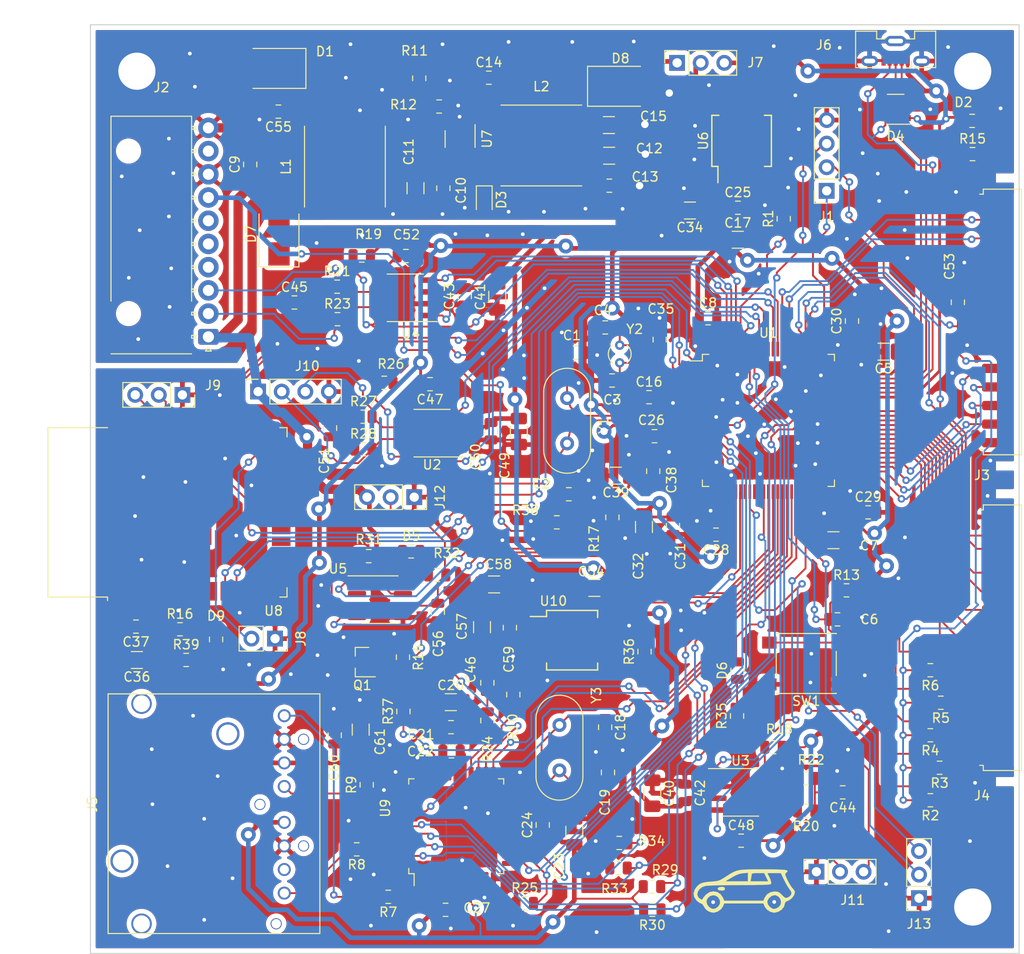
<source format=kicad_pcb>
(kicad_pcb (version 20171130) (host pcbnew 5.1.4-e60b266~84~ubuntu16.04.1)
  (layers (0 F.Cu mixed) (31 B.Cu mixed) (34 B.Paste user) (35 F.Paste user) (36 B.SilkS user) (37 F.SilkS user) (38 B.Mask user) (39 F.Mask user) (44 Edge.Cuts user))
  (net 0 "")
  (net 1 GND)
  (net 2 5Vlcd)
  (net 3 TUN1)
  (net 4 TUN0)
  (net 5 LCD_MOSI)
  (net 6 LCD_CS)
  (net 7 LCD_CLK)
  (net 8 LCD_CMD)
  (net 9 NRST)
  (net 10 SWDIO)
  (net 11 SWCLK)
  (net 12 "Net-(C10-Pad1)")
  (net 13 COL4)
  (net 14 COL3)
  (net 15 COL2)
  (net 16 COL1)
  (net 17 COL0)
  (net 18 ROW0)
  (net 19 ROW1)
  (net 20 ROW2)
  (net 21 ROW3)
  (net 22 ROW4)
  (net 23 ROW5)
  (net 24 "Net-(C3-Pad1)")
  (net 25 "Net-(C1-Pad1)")
  (net 26 "Net-(C2-Pad1)")
  (net 27 "Net-(C4-Pad1)")
  (net 28 "Net-(R1-Pad1)")
  (net 29 VOL1)
  (net 30 VOL0)
  (net 31 "Net-(C18-Pad1)")
  (net 32 "Net-(C19-Pad1)")
  (net 33 "Net-(J5-Pad8)")
  (net 34 "Net-(J5-Pad4)")
  (net 35 "Net-(J5-Pad1)")
  (net 36 "Net-(R7-Pad1)")
  (net 37 "Net-(R8-Pad1)")
  (net 38 +5V)
  (net 39 "Net-(R10-Pad1)")
  (net 40 "Net-(C14-Pad1)")
  (net 41 "Net-(C14-Pad2)")
  (net 42 "Net-(R11-Pad2)")
  (net 43 5Vin)
  (net 44 USB_D-)
  (net 45 VBUS)
  (net 46 USB_ID)
  (net 47 USB_D+)
  (net 48 "Net-(D2-Pad1)")
  (net 49 CAN1_TX)
  (net 50 CAN1_RX)
  (net 51 CAN2_TX)
  (net 52 CAN2_RX)
  (net 53 "Net-(J8-Pad2)")
  (net 54 "Net-(J9-Pad3)")
  (net 55 "Net-(J9-Pad2)")
  (net 56 BT_EN)
  (net 57 VREF)
  (net 58 LS_CAN_L)
  (net 59 LS_CAN_H)
  (net 60 "Net-(C44-Pad2)")
  (net 61 "Net-(C45-Pad2)")
  (net 62 CAN2_S)
  (net 63 CAN1_S)
  (net 64 HS_CAN_L)
  (net 65 HS_CAN_H)
  (net 66 CAN_L)
  (net 67 CAN_H)
  (net 68 "Net-(C51-Pad2)")
  (net 69 CAN3_S)
  (net 70 CAN3_RX)
  (net 71 CAN3_TX)
  (net 72 "Net-(C46-Pad1)")
  (net 73 "Net-(R24-Pad1)")
  (net 74 12V)
  (net 75 MOST_INT)
  (net 76 MOST_AINT)
  (net 77 I2C1_SDA)
  (net 78 I2C1_SCL)
  (net 79 MOST_PWR_EN)
  (net 80 MOST_RST)
  (net 81 +3V3)
  (net 82 +3.3_MOST)
  (net 83 BT_CK)
  (net 84 BT_WS)
  (net 85 BT_SD)
  (net 86 BT_TX)
  (net 87 BT_RX)
  (net 88 MOST_STATUS)
  (net 89 MOST_ERROR)
  (net 90 LIN)
  (net 91 LIN_RX)
  (net 92 LIN_TX)
  (net 93 "Net-(D5-Pad1)")
  (net 94 "Net-(D5-Pad2)")
  (net 95 LIN_WAKE)
  (net 96 ANDROID_TX)
  (net 97 ANDROID_RX)
  (net 98 AUDIO_SWS_OP)
  (net 99 "Net-(D6-Pad1)")
  (net 100 "Net-(D6-Pad2)")
  (net 101 "Net-(C5-Pad1)")
  (net 102 "Net-(C7-Pad1)")
  (net 103 "Net-(Q1-Pad3)")
  (net 104 "Net-(D9-Pad2)")
  (net 105 "Net-(D9-Pad1)")
  (net 106 MOST_SCK)
  (net 107 MOST_SR0)
  (net 108 MOST_FSY)
  (net 109 "Net-(J2-Pad9)")
  (net 110 "Net-(J2-Pad6)")
  (net 111 "Net-(J2-Pad5)")
  (net 112 "Net-(J2-Pad4)")
  (net 113 "Net-(J3-Pad14)")
  (net 114 "Net-(J3-Pad11)")
  (net 115 12Vlcd)
  (net 116 "Net-(J3-Pad7)")
  (net 117 "Net-(J3-Pad6)")
  (net 118 "Net-(J3-Pad1)")
  (net 119 MOST_RX_STATUS)
  (net 120 "Net-(U1-Pad2)")
  (net 121 "Net-(U1-Pad4)")
  (net 122 "Net-(U1-Pad7)")
  (net 123 "Net-(U1-Pad15)")
  (net 124 "Net-(U1-Pad23)")
  (net 125 "Net-(U1-Pad24)")
  (net 126 "Net-(U1-Pad25)")
  (net 127 "Net-(U1-Pad26)")
  (net 128 "Net-(U1-Pad29)")
  (net 129 "Net-(U1-Pad30)")
  (net 130 "Net-(U1-Pad33)")
  (net 131 "Net-(U1-Pad35)")
  (net 132 "Net-(U1-Pad36)")
  (net 133 "Net-(U1-Pad45)")
  (net 134 "Net-(U1-Pad77)")
  (net 135 "Net-(U1-Pad78)")
  (net 136 "Net-(U1-Pad84)")
  (net 137 "Net-(U1-Pad85)")
  (net 138 "Net-(U1-Pad88)")
  (net 139 "Net-(U1-Pad98)")
  (net 140 LIN_SLP)
  (net 141 "Net-(U6-Pad4)")
  (net 142 "Net-(U8-Pad37)")
  (net 143 "Net-(U8-Pad33)")
  (net 144 "Net-(U8-Pad32)")
  (net 145 "Net-(U8-Pad31)")
  (net 146 "Net-(U8-Pad30)")
  (net 147 "Net-(U8-Pad29)")
  (net 148 "Net-(U8-Pad26)")
  (net 149 "Net-(U8-Pad24)")
  (net 150 "Net-(U8-Pad23)")
  (net 151 "Net-(U8-Pad22)")
  (net 152 "Net-(U8-Pad21)")
  (net 153 "Net-(U8-Pad20)")
  (net 154 "Net-(U8-Pad19)")
  (net 155 "Net-(U8-Pad18)")
  (net 156 "Net-(U8-Pad17)")
  (net 157 "Net-(U8-Pad16)")
  (net 158 "Net-(U8-Pad14)")
  (net 159 "Net-(U8-Pad13)")
  (net 160 "Net-(U8-Pad12)")
  (net 161 "Net-(U8-Pad9)")
  (net 162 "Net-(U8-Pad7)")
  (net 163 "Net-(U8-Pad6)")
  (net 164 "Net-(U8-Pad5)")
  (net 165 "Net-(U8-Pad4)")
  (net 166 "Net-(U9-Pad4)")
  (net 167 "Net-(U9-Pad9)")
  (net 168 "Net-(U9-Pad10)")
  (net 169 "Net-(U9-Pad12)")
  (net 170 "Net-(U9-Pad16)")
  (net 171 "Net-(U9-Pad17)")
  (net 172 "Net-(U9-Pad33)")
  (net 173 MOST_SR1)
  (net 174 "Net-(U9-Pad36)")
  (net 175 "Net-(U10-Pad4)")
  (module usb2most:fl2 (layer F.Cu) (at 90.4 113.225)
    (fp_text reference G*** hide)
    (fp_text value LOGO hide)
  )
  (module Connector_PinSocket_2.54mm:PinSocket_1x03_P2.54mm_Vertical (layer F.Cu) (at 98.17 111.2 90)
    (fp_text reference J11 (at -3.05 3.905 180) (layer F.SilkS))
    (fp_text value Conn_01x03_Male)
    (pad 3 thru_hole oval (at 0 5.08 90) (size 1.7 1.7) (drill 1) (layers *.Cu *.Mask) (net 65 HS_CAN_H))
    (pad 2 thru_hole oval (at 0 2.54 90) (size 1.7 1.7) (drill 1) (layers *.Cu *.Mask) (net 64 HS_CAN_L))
    (pad 1 thru_hole rect (at 0 0 90) (size 1.7 1.7) (drill 1) (layers *.Cu *.Mask) (net 1 GND))
  )
  (module Package_QFP:LQFP-100_14x14mm_P0.5mm (layer F.Cu) (at 93 62.6)
    (fp_text reference U1 (at 0 -9.42) (layer F.SilkS))
    (fp_text value STM32F413VGTx)
    (pad 1 smd roundrect (at -7.675 -6) (size 1.6 0.3) (layers F.Cu F.Paste F.Mask) (net 83 BT_CK))
    (pad 2 smd roundrect (at -7.675 -5.5) (size 1.6 0.3) (layers F.Cu F.Paste F.Mask) (net 120 "Net-(U1-Pad2)"))
    (pad 3 smd roundrect (at -7.675 -5) (size 1.6 0.3) (layers F.Cu F.Paste F.Mask) (net 84 BT_WS))
    (pad 4 smd roundrect (at -7.675 -4.5) (size 1.6 0.3) (layers F.Cu F.Paste F.Mask) (net 121 "Net-(U1-Pad4)"))
    (pad 5 smd roundrect (at -7.675 -4) (size 1.6 0.3) (layers F.Cu F.Paste F.Mask) (net 85 BT_SD))
    (pad 6 smd roundrect (at -7.675 -3.5) (size 1.6 0.3) (layers F.Cu F.Paste F.Mask) (net 81 +3V3))
    (pad 7 smd roundrect (at -7.675 -3) (size 1.6 0.3) (layers F.Cu F.Paste F.Mask) (net 122 "Net-(U1-Pad7)"))
    (pad 8 smd roundrect (at -7.675 -2.5) (size 1.6 0.3) (layers F.Cu F.Paste F.Mask) (net 27 "Net-(C4-Pad1)"))
    (pad 9 smd roundrect (at -7.675 -2) (size 1.6 0.3) (layers F.Cu F.Paste F.Mask) (net 24 "Net-(C3-Pad1)"))
    (pad 10 smd roundrect (at -7.675 -1.5) (size 1.6 0.3) (layers F.Cu F.Paste F.Mask) (net 1 GND))
    (pad 11 smd roundrect (at -7.675 -1) (size 1.6 0.3) (layers F.Cu F.Paste F.Mask) (net 81 +3V3))
    (pad 12 smd roundrect (at -7.675 -0.5) (size 1.6 0.3) (layers F.Cu F.Paste F.Mask) (net 25 "Net-(C1-Pad1)"))
    (pad 13 smd roundrect (at -7.675 0) (size 1.6 0.3) (layers F.Cu F.Paste F.Mask) (net 26 "Net-(C2-Pad1)"))
    (pad 14 smd roundrect (at -7.675 0.5) (size 1.6 0.3) (layers F.Cu F.Paste F.Mask) (net 9 NRST))
    (pad 15 smd roundrect (at -7.675 1) (size 1.6 0.3) (layers F.Cu F.Paste F.Mask) (net 123 "Net-(U1-Pad15)"))
    (pad 16 smd roundrect (at -7.675 1.5) (size 1.6 0.3) (layers F.Cu F.Paste F.Mask) (net 107 MOST_SR0))
    (pad 17 smd roundrect (at -7.675 2) (size 1.6 0.3) (layers F.Cu F.Paste F.Mask) (net 106 MOST_SCK))
    (pad 18 smd roundrect (at -7.675 2.5) (size 1.6 0.3) (layers F.Cu F.Paste F.Mask) (net 108 MOST_FSY))
    (pad 19 smd roundrect (at -7.675 3) (size 1.6 0.3) (layers F.Cu F.Paste F.Mask) (net 81 +3V3))
    (pad 20 smd roundrect (at -7.675 3.5) (size 1.6 0.3) (layers F.Cu F.Paste F.Mask) (net 1 GND))
    (pad 21 smd roundrect (at -7.675 4) (size 1.6 0.3) (layers F.Cu F.Paste F.Mask) (net 57 VREF))
    (pad 22 smd roundrect (at -7.675 4.5) (size 1.6 0.3) (layers F.Cu F.Paste F.Mask) (net 81 +3V3))
    (pad 23 smd roundrect (at -7.675 5) (size 1.6 0.3) (layers F.Cu F.Paste F.Mask) (net 124 "Net-(U1-Pad23)"))
    (pad 24 smd roundrect (at -7.675 5.5) (size 1.6 0.3) (layers F.Cu F.Paste F.Mask) (net 125 "Net-(U1-Pad24)"))
    (pad 25 smd roundrect (at -7.675 6) (size 1.6 0.3) (layers F.Cu F.Paste F.Mask) (net 126 "Net-(U1-Pad25)"))
    (pad 26 smd roundrect (at -6 7.675) (size 0.3 1.6) (layers F.Cu F.Paste F.Mask) (net 127 "Net-(U1-Pad26)"))
    (pad 27 smd roundrect (at -5.5 7.675) (size 0.3 1.6) (layers F.Cu F.Paste F.Mask) (net 1 GND))
    (pad 28 smd roundrect (at -5 7.675) (size 0.3 1.6) (layers F.Cu F.Paste F.Mask) (net 81 +3V3))
    (pad 29 smd roundrect (at -4.5 7.675) (size 0.3 1.6) (layers F.Cu F.Paste F.Mask) (net 128 "Net-(U1-Pad29)"))
    (pad 30 smd roundrect (at -4 7.675) (size 0.3 1.6) (layers F.Cu F.Paste F.Mask) (net 129 "Net-(U1-Pad30)"))
    (pad 31 smd roundrect (at -3.5 7.675) (size 0.3 1.6) (layers F.Cu F.Paste F.Mask) (net 98 AUDIO_SWS_OP))
    (pad 32 smd roundrect (at -3 7.675) (size 0.3 1.6) (layers F.Cu F.Paste F.Mask) (net 95 LIN_WAKE))
    (pad 33 smd roundrect (at -2.5 7.675) (size 0.3 1.6) (layers F.Cu F.Paste F.Mask) (net 130 "Net-(U1-Pad33)"))
    (pad 34 smd roundrect (at -2 7.675) (size 0.3 1.6) (layers F.Cu F.Paste F.Mask) (net 97 ANDROID_RX))
    (pad 35 smd roundrect (at -1.5 7.675) (size 0.3 1.6) (layers F.Cu F.Paste F.Mask) (net 131 "Net-(U1-Pad35)"))
    (pad 36 smd roundrect (at -1 7.675) (size 0.3 1.6) (layers F.Cu F.Paste F.Mask) (net 132 "Net-(U1-Pad36)"))
    (pad 37 smd roundrect (at -0.5 7.675) (size 0.3 1.6) (layers F.Cu F.Paste F.Mask) (net 100 "Net-(D6-Pad2)"))
    (pad 38 smd roundrect (at 0 7.675) (size 0.3 1.6) (layers F.Cu F.Paste F.Mask) (net 91 LIN_RX))
    (pad 39 smd roundrect (at 0.5 7.675) (size 0.3 1.6) (layers F.Cu F.Paste F.Mask) (net 92 LIN_TX))
    (pad 40 smd roundrect (at 1 7.675) (size 0.3 1.6) (layers F.Cu F.Paste F.Mask) (net 75 MOST_INT))
    (pad 41 smd roundrect (at 1.5 7.675) (size 0.3 1.6) (layers F.Cu F.Paste F.Mask) (net 76 MOST_AINT))
    (pad 42 smd roundrect (at 2 7.675) (size 0.3 1.6) (layers F.Cu F.Paste F.Mask) (net 88 MOST_STATUS))
    (pad 43 smd roundrect (at 2.5 7.675) (size 0.3 1.6) (layers F.Cu F.Paste F.Mask) (net 89 MOST_ERROR))
    (pad 44 smd roundrect (at 3 7.675) (size 0.3 1.6) (layers F.Cu F.Paste F.Mask) (net 80 MOST_RST))
    (pad 45 smd roundrect (at 3.5 7.675) (size 0.3 1.6) (layers F.Cu F.Paste F.Mask) (net 133 "Net-(U1-Pad45)"))
    (pad 46 smd roundrect (at 4 7.675) (size 0.3 1.6) (layers F.Cu F.Paste F.Mask) (net 62 CAN2_S))
    (pad 47 smd roundrect (at 4.5 7.675) (size 0.3 1.6) (layers F.Cu F.Paste F.Mask) (net 96 ANDROID_TX))
    (pad 48 smd roundrect (at 5 7.675) (size 0.3 1.6) (layers F.Cu F.Paste F.Mask) (net 102 "Net-(C7-Pad1)"))
    (pad 49 smd roundrect (at 5.5 7.675) (size 0.3 1.6) (layers F.Cu F.Paste F.Mask) (net 1 GND))
    (pad 50 smd roundrect (at 6 7.675) (size 0.3 1.6) (layers F.Cu F.Paste F.Mask) (net 81 +3V3))
    (pad 51 smd roundrect (at 7.675 6) (size 1.6 0.3) (layers F.Cu F.Paste F.Mask) (net 6 LCD_CS))
    (pad 52 smd roundrect (at 7.675 5.5) (size 1.6 0.3) (layers F.Cu F.Paste F.Mask) (net 7 LCD_CLK))
    (pad 53 smd roundrect (at 7.675 5) (size 1.6 0.3) (layers F.Cu F.Paste F.Mask) (net 8 LCD_CMD))
    (pad 54 smd roundrect (at 7.675 4.5) (size 1.6 0.3) (layers F.Cu F.Paste F.Mask) (net 5 LCD_MOSI))
    (pad 55 smd roundrect (at 7.675 4) (size 1.6 0.3) (layers F.Cu F.Paste F.Mask) (net 17 COL0))
    (pad 56 smd roundrect (at 7.675 3.5) (size 1.6 0.3) (layers F.Cu F.Paste F.Mask) (net 16 COL1))
    (pad 57 smd roundrect (at 7.675 3) (size 1.6 0.3) (layers F.Cu F.Paste F.Mask) (net 15 COL2))
    (pad 58 smd roundrect (at 7.675 2.5) (size 1.6 0.3) (layers F.Cu F.Paste F.Mask) (net 14 COL3))
    (pad 59 smd roundrect (at 7.675 2) (size 1.6 0.3) (layers F.Cu F.Paste F.Mask) (net 13 COL4))
    (pad 60 smd roundrect (at 7.675 1.5) (size 1.6 0.3) (layers F.Cu F.Paste F.Mask) (net 18 ROW0))
    (pad 61 smd roundrect (at 7.675 1) (size 1.6 0.3) (layers F.Cu F.Paste F.Mask) (net 19 ROW1))
    (pad 62 smd roundrect (at 7.675 0.5) (size 1.6 0.3) (layers F.Cu F.Paste F.Mask) (net 20 ROW2))
    (pad 63 smd roundrect (at 7.675 0) (size 1.6 0.3) (layers F.Cu F.Paste F.Mask) (net 21 ROW3))
    (pad 64 smd roundrect (at 7.675 -0.5) (size 1.6 0.3) (layers F.Cu F.Paste F.Mask) (net 22 ROW4))
    (pad 65 smd roundrect (at 7.675 -1) (size 1.6 0.3) (layers F.Cu F.Paste F.Mask) (net 23 ROW5))
    (pad 66 smd roundrect (at 7.675 -1.5) (size 1.6 0.3) (layers F.Cu F.Paste F.Mask) (net 77 I2C1_SDA))
    (pad 67 smd roundrect (at 7.675 -2) (size 1.6 0.3) (layers F.Cu F.Paste F.Mask) (net 78 I2C1_SCL))
    (pad 68 smd roundrect (at 7.675 -2.5) (size 1.6 0.3) (layers F.Cu F.Paste F.Mask) (net 45 VBUS))
    (pad 69 smd roundrect (at 7.675 -3) (size 1.6 0.3) (layers F.Cu F.Paste F.Mask) (net 46 USB_ID))
    (pad 70 smd roundrect (at 7.675 -3.5) (size 1.6 0.3) (layers F.Cu F.Paste F.Mask) (net 44 USB_D-))
    (pad 71 smd roundrect (at 7.675 -4) (size 1.6 0.3) (layers F.Cu F.Paste F.Mask) (net 47 USB_D+))
    (pad 72 smd roundrect (at 7.675 -4.5) (size 1.6 0.3) (layers F.Cu F.Paste F.Mask) (net 10 SWDIO))
    (pad 73 smd roundrect (at 7.675 -5) (size 1.6 0.3) (layers F.Cu F.Paste F.Mask) (net 101 "Net-(C5-Pad1)"))
    (pad 74 smd roundrect (at 7.675 -5.5) (size 1.6 0.3) (layers F.Cu F.Paste F.Mask) (net 1 GND))
    (pad 75 smd roundrect (at 7.675 -6) (size 1.6 0.3) (layers F.Cu F.Paste F.Mask) (net 81 +3V3))
    (pad 76 smd roundrect (at 6 -7.675) (size 0.3 1.6) (layers F.Cu F.Paste F.Mask) (net 11 SWCLK))
    (pad 77 smd roundrect (at 5.5 -7.675) (size 0.3 1.6) (layers F.Cu F.Paste F.Mask) (net 134 "Net-(U1-Pad77)"))
    (pad 78 smd roundrect (at 5 -7.675) (size 0.3 1.6) (layers F.Cu F.Paste F.Mask) (net 135 "Net-(U1-Pad78)"))
    (pad 79 smd roundrect (at 4.5 -7.675) (size 0.3 1.6) (layers F.Cu F.Paste F.Mask) (net 30 VOL0))
    (pad 80 smd roundrect (at 4 -7.675) (size 0.3 1.6) (layers F.Cu F.Paste F.Mask) (net 29 VOL1))
    (pad 81 smd roundrect (at 3.5 -7.675) (size 0.3 1.6) (layers F.Cu F.Paste F.Mask) (net 2 5Vlcd))
    (pad 82 smd roundrect (at 3 -7.675) (size 0.3 1.6) (layers F.Cu F.Paste F.Mask) (net 4 TUN0))
    (pad 83 smd roundrect (at 2.5 -7.675) (size 0.3 1.6) (layers F.Cu F.Paste F.Mask) (net 3 TUN1))
    (pad 84 smd roundrect (at 2 -7.675) (size 0.3 1.6) (layers F.Cu F.Paste F.Mask) (net 136 "Net-(U1-Pad84)"))
    (pad 85 smd roundrect (at 1.5 -7.675) (size 0.3 1.6) (layers F.Cu F.Paste F.Mask) (net 137 "Net-(U1-Pad85)"))
    (pad 86 smd roundrect (at 1 -7.675) (size 0.3 1.6) (layers F.Cu F.Paste F.Mask) (net 86 BT_TX))
    (pad 87 smd roundrect (at 0.5 -7.675) (size 0.3 1.6) (layers F.Cu F.Paste F.Mask) (net 87 BT_RX))
    (pad 88 smd roundrect (at 0 -7.675) (size 0.3 1.6) (layers F.Cu F.Paste F.Mask) (net 138 "Net-(U1-Pad88)"))
    (pad 89 smd roundrect (at -0.5 -7.675) (size 0.3 1.6) (layers F.Cu F.Paste F.Mask) (net 70 CAN3_RX))
    (pad 90 smd roundrect (at -1 -7.675) (size 0.3 1.6) (layers F.Cu F.Paste F.Mask) (net 71 CAN3_TX))
    (pad 91 smd roundrect (at -1.5 -7.675) (size 0.3 1.6) (layers F.Cu F.Paste F.Mask) (net 52 CAN2_RX))
    (pad 92 smd roundrect (at -2 -7.675) (size 0.3 1.6) (layers F.Cu F.Paste F.Mask) (net 51 CAN2_TX))
    (pad 93 smd roundrect (at -2.5 -7.675) (size 0.3 1.6) (layers F.Cu F.Paste F.Mask) (net 69 CAN3_S))
    (pad 94 smd roundrect (at -3 -7.675) (size 0.3 1.6) (layers F.Cu F.Paste F.Mask) (net 28 "Net-(R1-Pad1)"))
    (pad 95 smd roundrect (at -3.5 -7.675) (size 0.3 1.6) (layers F.Cu F.Paste F.Mask) (net 50 CAN1_RX))
    (pad 96 smd roundrect (at -4 -7.675) (size 0.3 1.6) (layers F.Cu F.Paste F.Mask) (net 49 CAN1_TX))
    (pad 97 smd roundrect (at -4.5 -7.675) (size 0.3 1.6) (layers F.Cu F.Paste F.Mask) (net 63 CAN1_S))
    (pad 98 smd roundrect (at -5 -7.675) (size 0.3 1.6) (layers F.Cu F.Paste F.Mask) (net 139 "Net-(U1-Pad98)"))
    (pad 99 smd roundrect (at -5.5 -7.675) (size 0.3 1.6) (layers F.Cu F.Paste F.Mask) (net 1 GND))
    (pad 100 smd roundrect (at -6 -7.675) (size 0.3 1.6) (layers F.Cu F.Paste F.Mask) (net 81 +3V3))
  )
  (module Capacitor_SMD:C_0805_2012Metric (layer F.Cu) (at 24.9 84.8 180)
    (fp_text reference C37 (at 0 -1.65) (layer F.SilkS))
    (fp_text value 100n)
    (pad 2 smd roundrect (at 0.9375 0 180) (size 0.975 1.4) (layers F.Cu F.Paste F.Mask) (net 1 GND))
    (pad 1 smd roundrect (at -0.9375 0 180) (size 0.975 1.4) (layers F.Cu F.Paste F.Mask) (net 81 +3V3))
  )
  (module Resistor_SMD:R_0805_2012Metric (layer F.Cu) (at 29.6395 85.09)
    (fp_text reference R16 (at 0 -1.65) (layer F.SilkS))
    (fp_text value 10k)
    (pad 2 smd roundrect (at 0.9375 0) (size 0.975 1.4) (layers F.Cu F.Paste F.Mask) (net 1 GND))
    (pad 1 smd roundrect (at -0.9375 0) (size 0.975 1.4) (layers F.Cu F.Paste F.Mask) (net 56 BT_EN))
  )
  (module Connector_PinSocket_2.54mm:PinSocket_1x03_P2.54mm_Vertical (layer F.Cu) (at 29.9 59.85 270)
    (fp_text reference J9 (at -1.025 -3.3 180) (layer F.SilkS))
    (fp_text value Conn_01x03_Male)
    (pad 3 thru_hole oval (at 0 5.08 270) (size 1.7 1.7) (drill 1) (layers *.Cu *.Mask) (net 54 "Net-(J9-Pad3)"))
    (pad 2 thru_hole oval (at 0 2.54 270) (size 1.7 1.7) (drill 1) (layers *.Cu *.Mask) (net 55 "Net-(J9-Pad2)"))
    (pad 1 thru_hole rect (at 0 0 270) (size 1.7 1.7) (drill 1) (layers *.Cu *.Mask) (net 1 GND))
  )
  (module Connector_PinSocket_2.54mm:PinSocket_1x02_P2.54mm_Vertical (layer F.Cu) (at 39.878 86.1 270)
    (fp_text reference J8 (at 0 -2.77 90) (layer F.SilkS))
    (fp_text value Conn_01x02_Male)
    (pad 2 thru_hole oval (at 0 2.54 270) (size 1.7 1.7) (drill 1) (layers *.Cu *.Mask) (net 53 "Net-(J8-Pad2)"))
    (pad 1 thru_hole rect (at 0 0 270) (size 1.7 1.7) (drill 1) (layers *.Cu *.Mask) (net 1 GND))
  )
  (module Capacitor_SMD:C_1206_3216Metric (layer F.Cu) (at 25 88.4 180)
    (fp_text reference C36 (at 0 -1.82) (layer F.SilkS))
    (fp_text value 10u)
    (pad 2 smd roundrect (at 1.4 0 180) (size 1.25 1.75) (layers F.Cu F.Paste F.Mask) (roundrect_rratio 0.2) (net 1 GND))
    (pad 1 smd roundrect (at -1.4 0 180) (size 1.25 1.75) (layers F.Cu F.Paste F.Mask) (roundrect_rratio 0.2) (net 81 +3V3))
  )
  (module RF_Module:ESP32-WROOM-32 (layer F.Cu) (at 31.285 72.5 90)
    (fp_text reference U8 (at -10.61 8.43) (layer F.SilkS))
    (fp_text value ESP32-WROOM-32D)
    (pad 38 smd rect (at 8.5 -8.255 90) (size 2 0.9) (layers F.Cu F.Paste F.Mask) (net 1 GND))
    (pad 37 smd rect (at 8.5 -6.985 90) (size 2 0.9) (layers F.Cu F.Paste F.Mask) (net 142 "Net-(U8-Pad37)"))
    (pad 36 smd rect (at 8.5 -5.715 90) (size 2 0.9) (layers F.Cu F.Paste F.Mask) (net 85 BT_SD))
    (pad 35 smd rect (at 8.5 -4.445 90) (size 2 0.9) (layers F.Cu F.Paste F.Mask) (net 54 "Net-(J9-Pad3)"))
    (pad 34 smd rect (at 8.5 -3.175 90) (size 2 0.9) (layers F.Cu F.Paste F.Mask) (net 55 "Net-(J9-Pad2)"))
    (pad 33 smd rect (at 8.5 -1.905 90) (size 2 0.9) (layers F.Cu F.Paste F.Mask) (net 143 "Net-(U8-Pad33)"))
    (pad 32 smd rect (at 8.5 -0.635 90) (size 2 0.9) (layers F.Cu F.Paste F.Mask) (net 144 "Net-(U8-Pad32)"))
    (pad 31 smd rect (at 8.5 0.635 90) (size 2 0.9) (layers F.Cu F.Paste F.Mask) (net 145 "Net-(U8-Pad31)"))
    (pad 30 smd rect (at 8.5 1.905 90) (size 2 0.9) (layers F.Cu F.Paste F.Mask) (net 146 "Net-(U8-Pad30)"))
    (pad 29 smd rect (at 8.5 3.175 90) (size 2 0.9) (layers F.Cu F.Paste F.Mask) (net 147 "Net-(U8-Pad29)"))
    (pad 28 smd rect (at 8.5 4.445 90) (size 2 0.9) (layers F.Cu F.Paste F.Mask) (net 86 BT_TX))
    (pad 27 smd rect (at 8.5 5.715 90) (size 2 0.9) (layers F.Cu F.Paste F.Mask) (net 87 BT_RX))
    (pad 26 smd rect (at 8.5 6.985 90) (size 2 0.9) (layers F.Cu F.Paste F.Mask) (net 148 "Net-(U8-Pad26)"))
    (pad 25 smd rect (at 8.5 8.255 90) (size 2 0.9) (layers F.Cu F.Paste F.Mask) (net 53 "Net-(J8-Pad2)"))
    (pad 24 smd rect (at 5.715 9.255 180) (size 2 0.9) (layers F.Cu F.Paste F.Mask) (net 149 "Net-(U8-Pad24)"))
    (pad 23 smd rect (at 4.445 9.255 180) (size 2 0.9) (layers F.Cu F.Paste F.Mask) (net 150 "Net-(U8-Pad23)"))
    (pad 22 smd rect (at 3.175 9.255 180) (size 2 0.9) (layers F.Cu F.Paste F.Mask) (net 151 "Net-(U8-Pad22)"))
    (pad 21 smd rect (at 1.905 9.255 180) (size 2 0.9) (layers F.Cu F.Paste F.Mask) (net 152 "Net-(U8-Pad21)"))
    (pad 20 smd rect (at 0.635 9.255 180) (size 2 0.9) (layers F.Cu F.Paste F.Mask) (net 153 "Net-(U8-Pad20)"))
    (pad 19 smd rect (at -0.635 9.255 180) (size 2 0.9) (layers F.Cu F.Paste F.Mask) (net 154 "Net-(U8-Pad19)"))
    (pad 18 smd rect (at -1.905 9.255 180) (size 2 0.9) (layers F.Cu F.Paste F.Mask) (net 155 "Net-(U8-Pad18)"))
    (pad 17 smd rect (at -3.175 9.255 180) (size 2 0.9) (layers F.Cu F.Paste F.Mask) (net 156 "Net-(U8-Pad17)"))
    (pad 16 smd rect (at -4.445 9.255 180) (size 2 0.9) (layers F.Cu F.Paste F.Mask) (net 157 "Net-(U8-Pad16)"))
    (pad 15 smd rect (at -5.715 9.255 180) (size 2 0.9) (layers F.Cu F.Paste F.Mask) (net 1 GND))
    (pad 14 smd rect (at -8.5 8.255 90) (size 2 0.9) (layers F.Cu F.Paste F.Mask) (net 158 "Net-(U8-Pad14)"))
    (pad 13 smd rect (at -8.5 6.985 90) (size 2 0.9) (layers F.Cu F.Paste F.Mask) (net 159 "Net-(U8-Pad13)"))
    (pad 12 smd rect (at -8.5 5.715 90) (size 2 0.9) (layers F.Cu F.Paste F.Mask) (net 160 "Net-(U8-Pad12)"))
    (pad 11 smd rect (at -8.5 4.445 90) (size 2 0.9) (layers F.Cu F.Paste F.Mask) (net 83 BT_CK))
    (pad 10 smd rect (at -8.5 3.175 90) (size 2 0.9) (layers F.Cu F.Paste F.Mask) (net 84 BT_WS))
    (pad 9 smd rect (at -8.5 1.905 90) (size 2 0.9) (layers F.Cu F.Paste F.Mask) (net 161 "Net-(U8-Pad9)"))
    (pad 8 smd rect (at -8.5 0.635 90) (size 2 0.9) (layers F.Cu F.Paste F.Mask) (net 104 "Net-(D9-Pad2)"))
    (pad 7 smd rect (at -8.5 -0.635 90) (size 2 0.9) (layers F.Cu F.Paste F.Mask) (net 162 "Net-(U8-Pad7)"))
    (pad 6 smd rect (at -8.5 -1.905 90) (size 2 0.9) (layers F.Cu F.Paste F.Mask) (net 163 "Net-(U8-Pad6)"))
    (pad 5 smd rect (at -8.5 -3.175 90) (size 2 0.9) (layers F.Cu F.Paste F.Mask) (net 164 "Net-(U8-Pad5)"))
    (pad 4 smd rect (at -8.5 -4.445 90) (size 2 0.9) (layers F.Cu F.Paste F.Mask) (net 165 "Net-(U8-Pad4)"))
    (pad 3 smd rect (at -8.5 -5.715 90) (size 2 0.9) (layers F.Cu F.Paste F.Mask) (net 56 BT_EN))
    (pad 2 smd rect (at -8.5 -6.985 90) (size 2 0.9) (layers F.Cu F.Paste F.Mask) (net 81 +3V3))
    (pad 1 smd rect (at -8.5 -8.255 90) (size 2 0.9) (layers F.Cu F.Paste F.Mask) (net 1 GND))
    (pad 39 smd rect (at -1 -0.755 90) (size 5 5) (layers F.Cu F.Paste F.Mask))
  )
  (module Capacitor_SMD:C_0805_2012Metric (layer F.Cu) (at 86.5 51.6)
    (fp_text reference C8 (at 0 -1.65) (layer F.SilkS))
    (fp_text value 100n)
    (pad 2 smd roundrect (at 0.9375 0) (size 0.975 1.4) (layers F.Cu F.Paste F.Mask) (net 1 GND))
    (pad 1 smd roundrect (at -0.9375 0) (size 0.975 1.4) (layers F.Cu F.Paste F.Mask) (net 81 +3V3))
  )
  (module usb2most:TYCO_1_1394640_1 (layer F.Cu) (at 33.8 103.95 90)
    (fp_text reference J5 (at 0 -13.6 90) (layer F.SilkS))
    (fp_text value 1-1394640-1)
    (pad g4 thru_hole circle (at 7.01 9.15 90) (size 1.2 1.2) (drill 1) (layers *.Cu *.Mask))
    (pad g2 thru_hole circle (at -4.47 9.15 90) (size 1.2 1.2) (drill 1) (layers *.Cu *.Mask))
    (pad q1 thru_hole circle (at -12.85 6.2 90) (size 1.2 1.2) (drill 1) (layers *.Cu *.Mask))
    (pad 8 thru_hole circle (at -9.55 7.07 90) (size 1.4 1.4) (drill 1) (layers *.Cu *.Mask) (net 33 "Net-(J5-Pad8)"))
    (pad 7 thru_hole circle (at -7.01 7.07 90) (size 1.4 1.4) (drill 1) (layers *.Cu *.Mask) (net 119 MOST_RX_STATUS))
    (pad 6 thru_hole circle (at -4.47 7.07 90) (size 1.4 1.4) (drill 1) (layers *.Cu *.Mask) (net 1 GND))
    (pad 5 thru_hole circle (at -1.93 7.07 90) (size 1.4 1.4) (drill 1) (layers *.Cu *.Mask) (net 82 +3.3_MOST))
    (pad q3 thru_hole circle (at 0 4.45 90) (size 1.2 1.2) (drill 1) (layers *.Cu *.Mask))
    (pad b1 thru_hole circle (at -12.85 -8.3 90) (size 2.2 2.2) (drill 1.8) (layers *.Cu *.Mask))
    (pad b2 thru_hole circle (at 10.85 -8.3 90) (size 2.2 2.2) (drill 1.8) (layers *.Cu *.Mask))
    (pad "" thru_hole circle (at 7.6 1 90) (size 2.5 2.5) (drill 2) (layers *.Cu *.Mask))
    (pad "" thru_hole circle (at -6.1 -10.4 90) (size 2.5 2.5) (drill 2) (layers *.Cu *.Mask))
    (pad 4 thru_hole circle (at 1.93 7.07 90) (size 1.4 1.4) (drill 1) (layers *.Cu *.Mask) (net 34 "Net-(J5-Pad4)"))
    (pad 3 thru_hole circle (at 4.47 7.07 90) (size 1.4 1.4) (drill 1) (layers *.Cu *.Mask) (net 82 +3.3_MOST))
    (pad 2 thru_hole circle (at 7.01 7.07 90) (size 1.4 1.4) (drill 1) (layers *.Cu *.Mask) (net 1 GND))
    (pad 1 thru_hole circle (at 9.55 7.07 90) (size 1.4 1.4) (drill 1) (layers *.Cu *.Mask) (net 35 "Net-(J5-Pad1)"))
  )
  (module Resistor_SMD:R_0805_2012Metric (layer F.Cu) (at 48.6687 108.7882 180)
    (fp_text reference R8 (at 0 -1.65) (layer F.SilkS))
    (fp_text value 150)
    (pad 2 smd roundrect (at 0.9375 0 180) (size 0.975 1.4) (layers F.Cu F.Paste F.Mask) (net 33 "Net-(J5-Pad8)"))
    (pad 1 smd roundrect (at -0.9375 0 180) (size 0.975 1.4) (layers F.Cu F.Paste F.Mask) (net 37 "Net-(R8-Pad1)"))
  )
  (module Resistor_SMD:R_0805_2012Metric (layer F.Cu) (at 52.0625 113.9 180)
    (fp_text reference R7 (at 0 -1.65) (layer F.SilkS))
    (fp_text value 150)
    (pad 2 smd roundrect (at 0.9375 0 180) (size 0.975 1.4) (layers F.Cu F.Paste F.Mask) (net 35 "Net-(J5-Pad1)"))
    (pad 1 smd roundrect (at -0.9375 0 180) (size 0.975 1.4) (layers F.Cu F.Paste F.Mask) (net 36 "Net-(R7-Pad1)"))
  )
  (module Capacitor_SMD:C_0805_2012Metric (layer F.Cu) (at 58.2375 115.3)
    (fp_text reference C27 (at 3.3625 -0.2) (layer F.SilkS))
    (fp_text value 100n)
    (pad 2 smd roundrect (at 0.9375 0) (size 0.975 1.4) (layers F.Cu F.Paste F.Mask) (net 1 GND))
    (pad 1 smd roundrect (at -0.9375 0) (size 0.975 1.4) (layers F.Cu F.Paste F.Mask) (net 82 +3.3_MOST))
  )
  (module Capacitor_SMD:C_0805_2012Metric (layer F.Cu) (at 68.7 106.1625 90)
    (fp_text reference C24 (at 0 -1.65 90) (layer F.SilkS))
    (fp_text value 100n)
    (pad 2 smd roundrect (at 0.9375 0 90) (size 0.975 1.4) (layers F.Cu F.Paste F.Mask) (net 1 GND))
    (pad 1 smd roundrect (at -0.9375 0 90) (size 0.975 1.4) (layers F.Cu F.Paste F.Mask) (net 82 +3.3_MOST))
  )
  (module Capacitor_SMD:C_1206_3216Metric (layer F.Cu) (at 72.1 106.9 90)
    (fp_text reference C23 (at -3.725 -1.6 90) (layer F.SilkS))
    (fp_text value 10u)
    (pad 2 smd roundrect (at 1.4 0 90) (size 1.25 1.75) (layers F.Cu F.Paste F.Mask) (roundrect_rratio 0.2) (net 1 GND))
    (pad 1 smd roundrect (at -1.4 0 90) (size 1.25 1.75) (layers F.Cu F.Paste F.Mask) (roundrect_rratio 0.2) (net 82 +3.3_MOST))
  )
  (module Capacitor_SMD:C_0805_2012Metric (layer F.Cu) (at 58.8772 98.2345)
    (fp_text reference C22 (at -3.3522 0.0155) (layer F.SilkS))
    (fp_text value 100n)
    (pad 2 smd roundrect (at 0.9375 0) (size 0.975 1.4) (layers F.Cu F.Paste F.Mask) (net 1 GND))
    (pad 1 smd roundrect (at -0.9375 0) (size 0.975 1.4) (layers F.Cu F.Paste F.Mask) (net 82 +3.3_MOST))
  )
  (module Capacitor_SMD:C_0805_2012Metric (layer F.Cu) (at 58.8287 95.631)
    (fp_text reference C21 (at -3.2287 0.794) (layer F.SilkS))
    (fp_text value 100n)
    (pad 2 smd roundrect (at 0.9375 0) (size 0.975 1.4) (layers F.Cu F.Paste F.Mask) (net 1 GND))
    (pad 1 smd roundrect (at -0.9375 0) (size 0.975 1.4) (layers F.Cu F.Paste F.Mask) (net 82 +3.3_MOST))
  )
  (module Capacitor_SMD:C_1206_3216Metric (layer F.Cu) (at 58.798 92.9386)
    (fp_text reference C20 (at 0 -1.82) (layer F.SilkS))
    (fp_text value 10u)
    (pad 2 smd roundrect (at 1.4 0) (size 1.25 1.75) (layers F.Cu F.Paste F.Mask) (roundrect_rratio 0.2) (net 1 GND))
    (pad 1 smd roundrect (at -1.4 0) (size 1.25 1.75) (layers F.Cu F.Paste F.Mask) (roundrect_rratio 0.2) (net 82 +3.3_MOST))
  )
  (module Capacitor_SMD:C_0805_2012Metric (layer F.Cu) (at 75.725 100.5055 90)
    (fp_text reference C19 (at -3.2195 -0.325 90) (layer F.SilkS))
    (fp_text value 22p)
    (pad 2 smd roundrect (at 0.9375 0 90) (size 0.975 1.4) (layers F.Cu F.Paste F.Mask) (net 1 GND))
    (pad 1 smd roundrect (at -0.9375 0 90) (size 0.975 1.4) (layers F.Cu F.Paste F.Mask) (net 32 "Net-(C19-Pad1)"))
  )
  (module Capacitor_SMD:C_0805_2012Metric (layer F.Cu) (at 75.42 95.64 270)
    (fp_text reference C18 (at 0 -1.65 90) (layer F.SilkS))
    (fp_text value 22p)
    (pad 2 smd roundrect (at 0.9375 0 270) (size 0.975 1.4) (layers F.Cu F.Paste F.Mask) (net 1 GND))
    (pad 1 smd roundrect (at -0.9375 0 270) (size 0.975 1.4) (layers F.Cu F.Paste F.Mask) (net 31 "Net-(C18-Pad1)"))
  )
  (module Capacitor_SMD:C_1206_3216Metric (layer F.Cu) (at 100 75.5)
    (fp_text reference C7 (at 3.825 0.575) (layer F.SilkS))
    (fp_text value 2.2u)
    (pad 2 smd roundrect (at 1.4 0) (size 1.25 1.75) (layers F.Cu F.Paste F.Mask) (roundrect_rratio 0.2) (net 1 GND))
    (pad 1 smd roundrect (at -1.4 0) (size 1.25 1.75) (layers F.Cu F.Paste F.Mask) (roundrect_rratio 0.2) (net 102 "Net-(C7-Pad1)"))
  )
  (module Diode_SMD:D_SMB (layer F.Cu) (at 39.65 24.7 180)
    (fp_text reference D1 (at -5.6 1.825) (layer F.SilkS))
    (fp_text value P6SMB30A)
    (pad 2 smd rect (at 2.15 0 180) (size 2.5 2.3) (layers F.Cu F.Paste F.Mask) (net 1 GND))
    (pad 1 smd rect (at -2.15 0 180) (size 2.5 2.3) (layers F.Cu F.Paste F.Mask) (net 12 "Net-(C10-Pad1)"))
  )
  (module Diode_SMD:D_SOD-323 (layer F.Cu) (at 62.4 38.85 270)
    (fp_text reference D3 (at 0 -1.85 90) (layer F.SilkS))
    (fp_text value PMEG6010CEJ)
    (pad 2 smd rect (at 1.05 0 270) (size 0.6 0.45) (layers F.Cu F.Paste F.Mask) (net 1 GND))
    (pad 1 smd rect (at -1.05 0 270) (size 0.6 0.45) (layers F.Cu F.Paste F.Mask) (net 41 "Net-(C14-Pad2)"))
  )
  (module Capacitor_SMD:C_1206_3216Metric (layer F.Cu) (at 75.85 34.1)
    (fp_text reference C12 (at 4.325 -0.775) (layer F.SilkS))
    (fp_text value 47u)
    (pad 2 smd roundrect (at 1.4 0) (size 1.25 1.75) (layers F.Cu F.Paste F.Mask) (roundrect_rratio 0.2) (net 1 GND))
    (pad 1 smd roundrect (at -1.4 0) (size 1.25 1.75) (layers F.Cu F.Paste F.Mask) (roundrect_rratio 0.2) (net 43 5Vin))
  )
  (module Capacitor_SMD:C_0805_2012Metric (layer F.Cu) (at 75.4325 52.59 180)
    (fp_text reference C4 (at 0.2575 1.84) (layer F.SilkS))
    (fp_text value 10p)
    (pad 2 smd roundrect (at 0.9375 0 180) (size 0.975 1.4) (layers F.Cu F.Paste F.Mask) (net 1 GND))
    (pad 1 smd roundrect (at -0.9375 0 180) (size 0.975 1.4) (layers F.Cu F.Paste F.Mask) (net 27 "Net-(C4-Pad1)"))
  )
  (module Capacitor_SMD:C_0805_2012Metric (layer F.Cu) (at 76.1625 58.3 180)
    (fp_text reference C3 (at -0.0375 -2.075) (layer F.SilkS))
    (fp_text value 10p)
    (pad 2 smd roundrect (at 0.9375 0 180) (size 0.975 1.4) (layers F.Cu F.Paste F.Mask) (net 1 GND))
    (pad 1 smd roundrect (at -0.9375 0 180) (size 0.975 1.4) (layers F.Cu F.Paste F.Mask) (net 24 "Net-(C3-Pad1)"))
  )
  (module Capacitor_SMD:C_0805_2012Metric (layer F.Cu) (at 71.5125 70.55)
    (fp_text reference C2 (at -2.9875 -1.125) (layer F.SilkS))
    (fp_text value 10p)
    (pad 2 smd roundrect (at 0.9375 0) (size 0.975 1.4) (layers F.Cu F.Paste F.Mask) (net 1 GND))
    (pad 1 smd roundrect (at -0.9375 0) (size 0.975 1.4) (layers F.Cu F.Paste F.Mask) (net 26 "Net-(C2-Pad1)"))
  )
  (module Capacitor_SMD:C_0805_2012Metric (layer F.Cu) (at 72.2375 55.3)
    (fp_text reference C1 (at -0.3875 -1.85) (layer F.SilkS))
    (fp_text value 10p)
    (pad 2 smd roundrect (at 0.9375 0) (size 0.975 1.4) (layers F.Cu F.Paste F.Mask) (net 1 GND))
    (pad 1 smd roundrect (at -0.9375 0) (size 0.975 1.4) (layers F.Cu F.Paste F.Mask) (net 25 "Net-(C1-Pad1)"))
  )
  (module Resistor_SMD:R_0805_2012Metric (layer F.Cu) (at 94.65 40.8875 90)
    (fp_text reference R1 (at 0 -1.65 90) (layer F.SilkS))
    (fp_text value 10k)
    (pad 2 smd roundrect (at 0.9375 0 90) (size 0.975 1.4) (layers F.Cu F.Paste F.Mask) (net 1 GND))
    (pad 1 smd roundrect (at -0.9375 0 90) (size 0.975 1.4) (layers F.Cu F.Paste F.Mask) (net 28 "Net-(R1-Pad1)"))
  )
  (module Connector_PinSocket_2.54mm:PinSocket_1x04_P2.54mm_Vertical (layer F.Cu) (at 99.275 37.88 180)
    (fp_text reference J1 (at 0 -2.77) (layer F.SilkS))
    (fp_text value Conn_01x04_Male)
    (pad 4 thru_hole oval (at 0 7.62 180) (size 1.7 1.7) (drill 1) (layers *.Cu *.Mask) (net 1 GND))
    (pad 3 thru_hole oval (at 0 5.08 180) (size 1.7 1.7) (drill 1) (layers *.Cu *.Mask) (net 9 NRST))
    (pad 2 thru_hole oval (at 0 2.54 180) (size 1.7 1.7) (drill 1) (layers *.Cu *.Mask) (net 10 SWDIO))
    (pad 1 thru_hole rect (at 0 0 180) (size 1.7 1.7) (drill 1) (layers *.Cu *.Mask) (net 11 SWCLK))
  )
  (module Capacitor_SMD:C_0805_2012Metric (layer F.Cu) (at 100.4375 84.025)
    (fp_text reference C6 (at 3.4375 0) (layer F.SilkS))
    (fp_text value 100n)
    (pad 1 smd roundrect (at -0.9375 0) (size 0.975 1.4) (layers F.Cu F.Paste F.Mask) (net 9 NRST))
    (pad 2 smd roundrect (at 0.9375 0) (size 0.975 1.4) (layers F.Cu F.Paste F.Mask) (net 1 GND))
  )
  (module usb2most:IL-AG5-10P-S3L2 (layer F.Cu) (at 32.7 53.6 180)
    (fp_text reference J2 (at 5.05 26.85) (layer F.SilkS))
    (fp_text value Conn_01x10_Male)
    (pad 10 thru_hole circle (at 0 22.5 180) (size 2.2 2.2) (drill 1.2) (layers *.Cu *.Mask) (net 1 GND))
    (pad 9 thru_hole circle (at 0 20 180) (size 2.2 2.2) (drill 1.2) (layers *.Cu *.Mask) (net 109 "Net-(J2-Pad9)"))
    (pad "" np_thru_hole circle (at 8.6 20 180) (size 1.7 1.7) (drill 1.7) (layers *.Cu *.Mask))
    (pad "" np_thru_hole circle (at 8.6 2.5 180) (size 1.7 1.7) (drill 1.7) (layers *.Cu *.Mask))
    (pad 8 thru_hole circle (at 0 17.5 180) (size 2.2 2.2) (drill 1.2) (layers *.Cu *.Mask) (net 1 GND))
    (pad 7 thru_hole circle (at 0 15 180) (size 2.2 2.2) (drill 1.2) (layers *.Cu *.Mask) (net 98 AUDIO_SWS_OP))
    (pad 6 thru_hole circle (at 0 12.5 180) (size 2.2 2.2) (drill 1.2) (layers *.Cu *.Mask) (net 110 "Net-(J2-Pad6)"))
    (pad 5 thru_hole circle (at 0 10 180) (size 2.2 2.2) (drill 1.2) (layers *.Cu *.Mask) (net 111 "Net-(J2-Pad5)"))
    (pad 4 thru_hole circle (at 0 7.5 180) (size 2.2 2.2) (drill 1.2) (layers *.Cu *.Mask) (net 112 "Net-(J2-Pad4)"))
    (pad 3 thru_hole circle (at 0 5 180) (size 2.2 2.2) (drill 1.2) (layers *.Cu *.Mask) (net 58 LS_CAN_L))
    (pad 2 thru_hole circle (at 0 2.5 180) (size 2.2 2.2) (drill 1.2) (layers *.Cu *.Mask) (net 59 LS_CAN_H))
    (pad 1 thru_hole roundrect (at 0 0 180) (size 2.2 1.7) (drill 1.2) (layers *.Cu *.Mask) (roundrect_rratio 0.147059) (net 74 12V))
  )
  (module Resistor_SMD:R_0805_2012Metric (layer F.Cu) (at 110.4375 89.5 180)
    (fp_text reference R6 (at 0 -1.65) (layer F.SilkS))
    (fp_text value 47k)
    (pad 2 smd roundrect (at 0.9375 0 180) (size 0.975 1.4) (layers F.Cu F.Paste F.Mask) (net 2 5Vlcd))
    (pad 1 smd roundrect (at -0.9375 0 180) (size 0.975 1.4) (layers F.Cu F.Paste F.Mask) (net 13 COL4))
  )
  (module Resistor_SMD:R_0805_2012Metric (layer F.Cu) (at 111.5625 93 180)
    (fp_text reference R5 (at 0 -1.65) (layer F.SilkS))
    (fp_text value 47k)
    (pad 2 smd roundrect (at 0.9375 0 180) (size 0.975 1.4) (layers F.Cu F.Paste F.Mask) (net 2 5Vlcd))
    (pad 1 smd roundrect (at -0.9375 0 180) (size 0.975 1.4) (layers F.Cu F.Paste F.Mask) (net 14 COL3))
  )
  (module Resistor_SMD:R_0805_2012Metric (layer F.Cu) (at 110.4375 96.5 180)
    (fp_text reference R4 (at 0 -1.65) (layer F.SilkS))
    (fp_text value 47k)
    (pad 2 smd roundrect (at 0.9375 0 180) (size 0.975 1.4) (layers F.Cu F.Paste F.Mask) (net 2 5Vlcd))
    (pad 1 smd roundrect (at -0.9375 0 180) (size 0.975 1.4) (layers F.Cu F.Paste F.Mask) (net 15 COL2))
  )
  (module Resistor_SMD:R_0805_2012Metric (layer F.Cu) (at 111.4375 100 180)
    (fp_text reference R3 (at 0 -1.65) (layer F.SilkS))
    (fp_text value 47k)
    (pad 2 smd roundrect (at 0.9375 0 180) (size 0.975 1.4) (layers F.Cu F.Paste F.Mask) (net 2 5Vlcd))
    (pad 1 smd roundrect (at -0.9375 0 180) (size 0.975 1.4) (layers F.Cu F.Paste F.Mask) (net 16 COL1))
  )
  (module Resistor_SMD:R_0805_2012Metric (layer F.Cu) (at 110.4375 103.5 180)
    (fp_text reference R2 (at 0 -1.65) (layer F.SilkS))
    (fp_text value 47k)
    (pad 2 smd roundrect (at 0.9375 0 180) (size 0.975 1.4) (layers F.Cu F.Paste F.Mask) (net 2 5Vlcd))
    (pad 1 smd roundrect (at -0.9375 0 180) (size 0.975 1.4) (layers F.Cu F.Paste F.Mask) (net 17 COL0))
  )
  (module Capacitor_SMD:C_1206_3216Metric (layer F.Cu) (at 55 37.6 270)
    (fp_text reference C11 (at -3.925 0.725 90) (layer F.SilkS))
    (fp_text value 47u)
    (pad 2 smd roundrect (at 1.4 0 270) (size 1.25 1.75) (layers F.Cu F.Paste F.Mask) (roundrect_rratio 0.2) (net 1 GND))
    (pad 1 smd roundrect (at -1.4 0 270) (size 1.25 1.75) (layers F.Cu F.Paste F.Mask) (roundrect_rratio 0.2) (net 12 "Net-(C10-Pad1)"))
  )
  (module Resistor_SMD:R_0805_2012Metric (layer F.Cu) (at 49.7459 101.839 90)
    (fp_text reference R9 (at 0 -1.65 90) (layer F.SilkS))
    (fp_text value 33k)
    (pad 1 smd roundrect (at -0.9375 0 90) (size 0.975 1.4) (layers F.Cu F.Paste F.Mask) (net 34 "Net-(J5-Pad4)"))
    (pad 2 smd roundrect (at 0.9375 0 90) (size 0.975 1.4) (layers F.Cu F.Paste F.Mask) (net 82 +3.3_MOST))
  )
  (module Resistor_SMD:R_0805_2012Metric (layer F.Cu) (at 65.532 92.1235 90)
    (fp_text reference R10 (at -3.4765 -0.057 90) (layer F.SilkS))
    (fp_text value 47k)
    (pad 1 smd roundrect (at -0.9375 0 90) (size 0.975 1.4) (layers F.Cu F.Paste F.Mask) (net 39 "Net-(R10-Pad1)"))
    (pad 2 smd roundrect (at 0.9375 0 90) (size 0.975 1.4) (layers F.Cu F.Paste F.Mask) (net 1 GND))
  )
  (module Package_TO_SOT_SMD:SOT-23-6 (layer F.Cu) (at 59.8 32.3 270)
    (fp_text reference U7 (at 0 -2.9 90) (layer F.SilkS))
    (fp_text value LMR14206)
    (pad 1 smd rect (at -1.1 -0.95 270) (size 1.06 0.65) (layers F.Cu F.Paste F.Mask) (net 40 "Net-(C14-Pad1)"))
    (pad 2 smd rect (at -1.1 0 270) (size 1.06 0.65) (layers F.Cu F.Paste F.Mask) (net 1 GND))
    (pad 3 smd rect (at -1.1 0.95 270) (size 1.06 0.65) (layers F.Cu F.Paste F.Mask) (net 42 "Net-(R11-Pad2)"))
    (pad 4 smd rect (at 1.1 0.95 270) (size 1.06 0.65) (layers F.Cu F.Paste F.Mask) (net 12 "Net-(C10-Pad1)"))
    (pad 6 smd rect (at 1.1 -0.95 270) (size 1.06 0.65) (layers F.Cu F.Paste F.Mask) (net 41 "Net-(C14-Pad2)"))
    (pad 5 smd rect (at 1.1 0 270) (size 1.06 0.65) (layers F.Cu F.Paste F.Mask) (net 12 "Net-(C10-Pad1)"))
  )
  (module Capacitor_SMD:C_1206_3216Metric (layer F.Cu) (at 75.825 30.8)
    (fp_text reference C15 (at 4.8 -0.95) (layer F.SilkS))
    (fp_text value 1u)
    (pad 2 smd roundrect (at 1.4 0) (size 1.25 1.75) (layers F.Cu F.Paste F.Mask) (roundrect_rratio 0.2) (net 1 GND))
    (pad 1 smd roundrect (at -1.4 0) (size 1.25 1.75) (layers F.Cu F.Paste F.Mask) (roundrect_rratio 0.2) (net 43 5Vin))
  )
  (module Inductor_SMD:L_TDK_VLP8040 (layer F.Cu) (at 47.4 35.275 90)
    (fp_text reference L1 (at 0 -6.35 90) (layer F.SilkS))
    (fp_text value VLP8040T-330M)
    (pad 2 smd rect (at 2.35 0 90) (size 3.3 8.2) (layers F.Cu F.Paste F.Mask) (net 12 "Net-(C10-Pad1)"))
    (pad 1 smd rect (at -2.35 0 90) (size 3.3 8.2) (layers F.Cu F.Paste F.Mask) (net 74 12V))
  )
  (module Inductor_SMD:L_TDK_VLP8040 (layer F.Cu) (at 68.55 33)
    (fp_text reference L2 (at 0 -6.35) (layer F.SilkS))
    (fp_text value VLP8040T-330M)
    (pad 1 smd rect (at -2.35 0) (size 3.3 8.2) (layers F.Cu F.Paste F.Mask) (net 41 "Net-(C14-Pad2)"))
    (pad 2 smd rect (at 2.35 0) (size 3.3 8.2) (layers F.Cu F.Paste F.Mask) (net 43 5Vin))
  )
  (module Resistor_SMD:R_0805_2012Metric (layer F.Cu) (at 55.4 25.7625 270)
    (fp_text reference R11 (at -2.9625 0.5 180) (layer F.SilkS))
    (fp_text value 5,49k)
    (pad 1 smd roundrect (at -0.9375 0 270) (size 0.975 1.4) (layers F.Cu F.Paste F.Mask) (net 43 5Vin))
    (pad 2 smd roundrect (at 0.9375 0 270) (size 0.975 1.4) (layers F.Cu F.Paste F.Mask) (net 42 "Net-(R11-Pad2)"))
  )
  (module Resistor_SMD:R_0805_2012Metric (layer F.Cu) (at 57.5375 28.8)
    (fp_text reference R12 (at -3.8375 -0.2) (layer F.SilkS))
    (fp_text value 1k)
    (pad 2 smd roundrect (at 0.9375 0) (size 0.975 1.4) (layers F.Cu F.Paste F.Mask) (net 1 GND))
    (pad 1 smd roundrect (at -0.9375 0) (size 0.975 1.4) (layers F.Cu F.Paste F.Mask) (net 42 "Net-(R11-Pad2)"))
  )
  (module Connector_PinSocket_2.54mm:PinSocket_1x03_P2.54mm_Vertical (layer F.Cu) (at 83.17 24.1 90)
    (fp_text reference J7 (at 0.025 8.43 180) (layer F.SilkS))
    (fp_text value Conn_01x03_Male)
    (pad 1 thru_hole rect (at 0 0 90) (size 1.7 1.7) (drill 1) (layers *.Cu *.Mask) (net 43 5Vin))
    (pad 2 thru_hole oval (at 0 2.54 90) (size 1.7 1.7) (drill 1) (layers *.Cu *.Mask) (net 38 +5V))
    (pad 3 thru_hole oval (at 0 5.08 90) (size 1.7 1.7) (drill 1) (layers *.Cu *.Mask) (net 45 VBUS))
  )
  (module Capacitor_SMD:C_1206_3216Metric (layer F.Cu) (at 89.7 43.15)
    (fp_text reference C17 (at 0 -1.82) (layer F.SilkS))
    (fp_text value 33u)
    (pad 2 smd roundrect (at 1.4 0) (size 1.25 1.75) (layers F.Cu F.Paste F.Mask) (roundrect_rratio 0.2) (net 1 GND))
    (pad 1 smd roundrect (at -1.4 0) (size 1.25 1.75) (layers F.Cu F.Paste F.Mask) (roundrect_rratio 0.2) (net 81 +3V3))
  )
  (module Capacitor_SMD:C_0805_2012Metric (layer F.Cu) (at 80.15 60.1)
    (fp_text reference C16 (at 0 -1.65) (layer F.SilkS))
    (fp_text value 100n)
    (pad 2 smd roundrect (at 0.9375 0) (size 0.975 1.4) (layers F.Cu F.Paste F.Mask) (net 1 GND))
    (pad 1 smd roundrect (at -0.9375 0) (size 0.975 1.4) (layers F.Cu F.Paste F.Mask) (net 81 +3V3))
  )
  (module Capacitor_SMD:C_0805_2012Metric (layer F.Cu) (at 87.3625 74.9 180)
    (fp_text reference C28 (at 0 -1.65) (layer F.SilkS))
    (fp_text value 100n)
    (pad 2 smd roundrect (at 0.9375 0 180) (size 0.975 1.4) (layers F.Cu F.Paste F.Mask) (net 1 GND))
    (pad 1 smd roundrect (at -0.9375 0 180) (size 0.975 1.4) (layers F.Cu F.Paste F.Mask) (net 81 +3V3))
  )
  (module Capacitor_SMD:C_0805_2012Metric (layer F.Cu) (at 103.7375 72.5)
    (fp_text reference C29 (at 0 -1.65) (layer F.SilkS))
    (fp_text value 100n)
    (pad 1 smd roundrect (at -0.9375 0) (size 0.975 1.4) (layers F.Cu F.Paste F.Mask) (net 81 +3V3))
    (pad 2 smd roundrect (at 0.9375 0) (size 0.975 1.4) (layers F.Cu F.Paste F.Mask) (net 1 GND))
  )
  (module Capacitor_SMD:C_0805_2012Metric (layer F.Cu) (at 102 51.9 90)
    (fp_text reference C30 (at 0 -1.65 90) (layer F.SilkS))
    (fp_text value 100n)
    (pad 1 smd roundrect (at -0.9375 0 90) (size 0.975 1.4) (layers F.Cu F.Paste F.Mask) (net 81 +3V3))
    (pad 2 smd roundrect (at 0.9375 0 90) (size 0.975 1.4) (layers F.Cu F.Paste F.Mask) (net 1 GND))
  )
  (module Capacitor_SMD:C_0805_2012Metric (layer F.Cu) (at 82.725 73.9375 270)
    (fp_text reference C31 (at 3.3125 -0.8 90) (layer F.SilkS))
    (fp_text value 100n)
    (pad 1 smd roundrect (at -0.9375 0 270) (size 0.975 1.4) (layers F.Cu F.Paste F.Mask) (net 81 +3V3))
    (pad 2 smd roundrect (at 0.9375 0 270) (size 0.975 1.4) (layers F.Cu F.Paste F.Mask) (net 1 GND))
  )
  (module Capacitor_SMD:C_1206_3216Metric (layer F.Cu) (at 84.55 40 180)
    (fp_text reference C34 (at 0 -1.82) (layer F.SilkS))
    (fp_text value 1u)
    (pad 2 smd roundrect (at 1.4 0 180) (size 1.25 1.75) (layers F.Cu F.Paste F.Mask) (roundrect_rratio 0.2) (net 1 GND))
    (pad 1 smd roundrect (at -1.4 0 180) (size 1.25 1.75) (layers F.Cu F.Paste F.Mask) (roundrect_rratio 0.2) (net 81 +3V3))
  )
  (module Resistor_SMD:R_0805_2012Metric (layer F.Cu) (at 114.9375 30.35 180)
    (fp_text reference D2 (at 0.9375 2) (layer F.SilkS))
    (fp_text value LED)
    (pad 1 smd roundrect (at -0.9375 0 180) (size 0.975 1.4) (layers F.Cu F.Paste F.Mask) (net 48 "Net-(D2-Pad1)"))
    (pad 2 smd roundrect (at 0.9375 0 180) (size 0.975 1.4) (layers F.Cu F.Paste F.Mask) (net 45 VBUS))
  )
  (module Package_TO_SOT_SMD:SOT-23-6 (layer F.Cu) (at 106.7 29.1 180)
    (fp_text reference D4 (at 0 -2.9) (layer F.SilkS))
    (fp_text value ESDA6V1BC6)
    (pad 1 smd rect (at -1.1 -0.95 180) (size 1.06 0.65) (layers F.Cu F.Paste F.Mask) (net 45 VBUS))
    (pad 2 smd rect (at -1.1 0 180) (size 1.06 0.65) (layers F.Cu F.Paste F.Mask) (net 1 GND))
    (pad 3 smd rect (at -1.1 0.95 180) (size 1.06 0.65) (layers F.Cu F.Paste F.Mask) (net 44 USB_D-))
    (pad 4 smd rect (at 1.1 0.95 180) (size 1.06 0.65) (layers F.Cu F.Paste F.Mask) (net 47 USB_D+))
    (pad 6 smd rect (at 1.1 -0.95 180) (size 1.06 0.65) (layers F.Cu F.Paste F.Mask) (net 46 USB_ID))
    (pad 5 smd rect (at 1.1 0 180) (size 1.06 0.65) (layers F.Cu F.Paste F.Mask) (net 1 GND))
  )
  (module Connector_USB:USB_Micro-B_Molex-105133-0031 (layer F.Cu) (at 106.7 22.825 180)
    (fp_text reference J6 (at 7.725 0.65) (layer F.SilkS))
    (fp_text value USB_B_Micro)
    (pad 3 smd rect (at 0 -0.825 180) (size 0.45 1.5) (layers F.Cu F.Paste F.Mask) (net 47 USB_D+))
    (pad 4 smd rect (at 0.65 -0.825 180) (size 0.45 1.5) (layers F.Cu F.Paste F.Mask) (net 46 USB_ID))
    (pad 2 smd rect (at -0.65 -0.825 180) (size 0.45 1.5) (layers F.Cu F.Paste F.Mask) (net 44 USB_D-))
    (pad 5 smd rect (at 1.3 -0.825 180) (size 0.45 1.5) (layers F.Cu F.Paste F.Mask) (net 1 GND))
    (pad 1 smd rect (at -1.3 -0.825 180) (size 0.45 1.5) (layers F.Cu F.Paste F.Mask) (net 45 VBUS))
    (pad 6 thru_hole oval (at -2.8 -1.075 180) (size 1.8 1.1) (drill oval 1.2 0.5) (layers *.Cu *.Mask) (net 1 GND))
    (pad 6 thru_hole oval (at 2.8 -1.075 180) (size 1.8 1.1) (drill oval 1.2 0.5) (layers *.Cu *.Mask) (net 1 GND))
    (pad 6 thru_hole oval (at 0 1.075 180) (size 2.2 1.1) (drill oval 1.6 0.5) (layers *.Cu *.Mask) (net 1 GND))
  )
  (module Resistor_SMD:R_0805_2012Metric (layer F.Cu) (at 101.4125 80.9)
    (fp_text reference R13 (at 0 -1.65) (layer F.SilkS))
    (fp_text value 10k)
    (pad 2 smd roundrect (at 0.9375 0) (size 0.975 1.4) (layers F.Cu F.Paste F.Mask) (net 81 +3V3))
    (pad 1 smd roundrect (at -0.9375 0) (size 0.975 1.4) (layers F.Cu F.Paste F.Mask) (net 9 NRST))
  )
  (module Resistor_SMD:R_0805_2012Metric (layer F.Cu) (at 114.975 33.925)
    (fp_text reference R15 (at 0 -1.65) (layer F.SilkS))
    (fp_text value 1k)
    (pad 2 smd roundrect (at 0.9375 0) (size 0.975 1.4) (layers F.Cu F.Paste F.Mask) (net 48 "Net-(D2-Pad1)"))
    (pad 1 smd roundrect (at -0.9375 0) (size 0.975 1.4) (layers F.Cu F.Paste F.Mask) (net 1 GND))
  )
  (module Crystal:Crystal_C26-LF_D2.1mm_L6.5mm_Vertical (layer F.Cu) (at 76.99 56.4 90)
    (fp_text reference Y2 (at 3.625 1.61 180) (layer F.SilkS))
    (fp_text value 32kHz)
    (pad 1 thru_hole circle (at 0 0 90) (size 1 1) (drill 0.5) (layers *.Cu *.Mask) (net 24 "Net-(C3-Pad1)"))
    (pad 2 thru_hole circle (at 1.9 0 90) (size 1 1) (drill 0.5) (layers *.Cu *.Mask) (net 27 "Net-(C4-Pad1)"))
  )
  (module Capacitor_SMD:C_1206_3216Metric (layer F.Cu) (at 105.4 55.2 180)
    (fp_text reference C5 (at 0 -1.82) (layer F.SilkS))
    (fp_text value 2.2u)
    (pad 1 smd roundrect (at -1.4 0 180) (size 1.25 1.75) (layers F.Cu F.Paste F.Mask) (roundrect_rratio 0.2) (net 101 "Net-(C5-Pad1)"))
    (pad 2 smd roundrect (at 1.4 0 180) (size 1.25 1.75) (layers F.Cu F.Paste F.Mask) (roundrect_rratio 0.2) (net 1 GND))
  )
  (module Capacitor_SMD:C_0805_2012Metric (layer F.Cu) (at 37.2 35.0375 90)
    (fp_text reference C9 (at 0 -1.65 90) (layer F.SilkS))
    (fp_text value 100n)
    (pad 1 smd roundrect (at -0.9375 0 90) (size 0.975 1.4) (layers F.Cu F.Paste F.Mask) (net 74 12V))
    (pad 2 smd roundrect (at 0.9375 0 90) (size 0.975 1.4) (layers F.Cu F.Paste F.Mask) (net 1 GND))
  )
  (module Capacitor_SMD:C_0805_2012Metric (layer F.Cu) (at 58 37.6 270)
    (fp_text reference C10 (at 0.225 -1.9 90) (layer F.SilkS))
    (fp_text value 100n)
    (pad 2 smd roundrect (at 0.9375 0 270) (size 0.975 1.4) (layers F.Cu F.Paste F.Mask) (net 1 GND))
    (pad 1 smd roundrect (at -0.9375 0 270) (size 0.975 1.4) (layers F.Cu F.Paste F.Mask) (net 12 "Net-(C10-Pad1)"))
  )
  (module Capacitor_SMD:C_0805_2012Metric (layer F.Cu) (at 75.875 37.325)
    (fp_text reference C13 (at 3.85 -0.95) (layer F.SilkS))
    (fp_text value 100n)
    (pad 1 smd roundrect (at -0.9375 0) (size 0.975 1.4) (layers F.Cu F.Paste F.Mask) (net 43 5Vin))
    (pad 2 smd roundrect (at 0.9375 0) (size 0.975 1.4) (layers F.Cu F.Paste F.Mask) (net 1 GND))
  )
  (module Capacitor_SMD:C_0805_2012Metric (layer F.Cu) (at 62.9 25.7)
    (fp_text reference C14 (at 0 -1.65) (layer F.SilkS))
    (fp_text value 220n)
    (pad 2 smd roundrect (at 0.9375 0) (size 0.975 1.4) (layers F.Cu F.Paste F.Mask) (net 41 "Net-(C14-Pad2)"))
    (pad 1 smd roundrect (at -0.9375 0) (size 0.975 1.4) (layers F.Cu F.Paste F.Mask) (net 40 "Net-(C14-Pad1)"))
  )
  (module Capacitor_SMD:C_0805_2012Metric (layer F.Cu) (at 89.7125 39.7)
    (fp_text reference C25 (at 0 -1.65) (layer F.SilkS))
    (fp_text value 100n)
    (pad 1 smd roundrect (at -0.9375 0) (size 0.975 1.4) (layers F.Cu F.Paste F.Mask) (net 81 +3V3))
    (pad 2 smd roundrect (at 0.9375 0) (size 0.975 1.4) (layers F.Cu F.Paste F.Mask) (net 1 GND))
  )
  (module Capacitor_SMD:C_0805_2012Metric (layer F.Cu) (at 80.7375 64.3 180)
    (fp_text reference C26 (at 0.3375 1.725) (layer F.SilkS))
    (fp_text value 100n)
    (pad 2 smd roundrect (at 0.9375 0 180) (size 0.975 1.4) (layers F.Cu F.Paste F.Mask) (net 1 GND))
    (pad 1 smd roundrect (at -0.9375 0 180) (size 0.975 1.4) (layers F.Cu F.Paste F.Mask) (net 81 +3V3))
  )
  (module Capacitor_SMD:C_1206_3216Metric (layer F.Cu) (at 79.6 74.075 270)
    (fp_text reference C32 (at 4.225 0.6 90) (layer F.SilkS))
    (fp_text value 1u)
    (pad 2 smd roundrect (at 1.4 0 270) (size 1.25 1.75) (layers F.Cu F.Paste F.Mask) (roundrect_rratio 0.2) (net 1 GND))
    (pad 1 smd roundrect (at -1.4 0 270) (size 1.25 1.75) (layers F.Cu F.Paste F.Mask) (roundrect_rratio 0.2) (net 81 +3V3))
  )
  (module Capacitor_SMD:C_0805_2012Metric (layer F.Cu) (at 81.29 53.9 90)
    (fp_text reference C35 (at 3.3 0.135 180) (layer F.SilkS))
    (fp_text value 100n)
    (pad 2 smd roundrect (at 0.9375 0 90) (size 0.975 1.4) (layers F.Cu F.Paste F.Mask) (net 1 GND))
    (pad 1 smd roundrect (at -0.9375 0 90) (size 0.975 1.4) (layers F.Cu F.Paste F.Mask) (net 81 +3V3))
  )
  (module Capacitor_SMD:C_0805_2012Metric (layer F.Cu) (at 80.6 68.0625 90)
    (fp_text reference C38 (at -0.9625 1.975 90) (layer F.SilkS))
    (fp_text value 10n)
    (pad 1 smd roundrect (at -0.9375 0 90) (size 0.975 1.4) (layers F.Cu F.Paste F.Mask) (net 57 VREF))
    (pad 2 smd roundrect (at 0.9375 0 90) (size 0.975 1.4) (layers F.Cu F.Paste F.Mask) (net 1 GND))
  )
  (module Capacitor_SMD:C_1206_3216Metric (layer F.Cu) (at 76.575 68.55 180)
    (fp_text reference C39 (at 0 -1.82) (layer F.SilkS))
    (fp_text value 1u)
    (pad 1 smd roundrect (at -1.4 0 180) (size 1.25 1.75) (layers F.Cu F.Paste F.Mask) (roundrect_rratio 0.2) (net 57 VREF))
    (pad 2 smd roundrect (at 1.4 0 180) (size 1.25 1.75) (layers F.Cu F.Paste F.Mask) (roundrect_rratio 0.2) (net 1 GND))
  )
  (module Resistor_SMD:R_0805_2012Metric (layer F.Cu) (at 76.2 73.0375 270)
    (fp_text reference R17 (at 2.3375 1.975 90) (layer F.SilkS))
    (fp_text value 47R)
    (pad 1 smd roundrect (at -0.9375 0 270) (size 0.975 1.4) (layers F.Cu F.Paste F.Mask) (net 57 VREF))
    (pad 2 smd roundrect (at 0.9375 0 270) (size 0.975 1.4) (layers F.Cu F.Paste F.Mask) (net 81 +3V3))
  )
  (module Capacitor_SMD:C_1206_3216Metric (layer F.Cu) (at 80.5 102.75 270)
    (fp_text reference C40 (at 0 -1.82 90) (layer F.SilkS))
    (fp_text value 4.7u)
    (pad 1 smd roundrect (at -1.4 0 270) (size 1.25 1.75) (layers F.Cu F.Paste F.Mask) (roundrect_rratio 0.2) (net 1 GND))
    (pad 2 smd roundrect (at 1.4 0 270) (size 1.25 1.75) (layers F.Cu F.Paste F.Mask) (roundrect_rratio 0.2) (net 38 +5V))
  )
  (module Capacitor_SMD:C_1206_3216Metric (layer F.Cu) (at 63.8 49.3 90)
    (fp_text reference C41 (at 0 -1.82 90) (layer F.SilkS))
    (fp_text value 4.7u)
    (pad 1 smd roundrect (at -1.4 0 90) (size 1.25 1.75) (layers F.Cu F.Paste F.Mask) (roundrect_rratio 0.2) (net 1 GND))
    (pad 2 smd roundrect (at 1.4 0 90) (size 1.25 1.75) (layers F.Cu F.Paste F.Mask) (roundrect_rratio 0.2) (net 38 +5V))
  )
  (module Capacitor_SMD:C_0805_2012Metric (layer F.Cu) (at 84 102.7125 270)
    (fp_text reference C42 (at 0 -1.65 90) (layer F.SilkS))
    (fp_text value 100n)
    (pad 2 smd roundrect (at 0.9375 0 270) (size 0.975 1.4) (layers F.Cu F.Paste F.Mask) (net 38 +5V))
    (pad 1 smd roundrect (at -0.9375 0 270) (size 0.975 1.4) (layers F.Cu F.Paste F.Mask) (net 1 GND))
  )
  (module Capacitor_SMD:C_0805_2012Metric (layer F.Cu) (at 60.3 49.2375 90)
    (fp_text reference C43 (at 0 -1.65 90) (layer F.SilkS))
    (fp_text value 100n)
    (pad 1 smd roundrect (at -0.9375 0 90) (size 0.975 1.4) (layers F.Cu F.Paste F.Mask) (net 1 GND))
    (pad 2 smd roundrect (at 0.9375 0 90) (size 0.975 1.4) (layers F.Cu F.Paste F.Mask) (net 38 +5V))
  )
  (module Capacitor_SMD:C_0805_2012Metric (layer F.Cu) (at 101 102.65 180)
    (fp_text reference C44 (at 0 -1.65) (layer F.SilkS))
    (fp_text value 100n)
    (pad 1 smd roundrect (at -0.9375 0 180) (size 0.975 1.4) (layers F.Cu F.Paste F.Mask) (net 1 GND))
    (pad 2 smd roundrect (at 0.9375 0 180) (size 0.975 1.4) (layers F.Cu F.Paste F.Mask) (net 60 "Net-(C44-Pad2)"))
  )
  (module Capacitor_SMD:C_0805_2012Metric (layer F.Cu) (at 41.9625 49.9)
    (fp_text reference C45 (at 0 -1.65) (layer F.SilkS))
    (fp_text value 100n)
    (pad 1 smd roundrect (at -0.9375 0) (size 0.975 1.4) (layers F.Cu F.Paste F.Mask) (net 1 GND))
    (pad 2 smd roundrect (at 0.9375 0) (size 0.975 1.4) (layers F.Cu F.Paste F.Mask) (net 61 "Net-(C45-Pad2)"))
  )
  (module Resistor_SMD:R_0805_2012Metric (layer F.Cu) (at 93.5505 97.79 180)
    (fp_text reference R18 (at -0.6245 1.94) (layer F.SilkS))
    (fp_text value 10k)
    (pad 2 smd roundrect (at 0.9375 0 180) (size 0.975 1.4) (layers F.Cu F.Paste F.Mask) (net 62 CAN2_S))
    (pad 1 smd roundrect (at -0.9375 0 180) (size 0.975 1.4) (layers F.Cu F.Paste F.Mask) (net 81 +3V3))
  )
  (module Resistor_SMD:R_0805_2012Metric (layer F.Cu) (at 49.2125 44.85 180)
    (fp_text reference R19 (at -0.7375 2.3) (layer F.SilkS))
    (fp_text value 10k)
    (pad 2 smd roundrect (at 0.9375 0 180) (size 0.975 1.4) (layers F.Cu F.Paste F.Mask) (net 63 CAN1_S))
    (pad 1 smd roundrect (at -0.9375 0 180) (size 0.975 1.4) (layers F.Cu F.Paste F.Mask) (net 81 +3V3))
  )
  (module Resistor_SMD:R_0805_2012Metric (layer F.Cu) (at 97.0625 104.65 180)
    (fp_text reference R20 (at 0 -1.65) (layer F.SilkS))
    (fp_text value 60R)
    (pad 1 smd roundrect (at -0.9375 0 180) (size 0.975 1.4) (layers F.Cu F.Paste F.Mask) (net 60 "Net-(C44-Pad2)"))
    (pad 2 smd roundrect (at 0.9375 0 180) (size 0.975 1.4) (layers F.Cu F.Paste F.Mask) (net 64 HS_CAN_L))
  )
  (module Resistor_SMD:R_0805_2012Metric (layer F.Cu) (at 46.5625 48.2)
    (fp_text reference R21 (at 0 -1.65) (layer F.SilkS))
    (fp_text value 60R)
    (pad 2 smd roundrect (at 0.9375 0) (size 0.975 1.4) (layers F.Cu F.Paste F.Mask) (net 58 LS_CAN_L))
    (pad 1 smd roundrect (at -0.9375 0) (size 0.975 1.4) (layers F.Cu F.Paste F.Mask) (net 61 "Net-(C45-Pad2)"))
  )
  (module Resistor_SMD:R_0805_2012Metric (layer F.Cu) (at 97.0625 101.15 180)
    (fp_text reference R22 (at -0.5375 2) (layer F.SilkS))
    (fp_text value 60R)
    (pad 2 smd roundrect (at 0.9375 0 180) (size 0.975 1.4) (layers F.Cu F.Paste F.Mask) (net 65 HS_CAN_H))
    (pad 1 smd roundrect (at -0.9375 0 180) (size 0.975 1.4) (layers F.Cu F.Paste F.Mask) (net 60 "Net-(C44-Pad2)"))
  )
  (module Resistor_SMD:R_0805_2012Metric (layer F.Cu) (at 46.6 51.7)
    (fp_text reference R23 (at 0 -1.65) (layer F.SilkS))
    (fp_text value 60R)
    (pad 2 smd roundrect (at 0.9375 0) (size 0.975 1.4) (layers F.Cu F.Paste F.Mask) (net 59 LS_CAN_H))
    (pad 1 smd roundrect (at -0.9375 0) (size 0.975 1.4) (layers F.Cu F.Paste F.Mask) (net 61 "Net-(C45-Pad2)"))
  )
  (module Package_SO:SOIC-8_3.9x4.9mm_P1.27mm (layer F.Cu) (at 90 102.65)
    (fp_text reference U3 (at 0 -3.4) (layer F.SilkS))
    (fp_text value TJA1051T-3)
    (pad 8 smd roundrect (at 2.475 -1.905) (size 1.95 0.6) (layers F.Cu F.Paste F.Mask) (net 62 CAN2_S))
    (pad 7 smd roundrect (at 2.475 -0.635) (size 1.95 0.6) (layers F.Cu F.Paste F.Mask) (net 65 HS_CAN_H))
    (pad 6 smd roundrect (at 2.475 0.635) (size 1.95 0.6) (layers F.Cu F.Paste F.Mask) (net 64 HS_CAN_L))
    (pad 5 smd roundrect (at 2.475 1.905) (size 1.95 0.6) (layers F.Cu F.Paste F.Mask) (net 81 +3V3))
    (pad 4 smd roundrect (at -2.475 1.905) (size 1.95 0.6) (layers F.Cu F.Paste F.Mask) (net 52 CAN2_RX))
    (pad 3 smd roundrect (at -2.475 0.635) (size 1.95 0.6) (layers F.Cu F.Paste F.Mask) (net 38 +5V))
    (pad 2 smd roundrect (at -2.475 -0.635) (size 1.95 0.6) (layers F.Cu F.Paste F.Mask) (net 1 GND))
    (pad 1 smd roundrect (at -2.475 -1.905) (size 1.95 0.6) (layers F.Cu F.Paste F.Mask) (net 51 CAN2_TX))
  )
  (module Package_SO:SOIC-8_3.9x4.9mm_P1.27mm (layer F.Cu) (at 53.9 49.4 180)
    (fp_text reference U4 (at -0.6 -3.875) (layer F.SilkS))
    (fp_text value TJA1051T-3)
    (pad 8 smd roundrect (at 2.475 -1.905 180) (size 1.95 0.6) (layers F.Cu F.Paste F.Mask) (net 63 CAN1_S))
    (pad 7 smd roundrect (at 2.475 -0.635 180) (size 1.95 0.6) (layers F.Cu F.Paste F.Mask) (net 59 LS_CAN_H))
    (pad 6 smd roundrect (at 2.475 0.635 180) (size 1.95 0.6) (layers F.Cu F.Paste F.Mask) (net 58 LS_CAN_L))
    (pad 5 smd roundrect (at 2.475 1.905 180) (size 1.95 0.6) (layers F.Cu F.Paste F.Mask) (net 81 +3V3))
    (pad 4 smd roundrect (at -2.475 1.905 180) (size 1.95 0.6) (layers F.Cu F.Paste F.Mask) (net 50 CAN1_RX))
    (pad 3 smd roundrect (at -2.475 0.635 180) (size 1.95 0.6) (layers F.Cu F.Paste F.Mask) (net 38 +5V))
    (pad 2 smd roundrect (at -2.475 -0.635 180) (size 1.95 0.6) (layers F.Cu F.Paste F.Mask) (net 1 GND))
    (pad 1 smd roundrect (at -2.475 -1.905 180) (size 1.95 0.6) (layers F.Cu F.Paste F.Mask) (net 49 CAN1_TX))
  )
  (module Capacitor_SMD:C_1206_3216Metric (layer F.Cu) (at 66.125 63.8 90)
    (fp_text reference C49 (at -3.675 -1.525 90) (layer F.SilkS))
    (fp_text value 4.7u)
    (pad 1 smd roundrect (at -1.4 0 90) (size 1.25 1.75) (layers F.Cu F.Paste F.Mask) (roundrect_rratio 0.2) (net 1 GND))
    (pad 2 smd roundrect (at 1.4 0 90) (size 1.25 1.75) (layers F.Cu F.Paste F.Mask) (roundrect_rratio 0.2) (net 38 +5V))
  )
  (module Capacitor_SMD:C_0805_2012Metric (layer F.Cu) (at 63.125 63.7625 90)
    (fp_text reference C50 (at -2.7625 -1.65 90) (layer F.SilkS))
    (fp_text value 100n)
    (pad 2 smd roundrect (at 0.9375 0 90) (size 0.975 1.4) (layers F.Cu F.Paste F.Mask) (net 38 +5V))
    (pad 1 smd roundrect (at -0.9375 0 90) (size 0.975 1.4) (layers F.Cu F.Paste F.Mask) (net 1 GND))
  )
  (module Capacitor_SMD:C_0805_2012Metric (layer F.Cu) (at 45.8 63.425 270)
    (fp_text reference C51 (at 3.5 0.625 90) (layer F.SilkS))
    (fp_text value 100n)
    (pad 1 smd roundrect (at -0.9375 0 270) (size 0.975 1.4) (layers F.Cu F.Paste F.Mask) (net 1 GND))
    (pad 2 smd roundrect (at 0.9375 0 270) (size 0.975 1.4) (layers F.Cu F.Paste F.Mask) (net 68 "Net-(C51-Pad2)"))
  )
  (module Resistor_SMD:R_0805_2012Metric (layer F.Cu) (at 51.6375 58.55 180)
    (fp_text reference R26 (at -0.7125 2.025) (layer F.SilkS))
    (fp_text value 10k)
    (pad 1 smd roundrect (at -0.9375 0 180) (size 0.975 1.4) (layers F.Cu F.Paste F.Mask) (net 81 +3V3))
    (pad 2 smd roundrect (at 0.9375 0 180) (size 0.975 1.4) (layers F.Cu F.Paste F.Mask) (net 69 CAN3_S))
  )
  (module Resistor_SMD:R_0805_2012Metric (layer F.Cu) (at 49.3875 62.2)
    (fp_text reference R27 (at 0 -1.65) (layer F.SilkS))
    (fp_text value 60R)
    (pad 2 smd roundrect (at 0.9375 0) (size 0.975 1.4) (layers F.Cu F.Paste F.Mask) (net 66 CAN_L))
    (pad 1 smd roundrect (at -0.9375 0) (size 0.975 1.4) (layers F.Cu F.Paste F.Mask) (net 68 "Net-(C51-Pad2)"))
  )
  (module Resistor_SMD:R_0805_2012Metric (layer F.Cu) (at 49.3875 65.7)
    (fp_text reference R28 (at 0 -1.65) (layer F.SilkS))
    (fp_text value 60R)
    (pad 1 smd roundrect (at -0.9375 0) (size 0.975 1.4) (layers F.Cu F.Paste F.Mask) (net 68 "Net-(C51-Pad2)"))
    (pad 2 smd roundrect (at 0.9375 0) (size 0.975 1.4) (layers F.Cu F.Paste F.Mask) (net 67 CAN_H))
  )
  (module Package_SO:SOIC-8_3.9x4.9mm_P1.27mm (layer F.Cu) (at 56.779999 63.974999 180)
    (fp_text reference U2 (at 0 -3.4) (layer F.SilkS))
    (fp_text value TJA1051T-3)
    (pad 1 smd roundrect (at -2.475 -1.905 180) (size 1.95 0.6) (layers F.Cu F.Paste F.Mask) (net 71 CAN3_TX))
    (pad 2 smd roundrect (at -2.475 -0.635 180) (size 1.95 0.6) (layers F.Cu F.Paste F.Mask) (net 1 GND))
    (pad 3 smd roundrect (at -2.475 0.635 180) (size 1.95 0.6) (layers F.Cu F.Paste F.Mask) (net 38 +5V))
    (pad 4 smd roundrect (at -2.475 1.905 180) (size 1.95 0.6) (layers F.Cu F.Paste F.Mask) (net 70 CAN3_RX))
    (pad 5 smd roundrect (at 2.475 1.905 180) (size 1.95 0.6) (layers F.Cu F.Paste F.Mask) (net 81 +3V3))
    (pad 6 smd roundrect (at 2.475 0.635 180) (size 1.95 0.6) (layers F.Cu F.Paste F.Mask) (net 66 CAN_L))
    (pad 7 smd roundrect (at 2.475 -0.635 180) (size 1.95 0.6) (layers F.Cu F.Paste F.Mask) (net 67 CAN_H))
    (pad 8 smd roundrect (at 2.475 -1.905 180) (size 1.95 0.6) (layers F.Cu F.Paste F.Mask) (net 69 CAN3_S))
  )
  (module Capacitor_SMD:C_0805_2012Metric (layer F.Cu) (at 62.738 90.8535 90)
    (fp_text reference C46 (at 1.4285 -1.788 90) (layer F.SilkS))
    (fp_text value 100n)
    (pad 2 smd roundrect (at 0.9375 0 90) (size 0.975 1.4) (layers F.Cu F.Paste F.Mask) (net 1 GND))
    (pad 1 smd roundrect (at -0.9375 0 90) (size 0.975 1.4) (layers F.Cu F.Paste F.Mask) (net 72 "Net-(C46-Pad1)"))
  )
  (module Capacitor_SMD:C_0805_2012Metric (layer F.Cu) (at 56.5625 58.7 180)
    (fp_text reference C47 (at 0 -1.65) (layer F.SilkS))
    (fp_text value 100n)
    (pad 1 smd roundrect (at -0.9375 0 180) (size 0.975 1.4) (layers F.Cu F.Paste F.Mask) (net 1 GND))
    (pad 2 smd roundrect (at 0.9375 0 180) (size 0.975 1.4) (layers F.Cu F.Paste F.Mask) (net 81 +3V3))
  )
  (module Capacitor_SMD:C_0805_2012Metric (layer F.Cu) (at 90.0625 107.85)
    (fp_text reference C48 (at 0 -1.65) (layer F.SilkS))
    (fp_text value 100n)
    (pad 1 smd roundrect (at -0.9375 0) (size 0.975 1.4) (layers F.Cu F.Paste F.Mask) (net 1 GND))
    (pad 2 smd roundrect (at 0.9375 0) (size 0.975 1.4) (layers F.Cu F.Paste F.Mask) (net 81 +3V3))
  )
  (module Capacitor_SMD:C_0805_2012Metric (layer F.Cu) (at 53.9625 44.9 180)
    (fp_text reference C52 (at -0.0625 2.3) (layer F.SilkS))
    (fp_text value 100n)
    (pad 1 smd roundrect (at -0.9375 0 180) (size 0.975 1.4) (layers F.Cu F.Paste F.Mask) (net 1 GND))
    (pad 2 smd roundrect (at 0.9375 0 180) (size 0.975 1.4) (layers F.Cu F.Paste F.Mask) (net 81 +3V3))
  )
  (module Resistor_SMD:R_0805_2012Metric (layer F.Cu) (at 62.738 94.9175 90)
    (fp_text reference R24 (at -3.0825 0.037 90) (layer F.SilkS))
    (fp_text value 2.2k)
    (pad 1 smd roundrect (at -0.9375 0 90) (size 0.975 1.4) (layers F.Cu F.Paste F.Mask) (net 73 "Net-(R24-Pad1)"))
    (pad 2 smd roundrect (at 0.9375 0 90) (size 0.975 1.4) (layers F.Cu F.Paste F.Mask) (net 72 "Net-(C46-Pad1)"))
  )
  (module Resistor_SMD:R_0805_2012Metric (layer F.Cu) (at 66.7625 114.6)
    (fp_text reference R25 (at 0 -1.65) (layer F.SilkS))
    (fp_text value 47k)
    (pad 2 smd roundrect (at 0.9375 0) (size 0.975 1.4) (layers F.Cu F.Paste F.Mask) (net 106 MOST_SCK))
    (pad 1 smd roundrect (at -0.9375 0) (size 0.975 1.4) (layers F.Cu F.Paste F.Mask) (net 1 GND))
  )
  (module Capacitor_SMD:C_0805_2012Metric (layer F.Cu) (at 113.4 49.8875 270)
    (fp_text reference C53 (at -3.8625 0.9 90) (layer F.SilkS))
    (fp_text value 100n)
    (pad 1 smd roundrect (at -0.9375 0 270) (size 0.975 1.4) (layers F.Cu F.Paste F.Mask) (net 1 GND))
    (pad 2 smd roundrect (at 0.9375 0 270) (size 0.975 1.4) (layers F.Cu F.Paste F.Mask) (net 2 5Vlcd))
  )
  (module Connector_PinSocket_2.54mm:PinSocket_1x04_P2.54mm_Vertical (layer F.Cu) (at 38.055 59.5 90)
    (fp_text reference J10 (at 2.75 5.3 180) (layer F.SilkS))
    (fp_text value Conn_01x04_Male)
    (pad 1 thru_hole rect (at 0 0 90) (size 1.7 1.7) (drill 1) (layers *.Cu *.Mask) (net 74 12V))
    (pad 2 thru_hole oval (at 0 2.54 90) (size 1.7 1.7) (drill 1) (layers *.Cu *.Mask) (net 67 CAN_H))
    (pad 3 thru_hole oval (at 0 5.08 90) (size 1.7 1.7) (drill 1) (layers *.Cu *.Mask) (net 66 CAN_L))
    (pad 4 thru_hole oval (at 0 7.62 90) (size 1.7 1.7) (drill 1) (layers *.Cu *.Mask) (net 1 GND))
  )
  (module Capacitor_SMD:C_1206_3216Metric (layer F.Cu) (at 62.162 84.862 270)
    (fp_text reference C57 (at -0.062 2.162 90) (layer F.SilkS))
    (fp_text value 1u)
    (pad 2 smd roundrect (at 1.4 0 270) (size 1.25 1.75) (layers F.Cu F.Paste F.Mask) (roundrect_rratio 0.2) (net 1 GND))
    (pad 1 smd roundrect (at -1.4 0 270) (size 1.25 1.75) (layers F.Cu F.Paste F.Mask) (roundrect_rratio 0.2) (net 82 +3.3_MOST))
  )
  (module Capacitor_SMD:C_1206_3216Metric (layer F.Cu) (at 63.462 80.262 180)
    (fp_text reference C58 (at -0.488 2.162) (layer F.SilkS))
    (fp_text value 33u)
    (pad 1 smd roundrect (at -1.4 0 180) (size 1.25 1.75) (layers F.Cu F.Paste F.Mask) (roundrect_rratio 0.2) (net 82 +3.3_MOST))
    (pad 2 smd roundrect (at 1.4 0 180) (size 1.25 1.75) (layers F.Cu F.Paste F.Mask) (roundrect_rratio 0.2) (net 1 GND))
  )
  (module Capacitor_SMD:C_0805_2012Metric (layer F.Cu) (at 65.162 84.9245 270)
    (fp_text reference C59 (at 3.4005 0.112 90) (layer F.SilkS))
    (fp_text value 100n)
    (pad 2 smd roundrect (at 0.9375 0 270) (size 0.975 1.4) (layers F.Cu F.Paste F.Mask) (net 1 GND))
    (pad 1 smd roundrect (at -0.9375 0 270) (size 0.975 1.4) (layers F.Cu F.Paste F.Mask) (net 82 +3.3_MOST))
  )
  (module Resistor_SMD:R_0805_2012Metric (layer F.Cu) (at 80.4625 112.8 180)
    (fp_text reference R29 (at -1.4125 1.8) (layer F.SilkS))
    (fp_text value 47k)
    (pad 1 smd roundrect (at -0.9375 0 180) (size 0.975 1.4) (layers F.Cu F.Paste F.Mask) (net 75 MOST_INT))
    (pad 2 smd roundrect (at 0.9375 0 180) (size 0.975 1.4) (layers F.Cu F.Paste F.Mask) (net 82 +3.3_MOST))
  )
  (module Resistor_SMD:R_0805_2012Metric (layer F.Cu) (at 80.5 115.3 180)
    (fp_text reference R30 (at 0 -1.65) (layer F.SilkS))
    (fp_text value 47k)
    (pad 1 smd roundrect (at -0.9375 0 180) (size 0.975 1.4) (layers F.Cu F.Paste F.Mask) (net 76 MOST_AINT))
    (pad 2 smd roundrect (at 0.9375 0 180) (size 0.975 1.4) (layers F.Cu F.Paste F.Mask) (net 82 +3.3_MOST))
  )
  (module Resistor_SMD:R_0805_2012Metric (layer F.Cu) (at 76.8625 110.8 180)
    (fp_text reference R33 (at 0.4375 -2.25) (layer F.SilkS))
    (fp_text value 4.7k)
    (pad 1 smd roundrect (at -0.9375 0 180) (size 0.975 1.4) (layers F.Cu F.Paste F.Mask) (net 77 I2C1_SDA))
    (pad 2 smd roundrect (at 0.9375 0 180) (size 0.975 1.4) (layers F.Cu F.Paste F.Mask) (net 82 +3.3_MOST))
  )
  (module Resistor_SMD:R_0805_2012Metric (layer F.Cu) (at 76.9375 108.1 180)
    (fp_text reference R34 (at -3.5125 0.2) (layer F.SilkS))
    (fp_text value 4.7k)
    (pad 2 smd roundrect (at 0.9375 0 180) (size 0.975 1.4) (layers F.Cu F.Paste F.Mask) (net 82 +3.3_MOST))
    (pad 1 smd roundrect (at -0.9375 0 180) (size 0.975 1.4) (layers F.Cu F.Paste F.Mask) (net 78 I2C1_SCL))
  )
  (module Resistor_SMD:R_0805_2012Metric (layer F.Cu) (at 79.662 87.4995 90)
    (fp_text reference R36 (at 0 -1.65 90) (layer F.SilkS))
    (fp_text value 1k)
    (pad 2 smd roundrect (at 0.9375 0 90) (size 0.975 1.4) (layers F.Cu F.Paste F.Mask) (net 38 +5V))
    (pad 1 smd roundrect (at -0.9375 0 90) (size 0.975 1.4) (layers F.Cu F.Paste F.Mask) (net 79 MOST_PWR_EN))
  )
  (module Resistor_SMD:R_0805_2012Metric (layer F.Cu) (at 53.7 93.9375 90)
    (fp_text reference R37 (at 0 -1.65 90) (layer F.SilkS))
    (fp_text value 47k)
    (pad 1 smd roundrect (at -0.9375 0 90) (size 0.975 1.4) (layers F.Cu F.Paste F.Mask) (net 80 MOST_RST))
    (pad 2 smd roundrect (at 0.9375 0 90) (size 0.975 1.4) (layers F.Cu F.Paste F.Mask) (net 82 +3.3_MOST))
  )
  (module Package_SO:SO-8_5.3x6.2mm_P1.27mm (layer F.Cu) (at 90.115 32.5 90)
    (fp_text reference U6 (at 0 -4.13 90) (layer F.SilkS))
    (fp_text value KF33BD-TR)
    (pad 1 smd rect (at -3.7 -1.905 90) (size 1.75 0.55) (layers F.Cu F.Paste F.Mask) (net 81 +3V3))
    (pad 2 smd rect (at -3.7 -0.635 90) (size 1.75 0.55) (layers F.Cu F.Paste F.Mask) (net 1 GND))
    (pad 3 smd rect (at -3.7 0.635 90) (size 1.75 0.55) (layers F.Cu F.Paste F.Mask) (net 1 GND))
    (pad 4 smd rect (at -3.7 1.905 90) (size 1.75 0.55) (layers F.Cu F.Paste F.Mask) (net 141 "Net-(U6-Pad4)"))
    (pad 5 smd rect (at 3.7 1.905 90) (size 1.75 0.55) (layers F.Cu F.Paste F.Mask) (net 1 GND))
    (pad 6 smd rect (at 3.7 0.635 90) (size 1.75 0.55) (layers F.Cu F.Paste F.Mask) (net 1 GND))
    (pad 7 smd rect (at 3.7 -0.635 90) (size 1.75 0.55) (layers F.Cu F.Paste F.Mask) (net 1 GND))
    (pad 8 smd rect (at 3.7 -1.905 90) (size 1.75 0.55) (layers F.Cu F.Paste F.Mask) (net 38 +5V))
  )
  (module Package_SO:SO-8_5.3x6.2mm_P1.27mm (layer F.Cu) (at 71.862 86.267)
    (fp_text reference U10 (at -2.012 -4.225) (layer F.SilkS))
    (fp_text value KF33BD-TR)
    (pad 1 smd rect (at -3.7 -1.905) (size 1.75 0.55) (layers F.Cu F.Paste F.Mask) (net 82 +3.3_MOST))
    (pad 2 smd rect (at -3.7 -0.635) (size 1.75 0.55) (layers F.Cu F.Paste F.Mask) (net 1 GND))
    (pad 3 smd rect (at -3.7 0.635) (size 1.75 0.55) (layers F.Cu F.Paste F.Mask) (net 1 GND))
    (pad 4 smd rect (at -3.7 1.905) (size 1.75 0.55) (layers F.Cu F.Paste F.Mask) (net 175 "Net-(U10-Pad4)"))
    (pad 5 smd rect (at 3.7 1.905) (size 1.75 0.55) (layers F.Cu F.Paste F.Mask) (net 79 MOST_PWR_EN))
    (pad 6 smd rect (at 3.7 0.635) (size 1.75 0.55) (layers F.Cu F.Paste F.Mask) (net 1 GND))
    (pad 7 smd rect (at 3.7 -0.635) (size 1.75 0.55) (layers F.Cu F.Paste F.Mask) (net 1 GND))
    (pad 8 smd rect (at 3.7 -1.905) (size 1.75 0.55) (layers F.Cu F.Paste F.Mask) (net 38 +5V))
  )
  (module Button_Switch_SMD:SW_Push_1P1T_NO_6x6mm_H9.5mm (layer F.Cu) (at 97.075 88.775 180)
    (fp_text reference SW1 (at 0 -4.05) (layer F.SilkS))
    (fp_text value SW_Push)
    (pad 2 smd rect (at 3.975 2.25 180) (size 1.55 1.3) (layers F.Cu F.Paste F.Mask) (net 9 NRST))
    (pad 1 smd rect (at 3.975 -2.25 180) (size 1.55 1.3) (layers F.Cu F.Paste F.Mask) (net 1 GND))
    (pad 1 smd rect (at -3.975 -2.25 180) (size 1.55 1.3) (layers F.Cu F.Paste F.Mask) (net 1 GND))
    (pad 2 smd rect (at -3.975 2.25 180) (size 1.55 1.3) (layers F.Cu F.Paste F.Mask) (net 9 NRST))
  )
  (module usb2most:1x14-2.00mm (layer F.Cu) (at 117 52 270)
    (fp_text reference J3 (at 16.5 1 180) (layer F.SilkS))
    (fp_text value Conn_01x14_Female)
    (pad 14 smd roundrect (at -13 -0.5 270) (size 1 3) (layers F.Cu F.Paste F.Mask) (net 113 "Net-(J3-Pad14)"))
    (pad 13 smd roundrect (at -11 -0.5 270) (size 1 3) (layers F.Cu F.Paste F.Mask) (net 3 TUN1))
    (pad 12 smd roundrect (at -9 -0.5 270) (size 1 3) (layers F.Cu F.Paste F.Mask) (net 4 TUN0))
    (pad 11 smd roundrect (at -7 -0.5 270) (size 1 3) (layers F.Cu F.Paste F.Mask) (net 114 "Net-(J3-Pad11)"))
    (pad 10 smd roundrect (at -5 -0.5 270) (size 1 3) (layers F.Cu F.Paste F.Mask) (net 115 12Vlcd))
    (pad 9 smd roundrect (at -3 -0.5 270) (size 1 3) (layers F.Cu F.Paste F.Mask) (net 1 GND))
    (pad 8 smd roundrect (at -1 -0.5 270) (size 1 3) (layers F.Cu F.Paste F.Mask) (net 2 5Vlcd))
    (pad 7 smd roundrect (at 1 -0.5 270) (size 1 3) (layers F.Cu F.Paste F.Mask) (net 116 "Net-(J3-Pad7)"))
    (pad 6 smd roundrect (at 3 -0.5 270) (size 1 3) (layers F.Cu F.Paste F.Mask) (net 117 "Net-(J3-Pad6)"))
    (pad 5 smd roundrect (at 5 -0.5 270) (size 1 3) (layers F.Cu F.Paste F.Mask) (net 5 LCD_MOSI))
    (pad 4 smd roundrect (at 7 -0.5 270) (size 1 3) (layers F.Cu F.Paste F.Mask) (net 6 LCD_CS))
    (pad 3 smd roundrect (at 9 -0.5 270) (size 1 3) (layers F.Cu F.Paste F.Mask) (net 7 LCD_CLK))
    (pad 2 smd roundrect (at 11 -0.5 270) (size 1 3) (layers F.Cu F.Paste F.Mask) (net 8 LCD_CMD))
    (pad 1 smd roundrect (at 13 -0.5 270) (size 1 3) (layers F.Cu F.Paste F.Mask) (net 118 "Net-(J3-Pad1)"))
  )
  (module usb2most:1x14-2.00mm (layer F.Cu) (at 117 86 270)
    (fp_text reference J4 (at 17 1 180) (layer F.SilkS))
    (fp_text value Conn_01x14_Female)
    (pad 14 smd roundrect (at -13 -0.5 270) (size 1 3) (layers F.Cu F.Paste F.Mask) (net 1 GND))
    (pad 13 smd roundrect (at -11 -0.5 270) (size 1 3) (layers F.Cu F.Paste F.Mask) (net 29 VOL1))
    (pad 12 smd roundrect (at -9 -0.5 270) (size 1 3) (layers F.Cu F.Paste F.Mask) (net 30 VOL0))
    (pad 11 smd roundrect (at -7 -0.5 270) (size 1 3) (layers F.Cu F.Paste F.Mask) (net 23 ROW5))
    (pad 10 smd roundrect (at -5 -0.5 270) (size 1 3) (layers F.Cu F.Paste F.Mask) (net 22 ROW4))
    (pad 9 smd roundrect (at -3 -0.5 270) (size 1 3) (layers F.Cu F.Paste F.Mask) (net 21 ROW3))
    (pad 8 smd roundrect (at -1 -0.5 270) (size 1 3) (layers F.Cu F.Paste F.Mask) (net 20 ROW2))
    (pad 7 smd roundrect (at 1 -0.5 270) (size 1 3) (layers F.Cu F.Paste F.Mask) (net 19 ROW1))
    (pad 6 smd roundrect (at 3 -0.5 270) (size 1 3) (layers F.Cu F.Paste F.Mask) (net 18 ROW0))
    (pad 5 smd roundrect (at 5 -0.5 270) (size 1 3) (layers F.Cu F.Paste F.Mask) (net 13 COL4))
    (pad 4 smd roundrect (at 7 -0.5 270) (size 1 3) (layers F.Cu F.Paste F.Mask) (net 14 COL3))
    (pad 3 smd roundrect (at 9 -0.5 270) (size 1 3) (layers F.Cu F.Paste F.Mask) (net 15 COL2))
    (pad 2 smd roundrect (at 11 -0.5 270) (size 1 3) (layers F.Cu F.Paste F.Mask) (net 16 COL1))
    (pad 1 smd roundrect (at 13 -0.5 270) (size 1 3) (layers F.Cu F.Paste F.Mask) (net 17 COL0))
  )
  (module Package_QFP:LQFP-44_10x10mm_P0.8mm (layer F.Cu) (at 59.3852 106.3 90)
    (fp_text reference U9 (at 1.95 -7.6352 90) (layer F.SilkS))
    (fp_text value os8104a)
    (pad 1 smd roundrect (at -5.6625 -4 90) (size 1.475 0.55) (layers F.Cu F.Paste F.Mask) (net 1 GND))
    (pad 2 smd roundrect (at -5.6625 -3.2 90) (size 1.475 0.55) (layers F.Cu F.Paste F.Mask) (net 1 GND))
    (pad 3 smd roundrect (at -5.6625 -2.4 90) (size 1.475 0.55) (layers F.Cu F.Paste F.Mask) (net 36 "Net-(R7-Pad1)"))
    (pad 4 smd roundrect (at -5.6625 -1.6 90) (size 1.475 0.55) (layers F.Cu F.Paste F.Mask) (net 166 "Net-(U9-Pad4)"))
    (pad 5 smd roundrect (at -5.6625 -0.8 90) (size 1.475 0.55) (layers F.Cu F.Paste F.Mask) (net 82 +3.3_MOST))
    (pad 6 smd roundrect (at -5.6625 0 90) (size 1.475 0.55) (layers F.Cu F.Paste F.Mask) (net 1 GND))
    (pad 7 smd roundrect (at -5.6625 0.8 90) (size 1.475 0.55) (layers F.Cu F.Paste F.Mask) (net 82 +3.3_MOST))
    (pad 8 smd roundrect (at -5.6625 1.6 90) (size 1.475 0.55) (layers F.Cu F.Paste F.Mask) (net 82 +3.3_MOST))
    (pad 9 smd roundrect (at -5.6625 2.4 90) (size 1.475 0.55) (layers F.Cu F.Paste F.Mask) (net 167 "Net-(U9-Pad9)"))
    (pad 10 smd roundrect (at -5.6625 3.2 90) (size 1.475 0.55) (layers F.Cu F.Paste F.Mask) (net 168 "Net-(U9-Pad10)"))
    (pad 11 smd roundrect (at -5.6625 4 90) (size 1.475 0.55) (layers F.Cu F.Paste F.Mask) (net 1 GND))
    (pad 12 smd roundrect (at -4 5.6625 90) (size 0.55 1.475) (layers F.Cu F.Paste F.Mask) (net 169 "Net-(U9-Pad12)"))
    (pad 13 smd roundrect (at -3.2 5.6625 90) (size 0.55 1.475) (layers F.Cu F.Paste F.Mask) (net 108 MOST_FSY))
    (pad 14 smd roundrect (at -2.4 5.6625 90) (size 0.55 1.475) (layers F.Cu F.Paste F.Mask) (net 106 MOST_SCK))
    (pad 15 smd roundrect (at -1.6 5.6625 90) (size 0.55 1.475) (layers F.Cu F.Paste F.Mask) (net 107 MOST_SR0))
    (pad 16 smd roundrect (at -0.8 5.6625 90) (size 0.55 1.475) (layers F.Cu F.Paste F.Mask) (net 170 "Net-(U9-Pad16)"))
    (pad 17 smd roundrect (at 0 5.6625 90) (size 0.55 1.475) (layers F.Cu F.Paste F.Mask) (net 171 "Net-(U9-Pad17)"))
    (pad 18 smd roundrect (at 0.8 5.6625 90) (size 0.55 1.475) (layers F.Cu F.Paste F.Mask) (net 82 +3.3_MOST))
    (pad 19 smd roundrect (at 1.6 5.6625 90) (size 0.55 1.475) (layers F.Cu F.Paste F.Mask) (net 1 GND))
    (pad 20 smd roundrect (at 2.4 5.6625 90) (size 0.55 1.475) (layers F.Cu F.Paste F.Mask) (net 32 "Net-(C19-Pad1)"))
    (pad 21 smd roundrect (at 3.2 5.6625 90) (size 0.55 1.475) (layers F.Cu F.Paste F.Mask) (net 31 "Net-(C18-Pad1)"))
    (pad 22 smd roundrect (at 4 5.6625 90) (size 0.55 1.475) (layers F.Cu F.Paste F.Mask) (net 1 GND))
    (pad 23 smd roundrect (at 5.6625 4 90) (size 1.475 0.55) (layers F.Cu F.Paste F.Mask) (net 88 MOST_STATUS))
    (pad 24 smd roundrect (at 5.6625 3.2 90) (size 1.475 0.55) (layers F.Cu F.Paste F.Mask) (net 82 +3.3_MOST))
    (pad 25 smd roundrect (at 5.6625 2.4 90) (size 1.475 0.55) (layers F.Cu F.Paste F.Mask) (net 39 "Net-(R10-Pad1)"))
    (pad 26 smd roundrect (at 5.6625 1.6 90) (size 1.475 0.55) (layers F.Cu F.Paste F.Mask) (net 73 "Net-(R24-Pad1)"))
    (pad 27 smd roundrect (at 5.6625 0.8 90) (size 1.475 0.55) (layers F.Cu F.Paste F.Mask) (net 1 GND))
    (pad 28 smd roundrect (at 5.6625 0 90) (size 1.475 0.55) (layers F.Cu F.Paste F.Mask) (net 1 GND))
    (pad 29 smd roundrect (at 5.6625 -0.8 90) (size 1.475 0.55) (layers F.Cu F.Paste F.Mask) (net 82 +3.3_MOST))
    (pad 30 smd roundrect (at 5.6625 -1.6 90) (size 1.475 0.55) (layers F.Cu F.Paste F.Mask) (net 82 +3.3_MOST))
    (pad 31 smd roundrect (at 5.6625 -2.4 90) (size 1.475 0.55) (layers F.Cu F.Paste F.Mask) (net 80 MOST_RST))
    (pad 32 smd roundrect (at 5.6625 -3.2 90) (size 1.475 0.55) (layers F.Cu F.Paste F.Mask) (net 1 GND))
    (pad 33 smd roundrect (at 5.6625 -4 90) (size 1.475 0.55) (layers F.Cu F.Paste F.Mask) (net 172 "Net-(U9-Pad33)"))
    (pad 34 smd roundrect (at 4 -5.6625 90) (size 0.55 1.475) (layers F.Cu F.Paste F.Mask) (net 1 GND))
    (pad 35 smd roundrect (at 3.2 -5.6625 90) (size 0.55 1.475) (layers F.Cu F.Paste F.Mask) (net 173 MOST_SR1))
    (pad 36 smd roundrect (at 2.4 -5.6625 90) (size 0.55 1.475) (layers F.Cu F.Paste F.Mask) (net 174 "Net-(U9-Pad36)"))
    (pad 37 smd roundrect (at 1.6 -5.6625 90) (size 0.55 1.475) (layers F.Cu F.Paste F.Mask) (net 89 MOST_ERROR))
    (pad 38 smd roundrect (at 0.8 -5.6625 90) (size 0.55 1.475) (layers F.Cu F.Paste F.Mask) (net 1 GND))
    (pad 39 smd roundrect (at 0 -5.6625 90) (size 0.55 1.475) (layers F.Cu F.Paste F.Mask) (net 78 I2C1_SCL))
    (pad 40 smd roundrect (at -0.8 -5.6625 90) (size 0.55 1.475) (layers F.Cu F.Paste F.Mask) (net 77 I2C1_SDA))
    (pad 41 smd roundrect (at -1.6 -5.6625 90) (size 0.55 1.475) (layers F.Cu F.Paste F.Mask) (net 75 MOST_INT))
    (pad 42 smd roundrect (at -2.4 -5.6625 90) (size 0.55 1.475) (layers F.Cu F.Paste F.Mask) (net 37 "Net-(R8-Pad1)"))
    (pad 43 smd roundrect (at -3.2 -5.6625 90) (size 0.55 1.475) (layers F.Cu F.Paste F.Mask) (net 76 MOST_AINT))
    (pad 44 smd roundrect (at -4 -5.6625 90) (size 0.55 1.475) (layers F.Cu F.Paste F.Mask) (net 1 GND))
  )
  (module Crystal:Crystal_HC49-U_Vertical (layer F.Cu) (at 70.5 95.4 270)
    (fp_text reference Y3 (at -3.2 -3.975 90) (layer F.SilkS))
    (fp_text value 18.432M)
    (pad 1 thru_hole circle (at 0 0 270) (size 1.5 1.5) (drill 0.8) (layers *.Cu *.Mask) (net 31 "Net-(C18-Pad1)"))
    (pad 2 thru_hole circle (at 4.88 0 270) (size 1.5 1.5) (drill 0.8) (layers *.Cu *.Mask) (net 32 "Net-(C19-Pad1)"))
  )
  (module Crystal:Crystal_HC49-U_Vertical (layer F.Cu) (at 71.325 60.2 270)
    (fp_text reference Y1 (at 2.95 -3.925 90) (layer F.SilkS))
    (fp_text value 8MHZ)
    (pad 1 thru_hole circle (at 0 0 270) (size 1.5 1.5) (drill 0.8) (layers *.Cu *.Mask) (net 25 "Net-(C1-Pad1)"))
    (pad 2 thru_hole circle (at 4.88 0 270) (size 1.5 1.5) (drill 0.8) (layers *.Cu *.Mask) (net 26 "Net-(C2-Pad1)"))
  )
  (module Capacitor_SMD:C_1206_3216Metric (layer F.Cu) (at 74.262 80.637 180)
    (fp_text reference C54 (at 0.337 1.762) (layer F.SilkS))
    (fp_text value 10u)
    (pad 1 smd roundrect (at -1.4 0 180) (size 1.25 1.75) (layers F.Cu F.Paste F.Mask) (roundrect_rratio 0.2) (net 38 +5V))
    (pad 2 smd roundrect (at 1.4 0 180) (size 1.25 1.75) (layers F.Cu F.Paste F.Mask) (roundrect_rratio 0.2) (net 1 GND))
  )
  (module Capacitor_SMD:C_0805_2012Metric (layer F.Cu) (at 40.2375 29.35 180)
    (fp_text reference C55 (at 0 -1.65) (layer F.SilkS))
    (fp_text value 100n)
    (pad 1 smd roundrect (at -0.9375 0 180) (size 0.975 1.4) (layers F.Cu F.Paste F.Mask) (net 12 "Net-(C10-Pad1)"))
    (pad 2 smd roundrect (at 0.9375 0 180) (size 0.975 1.4) (layers F.Cu F.Paste F.Mask) (net 1 GND))
  )
  (module Connector_PinSocket_2.54mm:PinSocket_1x03_P2.54mm_Vertical (layer F.Cu) (at 54.864 70.866 270)
    (fp_text reference J12 (at 0 -2.77 90) (layer F.SilkS))
    (fp_text value Conn_01x03_Male)
    (pad 1 thru_hole rect (at 0 0 270) (size 1.7 1.7) (drill 1) (layers *.Cu *.Mask) (net 1 GND))
    (pad 2 thru_hole oval (at 0 2.54 270) (size 1.7 1.7) (drill 1) (layers *.Cu *.Mask) (net 90 LIN))
    (pad 3 thru_hole oval (at 0 5.08 270) (size 1.7 1.7) (drill 1) (layers *.Cu *.Mask) (net 74 12V))
  )
  (module Capacitor_SMD:C_0805_2012Metric (layer F.Cu) (at 57.404 83.2335 90)
    (fp_text reference C56 (at -3.4165 0.046 90) (layer F.SilkS))
    (fp_text value 1n)
    (pad 1 smd roundrect (at -0.9375 0 90) (size 0.975 1.4) (layers F.Cu F.Paste F.Mask) (net 1 GND))
    (pad 2 smd roundrect (at 0.9375 0 90) (size 0.975 1.4) (layers F.Cu F.Paste F.Mask) (net 90 LIN))
  )
  (module Resistor_SMD:R_0805_2012Metric (layer F.Cu) (at 54.5315 76.708)
    (fp_text reference D5 (at 0 -1.65) (layer F.SilkS))
    (fp_text value DIODE)
    (pad 1 smd roundrect (at -0.9375 0) (size 0.975 1.4) (layers F.Cu F.Paste F.Mask) (net 93 "Net-(D5-Pad1)"))
    (pad 2 smd roundrect (at 0.9375 0) (size 0.975 1.4) (layers F.Cu F.Paste F.Mask) (net 94 "Net-(D5-Pad2)"))
  )
  (module Resistor_SMD:R_0805_2012Metric (layer F.Cu) (at 49.9595 77.216 180)
    (fp_text reference R31 (at -0.0155 1.816) (layer F.SilkS))
    (fp_text value 10k)
    (pad 1 smd roundrect (at -0.9375 0 180) (size 0.975 1.4) (layers F.Cu F.Paste F.Mask) (net 74 12V))
    (pad 2 smd roundrect (at 0.9375 0 180) (size 0.975 1.4) (layers F.Cu F.Paste F.Mask) (net 103 "Net-(Q1-Pad3)"))
  )
  (module Resistor_SMD:R_0805_2012Metric (layer F.Cu) (at 57.3255 79.248 180)
    (fp_text reference R32 (at -1.0495 2.348) (layer F.SilkS))
    (fp_text value 1k)
    (pad 2 smd roundrect (at 0.9375 0 180) (size 0.975 1.4) (layers F.Cu F.Paste F.Mask) (net 94 "Net-(D5-Pad2)"))
    (pad 1 smd roundrect (at -0.9375 0 180) (size 0.975 1.4) (layers F.Cu F.Paste F.Mask) (net 90 LIN))
  )
  (module Connector_PinSocket_2.54mm:PinSocket_1x03_P2.54mm_Vertical (layer F.Cu) (at 109.22 114.046 180)
    (fp_text reference J13 (at 0 -2.77) (layer F.SilkS))
    (fp_text value Conn_01x03_Male)
    (pad 1 thru_hole rect (at 0 0 180) (size 1.7 1.7) (drill 1) (layers *.Cu *.Mask) (net 1 GND))
    (pad 2 thru_hole oval (at 0 2.54 180) (size 1.7 1.7) (drill 1) (layers *.Cu *.Mask) (net 96 ANDROID_TX))
    (pad 3 thru_hole oval (at 0 5.08 180) (size 1.7 1.7) (drill 1) (layers *.Cu *.Mask) (net 97 ANDROID_RX))
  )
  (module Capacitor_SMD:C_0805_2012Metric (layer F.Cu) (at 46.3 96.5 270)
    (fp_text reference C60 (at 3.5 0.075 90) (layer F.SilkS))
    (fp_text value 100n)
    (pad 1 smd roundrect (at -0.9375 0 270) (size 0.975 1.4) (layers F.Cu F.Paste F.Mask) (net 1 GND))
    (pad 2 smd roundrect (at 0.9375 0 270) (size 0.975 1.4) (layers F.Cu F.Paste F.Mask) (net 82 +3.3_MOST))
  )
  (module Capacitor_SMD:C_1206_3216Metric (layer F.Cu) (at 49.1 95.9 270)
    (fp_text reference C61 (at 1.3 -2.075 90) (layer F.SilkS))
    (fp_text value 10u)
    (pad 1 smd roundrect (at -1.4 0 270) (size 1.25 1.75) (layers F.Cu F.Paste F.Mask) (roundrect_rratio 0.2) (net 1 GND))
    (pad 2 smd roundrect (at 1.4 0 270) (size 1.25 1.75) (layers F.Cu F.Paste F.Mask) (roundrect_rratio 0.2) (net 82 +3.3_MOST))
  )
  (module Resistor_SMD:R_0805_2012Metric (layer F.Cu) (at 89.675 89.5375 90)
    (fp_text reference D6 (at 0 -1.65 90) (layer F.SilkS))
    (fp_text value LED)
    (pad 1 smd roundrect (at -0.9375 0 90) (size 0.975 1.4) (layers F.Cu F.Paste F.Mask) (net 99 "Net-(D6-Pad1)"))
    (pad 2 smd roundrect (at 0.9375 0 90) (size 0.975 1.4) (layers F.Cu F.Paste F.Mask) (net 100 "Net-(D6-Pad2)"))
  )
  (module Resistor_SMD:R_0805_2012Metric (layer F.Cu) (at 89.625 94.425 90)
    (fp_text reference R35 (at 0 -1.65 90) (layer F.SilkS))
    (fp_text value 1k)
    (pad 2 smd roundrect (at 0.9375 0 90) (size 0.975 1.4) (layers F.Cu F.Paste F.Mask) (net 99 "Net-(D6-Pad1)"))
    (pad 1 smd roundrect (at -0.9375 0 90) (size 0.975 1.4) (layers F.Cu F.Paste F.Mask) (net 1 GND))
  )
  (module Diode_SMD:D_SMB (layer F.Cu) (at 40.3 42.525 90)
    (fp_text reference D7 (at 0 -3 90) (layer F.SilkS))
    (fp_text value P6SMB6.8A)
    (pad 1 smd rect (at -2.15 0 90) (size 2.5 2.3) (layers F.Cu F.Paste F.Mask) (net 98 AUDIO_SWS_OP))
    (pad 2 smd rect (at 2.15 0 90) (size 2.5 2.3) (layers F.Cu F.Paste F.Mask) (net 1 GND))
  )
  (module Resistor_SMD:R_0805_2012Metric (layer F.Cu) (at 70.2125 73.575)
    (fp_text reference R38 (at -3.3875 -1.3) (layer F.SilkS))
    (fp_text value 3.32k)
    (pad 1 smd roundrect (at -0.9375 0) (size 0.975 1.4) (layers F.Cu F.Paste F.Mask) (net 98 AUDIO_SWS_OP))
    (pad 2 smd roundrect (at 0.9375 0) (size 0.975 1.4) (layers F.Cu F.Paste F.Mask) (net 81 +3V3))
  )
  (module Diode_SMD:D_SMB (layer F.Cu) (at 77.075 26.625)
    (fp_text reference D8 (at 0 -3) (layer F.SilkS))
    (fp_text value P6SMB6.8A)
    (pad 1 smd rect (at -2.15 0) (size 2.5 2.3) (layers F.Cu F.Paste F.Mask) (net 43 5Vin))
    (pad 2 smd rect (at 2.15 0) (size 2.5 2.3) (layers F.Cu F.Paste F.Mask) (net 1 GND))
  )
  (module Package_TO_SOT_SMD:SOT-23 (layer F.Cu) (at 49.275 88.625 180)
    (fp_text reference Q1 (at 0 -2.5) (layer F.SilkS))
    (fp_text value IRLML2803)
    (pad 1 smd rect (at -1 -0.95 180) (size 0.9 0.8) (layers F.Cu F.Paste F.Mask) (net 95 LIN_WAKE))
    (pad 2 smd rect (at -1 0.95 180) (size 0.9 0.8) (layers F.Cu F.Paste F.Mask) (net 1 GND))
    (pad 3 smd rect (at 1 0 180) (size 0.9 0.8) (layers F.Cu F.Paste F.Mask) (net 103 "Net-(Q1-Pad3)"))
  )
  (module Resistor_SMD:R_0805_2012Metric (layer F.Cu) (at 53.65 88.1 270)
    (fp_text reference R14 (at 0 -1.65 90) (layer F.SilkS))
    (fp_text value 4.7k)
    (pad 1 smd roundrect (at -0.9375 0 270) (size 0.975 1.4) (layers F.Cu F.Paste F.Mask) (net 1 GND))
    (pad 2 smd roundrect (at 0.9375 0 270) (size 0.975 1.4) (layers F.Cu F.Paste F.Mask) (net 95 LIN_WAKE))
  )
  (module Package_SO:SOIC-8_3.9x4.9mm_P1.27mm (layer F.Cu) (at 51.175 81.9)
    (fp_text reference U5 (at -4.525 -3.325) (layer F.SilkS))
    (fp_text value TJA1021T)
    (pad 1 smd roundrect (at -2.475 -1.905) (size 1.95 0.6) (layers F.Cu F.Paste F.Mask) (net 91 LIN_RX))
    (pad 2 smd roundrect (at -2.475 -0.635) (size 1.95 0.6) (layers F.Cu F.Paste F.Mask) (net 140 LIN_SLP))
    (pad 3 smd roundrect (at -2.475 0.635) (size 1.95 0.6) (layers F.Cu F.Paste F.Mask) (net 103 "Net-(Q1-Pad3)"))
    (pad 4 smd roundrect (at -2.475 1.905) (size 1.95 0.6) (layers F.Cu F.Paste F.Mask) (net 92 LIN_TX))
    (pad 5 smd roundrect (at 2.475 1.905) (size 1.95 0.6) (layers F.Cu F.Paste F.Mask) (net 1 GND))
    (pad 6 smd roundrect (at 2.475 0.635) (size 1.95 0.6) (layers F.Cu F.Paste F.Mask) (net 90 LIN))
    (pad 7 smd roundrect (at 2.475 -0.635) (size 1.95 0.6) (layers F.Cu F.Paste F.Mask) (net 74 12V))
    (pad 8 smd roundrect (at 2.475 -1.905) (size 1.95 0.6) (layers F.Cu F.Paste F.Mask) (net 93 "Net-(D5-Pad1)"))
  )
  (module Resistor_SMD:R_0805_2012Metric (layer F.Cu) (at 33.528 86.1845 90)
    (fp_text reference D9 (at 2.5345 -0.003 180) (layer F.SilkS))
    (fp_text value LED)
    (pad 2 smd roundrect (at 0.9375 0 90) (size 0.975 1.4) (layers F.Cu F.Paste F.Mask) (net 104 "Net-(D9-Pad2)"))
    (pad 1 smd roundrect (at -0.9375 0 90) (size 0.975 1.4) (layers F.Cu F.Paste F.Mask) (net 105 "Net-(D9-Pad1)"))
  )
  (module Resistor_SMD:R_0805_2012Metric (layer F.Cu) (at 30.3045 88.392)
    (fp_text reference R39 (at 0 -1.65) (layer F.SilkS))
    (fp_text value 1k)
    (pad 1 smd roundrect (at -0.9375 0) (size 0.975 1.4) (layers F.Cu F.Paste F.Mask) (net 1 GND))
    (pad 2 smd roundrect (at 0.9375 0) (size 0.975 1.4) (layers F.Cu F.Paste F.Mask) (net 105 "Net-(D9-Pad1)"))
  )
  (gr_text "usb2most v1" (at 96.225 117.325) (layer F.Cu) (effects (font (size 1.5 1.5) (thickness 0.3))))
  (gr_line (start 20 120) (end 20 20) (layer Edge.Cuts) (width 0.12))
  (gr_line (start 120 120) (end 20 120) (layer Edge.Cuts) (width 0.12))
  (gr_line (start 120 20) (end 120 120) (layer Edge.Cuts) (width 0.12))
  (gr_line (start 20 20) (end 120 20) (layer Edge.Cuts) (width 0.12))
  (via (at 31.05 94.4) (size 0.8) (drill 0.4) (layers F.Cu B.Cu) (net 1))
  (via (at 115 25) (size 5) (drill 4) (layers F.Cu B.Cu) (net 1))
  (via (at 25 25) (size 5) (drill 4) (layers F.Cu B.Cu) (net 1))
  (via (at 115 115) (size 5) (drill 4) (layers F.Cu B.Cu) (net 1))
  (via (at 62.8 104.9) (size 0.8) (drill 0.4) (layers F.Cu B.Cu) (net 1))
  (via (at 60.4 104.3) (size 0.8) (drill 0.4) (layers F.Cu B.Cu) (net 1))
  (via (at 59.75 29.9) (size 0.8) (drill 0.4) (layers F.Cu B.Cu) (net 1))
  (via (at 59.6 28.7) (size 0.8) (drill 0.4) (layers F.Cu B.Cu) (net 1))
  (via (at 58.7 26) (size 0.8) (drill 0.4) (layers F.Cu B.Cu) (net 1))
  (via (at 51.4 27) (size 0.8) (drill 0.4) (layers F.Cu B.Cu) (net 1))
  (via (at 54.2 30.2) (size 0.8) (drill 0.4) (layers F.Cu B.Cu) (net 1))
  (via (at 47.5 25.7) (size 0.8) (drill 0.4) (layers F.Cu B.Cu) (net 1))
  (via (at 93.575 22.3) (size 0.8) (drill 0.4) (layers F.Cu B.Cu) (net 1))
  (via (at 110.425 29.1) (size 0.8) (drill 0.4) (layers F.Cu B.Cu) (net 1))
  (via (at 118 29) (size 0.8) (drill 0.4) (layers F.Cu B.Cu) (net 1))
  (via (at 86.6 26.5) (size 0.8) (drill 0.4) (layers F.Cu B.Cu) (net 1))
  (via (at 78.5 21.8) (size 0.8) (drill 0.4) (layers F.Cu B.Cu) (net 1))
  (via (at 48 22.1) (size 0.8) (drill 0.4) (layers F.Cu B.Cu) (net 1))
  (via (at 65.024 21.844) (size 0.8) (drill 0.4) (layers F.Cu B.Cu) (net 1))
  (via (at 102.85 29.125) (size 0.8) (drill 0.4) (layers F.Cu B.Cu) (net 1))
  (via (at 73.3 39.8) (size 0.8) (drill 0.4) (layers F.Cu B.Cu) (net 1))
  (via (at 60.3 39.7) (size 0.8) (drill 0.4) (layers F.Cu B.Cu) (net 1))
  (via (at 30.7 23.1) (size 0.8) (drill 0.4) (layers F.Cu B.Cu) (net 1))
  (via (at 25.3 42.125) (size 0.8) (drill 0.4) (layers F.Cu B.Cu) (net 1))
  (via (at 38.2 30.2) (size 0.8) (drill 0.4) (layers F.Cu B.Cu) (net 1))
  (segment (start 63.034999 64.609999) (end 63.125 64.7) (width 0.2) (layer F.Cu) (net 1))
  (segment (start 59.254999 64.609999) (end 63.034999 64.609999) (width 0.2) (layer F.Cu) (net 1))
  (segment (start 65.625 64.7) (end 66.125 65.2) (width 0.2) (layer F.Cu) (net 1))
  (segment (start 63.125 64.7) (end 65.625 64.7) (width 0.2) (layer F.Cu) (net 1))
  (segment (start 35.6 31.1) (end 37.2 32.7) (width 1) (layer F.Cu) (net 1))
  (segment (start 37.2 32.7) (end 37.2 34.1) (width 1) (layer F.Cu) (net 1))
  (segment (start 35.6 28.2) (end 35.6 31.1) (width 1) (layer F.Cu) (net 1))
  (segment (start 37.5 26.3) (end 35.6 28.2) (width 1) (layer F.Cu) (net 1))
  (segment (start 37.5 24.7) (end 37.5 26.3) (width 1) (layer F.Cu) (net 1))
  (via (at 113.2 38) (size 0.8) (drill 0.4) (layers F.Cu B.Cu) (net 1))
  (via (at 114.1 45.6) (size 0.8) (drill 0.4) (layers F.Cu B.Cu) (net 1))
  (via (at 114.4 54.5) (size 0.8) (drill 0.4) (layers F.Cu B.Cu) (net 1))
  (via (at 112.8 57.5) (size 0.8) (drill 0.4) (layers F.Cu B.Cu) (net 1))
  (via (at 107.7 75.2) (size 0.8) (drill 0.4) (layers F.Cu B.Cu) (net 1))
  (via (at 107 79.6) (size 0.8) (drill 0.4) (layers F.Cu B.Cu) (net 1))
  (via (at 86.106 83.312) (size 0.8) (drill 0.4) (layers F.Cu B.Cu) (net 1))
  (via (at 114.7 107.9) (size 0.8) (drill 0.4) (layers F.Cu B.Cu) (net 1))
  (via (at 105.664 112.522) (size 0.8) (drill 0.4) (layers F.Cu B.Cu) (net 1))
  (via (at 105.95 117.6) (size 0.8) (drill 0.4) (layers F.Cu B.Cu) (net 1))
  (via (at 86.106 109.728) (size 0.8) (drill 0.4) (layers F.Cu B.Cu) (net 1))
  (via (at 83.562 83.062) (size 0.8) (drill 0.4) (layers F.Cu B.Cu) (net 1))
  (via (at 51.4 67.5) (size 0.8) (drill 0.4) (layers F.Cu B.Cu) (net 1))
  (via (at 25.7 68.7) (size 0.8) (drill 0.4) (layers F.Cu B.Cu) (net 1))
  (via (at 37.338 69.596) (size 0.8) (drill 0.4) (layers F.Cu B.Cu) (net 1))
  (via (at 35.7 75) (size 0.8) (drill 0.4) (layers F.Cu B.Cu) (net 1))
  (via (at 25.5 77.6) (size 0.8) (drill 0.4) (layers F.Cu B.Cu) (net 1))
  (via (at 37.084 88.9) (size 0.8) (drill 0.4) (layers F.Cu B.Cu) (net 1))
  (via (at 26.6 98) (size 0.8) (drill 0.4) (layers F.Cu B.Cu) (net 1))
  (via (at 28.3 110.6) (size 0.8) (drill 0.4) (layers F.Cu B.Cu) (net 1))
  (via (at 35.3 111.9) (size 0.8) (drill 0.4) (layers F.Cu B.Cu) (net 1))
  (via (at 33.7 100.9) (size 0.8) (drill 0.4) (layers F.Cu B.Cu) (net 1))
  (via (at 44.45 87.884) (size 0.8) (drill 0.4) (layers F.Cu B.Cu) (net 1))
  (via (at 44.35 43.5) (size 0.8) (drill 0.4) (layers F.Cu B.Cu) (net 1))
  (via (at 66.55 42.55) (size 0.8) (drill 0.4) (layers F.Cu B.Cu) (net 1))
  (via (at 81.5 42.7) (size 0.8) (drill 0.4) (layers F.Cu B.Cu) (net 1))
  (via (at 62.225 55.4) (size 0.8) (drill 0.4) (layers F.Cu B.Cu) (net 1))
  (via (at 74.168 73.406) (size 0.8) (drill 0.4) (layers F.Cu B.Cu) (net 1))
  (via (at 94.75 56.85) (size 0.8) (drill 0.4) (layers F.Cu B.Cu) (net 1))
  (via (at 95.425 61.625) (size 0.8) (drill 0.4) (layers F.Cu B.Cu) (net 1))
  (via (at 93.8 60.325) (size 0.8) (drill 0.4) (layers F.Cu B.Cu) (net 1))
  (via (at 116.6 70.725) (size 0.8) (drill 0.4) (layers F.Cu B.Cu) (net 1))
  (via (at 98.044 67.31) (size 0.8) (drill 0.4) (layers F.Cu B.Cu) (net 1))
  (via (at 51.6 102.4) (size 0.8) (drill 0.4) (layers F.Cu B.Cu) (net 1))
  (via (at 94.488 100.076) (size 0.8) (drill 0.4) (layers F.Cu B.Cu) (net 1))
  (via (at 87.5 56.7) (size 0.8) (drill 0.4) (layers F.Cu B.Cu) (net 1))
  (via (at 100.1 106.25) (size 0.8) (drill 0.4) (layers F.Cu B.Cu) (net 1))
  (via (at 100.4 100.35) (size 0.8) (drill 0.4) (layers F.Cu B.Cu) (net 1))
  (via (at 87.05 114.475) (size 0.8) (drill 0.4) (layers F.Cu B.Cu) (net 1))
  (via (at 82.725 60.725) (size 0.8) (drill 0.4) (layers F.Cu B.Cu) (net 1))
  (via (at 82.3 66) (size 0.8) (drill 0.4) (layers F.Cu B.Cu) (net 1))
  (via (at 77.724 64.262) (size 0.8) (drill 0.4) (layers F.Cu B.Cu) (net 1))
  (via (at 86.775 72.325) (size 0.8) (drill 0.4) (layers F.Cu B.Cu) (net 1))
  (via (at 85.125 54.6) (size 0.8) (drill 0.4) (layers F.Cu B.Cu) (net 1))
  (via (at 96.266 31.242) (size 0.8) (drill 0.4) (layers F.Cu B.Cu) (net 1))
  (via (at 91.95 46.8) (size 0.8) (drill 0.4) (layers F.Cu B.Cu) (net 1))
  (via (at 105.075 52.225) (size 0.8) (drill 0.4) (layers F.Cu B.Cu) (net 1))
  (via (at 103 56.6) (size 0.8) (drill 0.4) (layers F.Cu B.Cu) (net 1))
  (via (at 98.65 57.75) (size 0.8) (drill 0.4) (layers F.Cu B.Cu) (net 1))
  (via (at 68.9 48.375) (size 0.8) (drill 0.4) (layers F.Cu B.Cu) (net 1))
  (via (at 48.9 56.2) (size 0.8) (drill 0.4) (layers F.Cu B.Cu) (net 1))
  (via (at 59.3 42.525) (size 0.8) (drill 0.4) (layers F.Cu B.Cu) (net 1))
  (via (at 99 72.6) (size 0.8) (drill 0.4) (layers F.Cu B.Cu) (net 1))
  (segment (start 60.2 98.6198) (end 59.8147 98.2345) (width 0.2) (layer F.Cu) (net 1))
  (segment (start 60.1852 100.6375) (end 60.2 100.6227) (width 0.2) (layer F.Cu) (net 1))
  (segment (start 60.1852 98.605) (end 59.8147 98.2345) (width 0.5) (layer F.Cu) (net 1))
  (segment (start 60.1852 100.6375) (end 60.1852 98.605) (width 0.5) (layer F.Cu) (net 1))
  (via (at 116.9 66.925) (size 0.8) (drill 0.4) (layers F.Cu B.Cu) (net 1))
  (via (at 103.15 33.825) (size 0.8) (drill 0.4) (layers F.Cu B.Cu) (net 1))
  (via (at 104.775 36.025) (size 0.8) (drill 0.4) (layers F.Cu B.Cu) (net 1))
  (via (at 55.2 98.9) (size 0.8) (drill 0.4) (layers F.Cu B.Cu) (net 1))
  (segment (start 55.3852 111.9625) (end 56.1852 111.9625) (width 0.5) (layer F.Cu) (net 1))
  (segment (start 59.4 111.9773) (end 59.3852 111.9625) (width 0.2) (layer F.Cu) (net 1))
  (segment (start 59.4 115.075) (end 59.4 111.9773) (width 0.3) (layer F.Cu) (net 1))
  (segment (start 59.175 115.3) (end 59.4 115.075) (width 0.2) (layer F.Cu) (net 1))
  (segment (start 59.8 28.9) (end 59.6 28.7) (width 0.5) (layer F.Cu) (net 1))
  (segment (start 59.8 31.2) (end 59.8 28.9) (width 0.5) (layer F.Cu) (net 1))
  (segment (start 59.8147 95.6795) (end 59.7662 95.631) (width 0.5) (layer F.Cu) (net 1))
  (segment (start 59.8147 98.2345) (end 59.8147 95.6795) (width 0.5) (layer F.Cu) (net 1))
  (segment (start 60.198 95.1992) (end 60.198 92.9386) (width 0.5) (layer F.Cu) (net 1))
  (segment (start 59.7662 95.631) (end 60.198 95.1992) (width 0.5) (layer F.Cu) (net 1))
  (segment (start 64.762 86.262) (end 65.162 85.862) (width 0.5) (layer F.Cu) (net 1))
  (segment (start 62.162 86.262) (end 64.762 86.262) (width 0.5) (layer F.Cu) (net 1))
  (segment (start 65.392 85.632) (end 68.162 85.632) (width 0.5) (layer F.Cu) (net 1))
  (segment (start 65.162 85.862) (end 65.392 85.632) (width 0.5) (layer F.Cu) (net 1))
  (segment (start 68.162 86.902) (end 68.162 85.632) (width 0.5) (layer F.Cu) (net 1))
  (segment (start 89.48 36.2) (end 90.75 36.2) (width 0.5) (layer F.Cu) (net 1))
  (segment (start 90.65 36.3) (end 90.75 36.2) (width 0.5) (layer F.Cu) (net 1))
  (segment (start 90.65 39.7) (end 90.65 36.3) (width 0.5) (layer F.Cu) (net 1))
  (segment (start 90.678 39.728) (end 90.65 39.7) (width 0.5) (layer F.Cu) (net 1))
  (segment (start 90.678 42.728) (end 90.678 39.728) (width 0.5) (layer F.Cu) (net 1))
  (segment (start 91.1 43.15) (end 90.678 42.728) (width 0.5) (layer F.Cu) (net 1))
  (via (at 100.475 54.475) (size 0.8) (drill 0.4) (layers F.Cu B.Cu) (net 1))
  (segment (start 101.2375 50.9625) (end 102 50.9625) (width 0.5) (layer F.Cu) (net 1))
  (segment (start 100.475 51.725) (end 101.2375 50.9625) (width 0.5) (layer F.Cu) (net 1))
  (segment (start 100.475 54.475) (end 100.475 51.725) (width 0.5) (layer F.Cu) (net 1))
  (segment (start 98.65 57.25) (end 99.42499 56.47501) (width 0.5) (layer F.Cu) (net 1))
  (segment (start 100.075001 54.874999) (end 100.475 54.475) (width 0.5) (layer F.Cu) (net 1))
  (segment (start 99.90001 55.99999) (end 100.075001 55.824999) (width 0.5) (layer F.Cu) (net 1))
  (segment (start 99.42499 56.47501) (end 99.42499 56.307532) (width 0.5) (layer F.Cu) (net 1))
  (segment (start 100.075001 55.824999) (end 100.075001 54.874999) (width 0.5) (layer F.Cu) (net 1))
  (segment (start 99.732532 55.99999) (end 99.90001 55.99999) (width 0.5) (layer F.Cu) (net 1))
  (segment (start 99.42499 56.307532) (end 99.732532 55.99999) (width 0.5) (layer F.Cu) (net 1))
  (segment (start 98.65 57.75) (end 98.65 57.25) (width 0.5) (layer F.Cu) (net 1))
  (segment (start 99.3 57.1) (end 98.65 57.75) (width 0.2) (layer F.Cu) (net 1))
  (segment (start 100.675 57.1) (end 99.3 57.1) (width 0.2) (layer F.Cu) (net 1))
  (segment (start 103 57) (end 103 56.6) (width 0.2) (layer F.Cu) (net 1))
  (segment (start 102.9 57.1) (end 103 57) (width 0.2) (layer F.Cu) (net 1))
  (segment (start 100.675 57.1) (end 102.9 57.1) (width 0.2) (layer F.Cu) (net 1))
  (segment (start 98.5 70.275) (end 98.5 68.5) (width 0.2) (layer F.Cu) (net 1))
  (segment (start 98.044 68.044) (end 98.044 67.31) (width 0.5) (layer F.Cu) (net 1))
  (segment (start 98.5 68.5) (end 98.044 68.044) (width 0.5) (layer F.Cu) (net 1))
  (via (at 101.8 70.2) (size 0.8) (drill 0.4) (layers F.Cu B.Cu) (net 1))
  (segment (start 98.9 68.7) (end 100.7 69.8) (width 0.5) (layer F.Cu) (net 1))
  (segment (start 100.7 69.8) (end 101.8 70.2) (width 0.5) (layer F.Cu) (net 1))
  (segment (start 98.044 67.31) (end 98.9 68.7) (width 0.5) (layer F.Cu) (net 1))
  (segment (start 103.175 70.2) (end 101.8 70.2) (width 0.5) (layer F.Cu) (net 1))
  (segment (start 104.675 71.7) (end 103.175 70.2) (width 0.5) (layer F.Cu) (net 1))
  (segment (start 104.675 72.5) (end 104.675 71.7) (width 0.5) (layer F.Cu) (net 1))
  (segment (start 59.3852 115.0898) (end 59.175 115.3) (width 0.5) (layer F.Cu) (net 1))
  (segment (start 59.3852 111.9625) (end 59.3852 115.0898) (width 0.5) (layer F.Cu) (net 1))
  (segment (start 59.3852 110.2148) (end 59.3852 111.9625) (width 0.5) (layer F.Cu) (net 1))
  (via (at 50.5 111.5) (size 0.8) (drill 0.4) (layers F.Cu B.Cu) (net 1))
  (via (at 47.8 105.7) (size 0.8) (drill 0.4) (layers F.Cu B.Cu) (net 1))
  (segment (start 51.7 110.3) (end 50.5 111.5) (width 0.5) (layer F.Cu) (net 1))
  (segment (start 53.7227 110.3) (end 51.7 110.3) (width 0.5) (layer F.Cu) (net 1))
  (segment (start 63.3852 111.9625) (end 63.3852 115.8852) (width 0.5) (layer F.Cu) (net 1))
  (segment (start 63.3852 115.8852) (end 62.8704 116.4) (width 0.5) (layer F.Cu) (net 1))
  (segment (start 60.275 116.4) (end 59.175 115.3) (width 0.5) (layer F.Cu) (net 1))
  (segment (start 62.8704 116.4) (end 60.275 116.4) (width 0.5) (layer F.Cu) (net 1))
  (segment (start 55.3852 111.9625) (end 53.7625 111.9625) (width 0.5) (layer F.Cu) (net 1))
  (segment (start 53.7227 111.9227) (end 53.7227 110.3) (width 0.5) (layer F.Cu) (net 1))
  (segment (start 53.7625 111.9625) (end 53.7227 111.9227) (width 0.5) (layer F.Cu) (net 1))
  (segment (start 56.1852 101.475) (end 56.1852 100.6375) (width 0.5) (layer F.Cu) (net 1))
  (segment (start 53.7227 102.3) (end 55.491998 102.3) (width 0.5) (layer F.Cu) (net 1))
  (segment (start 56.1852 102.2148) (end 56.1852 101.475) (width 0.5) (layer F.Cu) (net 1))
  (segment (start 55.541999 102.249999) (end 56.150001 102.249999) (width 0.5) (layer F.Cu) (net 1))
  (segment (start 55.491998 102.3) (end 55.541999 102.249999) (width 0.5) (layer F.Cu) (net 1))
  (segment (start 56.150001 102.249999) (end 56.1852 102.2148) (width 0.5) (layer F.Cu) (net 1))
  (segment (start 51.7 102.3) (end 51.6 102.4) (width 0.5) (layer F.Cu) (net 1))
  (segment (start 53.7227 102.3) (end 51.7 102.3) (width 0.5) (layer F.Cu) (net 1))
  (segment (start 56.150001 102.249999) (end 59.349999 102.249999) (width 0.5) (layer F.Cu) (net 1))
  (segment (start 59.3852 102.214798) (end 59.3852 100.6375) (width 0.5) (layer F.Cu) (net 1))
  (segment (start 59.349999 102.249999) (end 59.3852 102.214798) (width 0.5) (layer F.Cu) (net 1))
  (segment (start 59.3852 100.6375) (end 60.1852 100.6375) (width 0.5) (layer F.Cu) (net 1))
  (segment (start 60.1852 102.1852) (end 60.1852 100.6375) (width 0.5) (layer F.Cu) (net 1))
  (segment (start 60.3 102.3) (end 60.1852 102.1852) (width 0.5) (layer F.Cu) (net 1))
  (segment (start 63 104.7) (end 62.8 104.9) (width 0.5) (layer F.Cu) (net 1))
  (segment (start 63.4 102.3) (end 63.4 104.5) (width 0.5) (layer F.Cu) (net 1))
  (segment (start 63.4 102.3) (end 60.3 102.3) (width 0.5) (layer F.Cu) (net 1))
  (segment (start 63.4 104.5) (end 63.2 104.7) (width 0.5) (layer F.Cu) (net 1))
  (segment (start 65.0477 102.3) (end 63.4 102.3) (width 0.5) (layer F.Cu) (net 1))
  (segment (start 65.0477 104.7) (end 63.2 104.7) (width 0.5) (layer F.Cu) (net 1))
  (segment (start 63.2 104.7) (end 63 104.7) (width 0.5) (layer F.Cu) (net 1))
  (segment (start 98.5 70.275) (end 98.5 71.73859) (width 0.2) (layer F.Cu) (net 1))
  (via (at 78.34 105.52) (size 0.8) (drill 0.4) (layers F.Cu B.Cu) (net 1))
  (via (at 41.575 89.925) (size 0.8) (drill 0.4) (layers F.Cu B.Cu) (net 1))
  (via (at 58.025 86.625) (size 0.8) (drill 0.4) (layers F.Cu B.Cu) (net 1))
  (segment (start 87.5 54.925) (end 87.5 56.7) (width 0.2) (layer F.Cu) (net 1))
  (segment (start 86.780001 56.300001) (end 87.100001 56.300001) (width 0.2) (layer F.Cu) (net 1))
  (segment (start 85.125 54.6) (end 85.125 54.899) (width 0.2) (layer F.Cu) (net 1))
  (segment (start 87.100001 56.300001) (end 87.5 56.7) (width 0.2) (layer F.Cu) (net 1))
  (segment (start 85.125 54.899) (end 85.852 55.626) (width 0.2) (layer F.Cu) (net 1))
  (segment (start 85.852 55.626) (end 86.106 55.626) (width 0.2) (layer F.Cu) (net 1))
  (segment (start 86.106 55.626) (end 86.780001 56.300001) (width 0.2) (layer F.Cu) (net 1))
  (segment (start 82.1 60.1) (end 82.725 60.725) (width 0.2) (layer F.Cu) (net 1))
  (segment (start 81.0875 60.1) (end 82.1 60.1) (width 0.2) (layer F.Cu) (net 1))
  (segment (start 83.1 61.1) (end 82.725 60.725) (width 0.2) (layer F.Cu) (net 1))
  (segment (start 85.325 61.1) (end 83.1 61.1) (width 0.2) (layer F.Cu) (net 1))
  (segment (start 84.425 66.1) (end 85.325 66.1) (width 0.2) (layer F.Cu) (net 1))
  (segment (start 83.68859 66.1) (end 84.425 66.1) (width 0.2) (layer F.Cu) (net 1))
  (segment (start 83.58859 66) (end 83.68859 66.1) (width 0.2) (layer F.Cu) (net 1))
  (segment (start 82.3 66) (end 83.58859 66) (width 0.2) (layer F.Cu) (net 1))
  (segment (start 87.5 72.165685) (end 87.5 70.275) (width 0.2) (layer F.Cu) (net 1))
  (segment (start 87.340685 72.325) (end 87.5 72.165685) (width 0.2) (layer F.Cu) (net 1))
  (segment (start 86.775 72.325) (end 87.340685 72.325) (width 0.2) (layer F.Cu) (net 1))
  (segment (start 86.425 72.675) (end 86.775 72.325) (width 0.2) (layer F.Cu) (net 1))
  (segment (start 86.425 74.9) (end 86.425 72.675) (width 0.2) (layer F.Cu) (net 1))
  (segment (start 101.4 75) (end 101.4 75.5) (width 0.3) (layer F.Cu) (net 1))
  (segment (start 99 72.6) (end 101.4 75) (width 0.3) (layer F.Cu) (net 1))
  (segment (start 57.5375 39) (end 58 38.5375) (width 0.5) (layer F.Cu) (net 1))
  (segment (start 55 39) (end 57.5375 39) (width 0.5) (layer F.Cu) (net 1))
  (segment (start 59.5 28.8) (end 59.6 28.7) (width 0.5) (layer F.Cu) (net 1))
  (segment (start 58.475 28.8) (end 59.5 28.8) (width 0.5) (layer F.Cu) (net 1))
  (segment (start 58.928 26.228) (end 58.7 26) (width 0.5) (layer F.Cu) (net 1))
  (segment (start 58.928 28.347) (end 58.928 26.228) (width 0.5) (layer F.Cu) (net 1))
  (segment (start 58.475 28.8) (end 58.928 28.347) (width 0.5) (layer F.Cu) (net 1))
  (segment (start 37.706 29.35) (end 39.3 29.35) (width 0.5) (layer F.Cu) (net 1))
  (segment (start 37.2 29.856) (end 37.706 29.35) (width 0.5) (layer F.Cu) (net 1))
  (segment (start 37.2 32.7) (end 37.2 29.856) (width 0.5) (layer F.Cu) (net 1))
  (segment (start 60.16 50.035) (end 56.375 50.035) (width 0.5) (layer F.Cu) (net 1))
  (segment (start 60.3 50.175) (end 60.16 50.035) (width 0.5) (layer F.Cu) (net 1))
  (segment (start 63.275 50.175) (end 63.8 50.7) (width 0.5) (layer F.Cu) (net 1))
  (segment (start 60.3 50.175) (end 63.275 50.175) (width 0.5) (layer F.Cu) (net 1))
  (segment (start 54.85 44.95) (end 54.9 44.9) (width 0.5) (layer F.Cu) (net 1))
  (segment (start 56.375 50.035) (end 56.36 50.05) (width 0.5) (layer F.Cu) (net 1))
  (segment (start 56.36 50.05) (end 54.23929 50.05) (width 0.5) (layer F.Cu) (net 1))
  (segment (start 54.85 46.425) (end 54.85 44.95) (width 0.5) (layer F.Cu) (net 1))
  (segment (start 54.23929 50.05) (end 54.23929 47.03571) (width 0.5) (layer F.Cu) (net 1))
  (segment (start 54.23929 47.03571) (end 54.85 46.425) (width 0.5) (layer F.Cu) (net 1))
  (segment (start 87.465 102.075) (end 87.525 102.015) (width 0.3) (layer F.Cu) (net 1))
  (segment (start 84.3 102.075) (end 87.465 102.075) (width 0.3) (layer F.Cu) (net 1))
  (segment (start 84 101.775) (end 84.3 102.075) (width 0.3) (layer F.Cu) (net 1))
  (segment (start 83.575 101.35) (end 84 101.775) (width 0.3) (layer F.Cu) (net 1))
  (segment (start 80.5 101.35) (end 83.575 101.35) (width 0.3) (layer F.Cu) (net 1))
  (segment (start 89.15 105.975) (end 89.15 107.825) (width 0.3) (layer F.Cu) (net 1))
  (segment (start 87.525 102.015) (end 87.585 102.075) (width 0.3) (layer F.Cu) (net 1))
  (segment (start 87.585 102.075) (end 89.32858 102.075) (width 0.3) (layer F.Cu) (net 1))
  (segment (start 89.15 107.825) (end 89.125 107.85) (width 0.3) (layer F.Cu) (net 1))
  (segment (start 89.925 105.2) (end 89.15 105.975) (width 0.3) (layer F.Cu) (net 1))
  (segment (start 89.32858 102.075) (end 89.925 102.67142) (width 0.3) (layer F.Cu) (net 1))
  (segment (start 89.925 102.67142) (end 89.925 105.2) (width 0.3) (layer F.Cu) (net 1))
  (segment (start 68.175 104.7) (end 65.0477 104.7) (width 0.5) (layer F.Cu) (net 1))
  (segment (start 68.7 105.225) (end 68.175 104.7) (width 0.5) (layer F.Cu) (net 1))
  (segment (start 71.825 105.225) (end 72.1 105.5) (width 0.5) (layer F.Cu) (net 1))
  (segment (start 68.7 105.225) (end 71.825 105.225) (width 0.5) (layer F.Cu) (net 1))
  (via (at 60.025 109.975) (size 0.8) (drill 0.4) (layers F.Cu B.Cu) (net 1))
  (segment (start 59.3852 110.2148) (end 59.3852 110.049115) (width 0.5) (layer F.Cu) (net 1))
  (segment (start 59.3852 110.049115) (end 59.459315 109.975) (width 0.5) (layer F.Cu) (net 1))
  (segment (start 59.459315 109.975) (end 60.025 109.975) (width 0.5) (layer F.Cu) (net 1))
  (segment (start 58.95429 110.64571) (end 59.3852 110.2148) (width 0.5) (layer F.Cu) (net 1))
  (segment (start 53.7227 110.3) (end 54.06841 110.64571) (width 0.5) (layer F.Cu) (net 1))
  (segment (start 54.06841 110.64571) (end 58.95429 110.64571) (width 0.5) (layer F.Cu) (net 1))
  (via (at 34.5 66.7) (size 0.8) (drill 0.4) (layers F.Cu B.Cu) (net 1))
  (via (at 30.225 69.225) (size 0.8) (drill 0.4) (layers F.Cu B.Cu) (net 1))
  (via (at 24.8 72.9) (size 0.8) (drill 0.4) (layers F.Cu B.Cu) (net 1))
  (via (at 30.1 77.85) (size 0.8) (drill 0.4) (layers F.Cu B.Cu) (net 1))
  (via (at 28.925 35.975) (size 0.8) (drill 0.4) (layers F.Cu B.Cu) (net 1))
  (via (at 28.525 50.375) (size 0.8) (drill 0.4) (layers F.Cu B.Cu) (net 1))
  (via (at 88.075 60.375) (size 0.8) (drill 0.4) (layers F.Cu B.Cu) (net 1))
  (segment (start 87.675001 60.774999) (end 88.075 60.375) (width 0.2) (layer F.Cu) (net 1))
  (segment (start 85.325 61.1) (end 87.35 61.1) (width 0.2) (layer F.Cu) (net 1))
  (segment (start 87.35 61.1) (end 87.675001 60.774999) (width 0.2) (layer F.Cu) (net 1))
  (segment (start 32.7 31.1) (end 35.6 31.1) (width 1) (layer F.Cu) (net 1))
  (via (at 77.3 39.825) (size 0.8) (drill 0.4) (layers F.Cu B.Cu) (net 1))
  (segment (start 103.9 22.275) (end 104.425 21.75) (width 0.5) (layer B.Cu) (net 1))
  (segment (start 104.425 21.75) (end 106.7 21.75) (width 0.5) (layer B.Cu) (net 1))
  (segment (start 103.9 23.9) (end 103.9 22.275) (width 0.5) (layer B.Cu) (net 1))
  (segment (start 109.5 22.275) (end 108.975 21.75) (width 0.5) (layer B.Cu) (net 1))
  (segment (start 108.975 21.75) (end 106.7 21.75) (width 0.5) (layer B.Cu) (net 1))
  (segment (start 109.5 23.9) (end 109.5 22.275) (width 0.5) (layer B.Cu) (net 1))
  (via (at 74.04 65.83) (size 0.8) (drill 0.4) (layers F.Cu B.Cu) (net 1))
  (via (at 72.56 68.04) (size 0.8) (drill 0.4) (layers F.Cu B.Cu) (net 1))
  (via (at 74.23 70.91) (size 0.8) (drill 0.4) (layers F.Cu B.Cu) (net 1))
  (via (at 74.56 55.57) (size 0.8) (drill 0.4) (layers F.Cu B.Cu) (net 1))
  (via (at 72.57 58.57) (size 0.8) (drill 0.4) (layers F.Cu B.Cu) (net 1))
  (via (at 70.75 53.125) (size 0.8) (drill 0.4) (layers F.Cu B.Cu) (net 1))
  (via (at 77.31 98.11) (size 0.8) (drill 0.4) (layers F.Cu B.Cu) (net 1))
  (via (at 74.422 98.298) (size 0.8) (drill 0.4) (layers F.Cu B.Cu) (net 1))
  (via (at 44.85 80.325) (size 0.8) (drill 0.4) (layers F.Cu B.Cu) (net 1))
  (via (at 44.525 82.575) (size 0.8) (drill 0.4) (layers F.Cu B.Cu) (net 1))
  (via (at 45.55 90.025) (size 0.8) (drill 0.4) (layers F.Cu B.Cu) (net 1))
  (via (at 52.7 85.575) (size 0.8) (drill 0.4) (layers F.Cu B.Cu) (net 1))
  (via (at 47.25 85.95) (size 0.8) (drill 0.4) (layers F.Cu B.Cu) (net 1))
  (via (at 26.675 103.925) (size 0.8) (drill 0.4) (layers F.Cu B.Cu) (net 1))
  (via (at 32.25 116.375) (size 0.8) (drill 0.4) (layers F.Cu B.Cu) (net 1))
  (via (at 32.25 105.5) (size 0.8) (drill 0.4) (layers F.Cu B.Cu) (net 1))
  (segment (start 77.225 30.375) (end 77.275 30.425) (width 0.5) (layer F.Cu) (net 1))
  (segment (start 77.275 34.075) (end 77.25 34.1) (width 0.5) (layer F.Cu) (net 1))
  (segment (start 77.275 30.425) (end 77.275 34.075) (width 0.5) (layer F.Cu) (net 1))
  (via (at 79.7 30.725) (size 1.6) (drill 0.8) (layers F.Cu B.Cu) (net 1))
  (via (at 79.75 33.925) (size 1.6) (drill 0.8) (layers F.Cu B.Cu) (net 1))
  (via (at 79.125 37.325) (size 1.6) (drill 0.8) (layers F.Cu B.Cu) (net 1))
  (segment (start 76.85 37.0375) (end 76.8125 37.075) (width 0.5) (layer F.Cu) (net 1))
  (segment (start 76.85 34.5) (end 76.85 37.0375) (width 0.5) (layer F.Cu) (net 1))
  (segment (start 77.25 34.1) (end 76.85 34.5) (width 0.5) (layer F.Cu) (net 1))
  (segment (start 103.95 23.85) (end 103.9 23.9) (width 0.3) (layer F.Cu) (net 1))
  (segment (start 105.2 23.85) (end 103.95 23.85) (width 0.3) (layer F.Cu) (net 1))
  (segment (start 105.4 23.65) (end 105.2 23.85) (width 0.3) (layer F.Cu) (net 1))
  (segment (start 102.875 29.1) (end 105.6 29.1) (width 0.5) (layer F.Cu) (net 1))
  (segment (start 102.85 29.125) (end 102.875 29.1) (width 0.5) (layer F.Cu) (net 1))
  (segment (start 107.8 29.1) (end 110.425 29.1) (width 0.5) (layer F.Cu) (net 1))
  (segment (start 99 72.525) (end 99 72.6) (width 0.3) (layer F.Cu) (net 1))
  (segment (start 98.5 72.025) (end 99 72.525) (width 0.3) (layer F.Cu) (net 1))
  (segment (start 98.5 71.73859) (end 98.5 72.025) (width 0.3) (layer F.Cu) (net 1))
  (via (at 82.325 27.35) (size 1.6) (drill 0.8) (layers F.Cu B.Cu) (net 1))
  (via (at 104.925 38.975) (size 0.8) (drill 0.4) (layers F.Cu B.Cu) (net 1))
  (via (at 101.45 43.05) (size 0.8) (drill 0.4) (layers F.Cu B.Cu) (net 1))
  (via (at 95.425 34.4) (size 0.8) (drill 0.4) (layers F.Cu B.Cu) (net 1))
  (via (at 95.125 37.525) (size 0.8) (drill 0.4) (layers F.Cu B.Cu) (net 1))
  (via (at 107.85 38) (size 0.8) (drill 0.4) (layers F.Cu B.Cu) (net 1))
  (via (at 107.975 45.125) (size 0.8) (drill 0.4) (layers F.Cu B.Cu) (net 1))
  (via (at 107.675 42.1) (size 0.8) (drill 0.4) (layers F.Cu B.Cu) (net 1))
  (via (at 65.024 40.132) (size 0.8) (drill 0.4) (layers F.Cu B.Cu) (net 1))
  (via (at 62.738 42.672) (size 0.8) (drill 0.4) (layers F.Cu B.Cu) (net 1))
  (via (at 57.912 40.386) (size 0.8) (drill 0.4) (layers F.Cu B.Cu) (net 1))
  (via (at 52.578 40.386) (size 0.8) (drill 0.4) (layers F.Cu B.Cu) (net 1))
  (via (at 68.834 40.132) (size 0.8) (drill 0.4) (layers F.Cu B.Cu) (net 1))
  (via (at 49.022 29.21) (size 0.8) (drill 0.4) (layers F.Cu B.Cu) (net 1))
  (via (at 31.242 26.67) (size 0.8) (drill 0.4) (layers F.Cu B.Cu) (net 1))
  (via (at 57.912 22.098) (size 0.8) (drill 0.4) (layers F.Cu B.Cu) (net 1))
  (via (at 71.882 21.844) (size 0.8) (drill 0.4) (layers F.Cu B.Cu) (net 1))
  (via (at 49.276 42.672) (size 0.8) (drill 0.4) (layers F.Cu B.Cu) (net 1))
  (via (at 40.132 54.356) (size 0.8) (drill 0.4) (layers F.Cu B.Cu) (net 1))
  (via (at 44.45 54.864) (size 0.8) (drill 0.4) (layers F.Cu B.Cu) (net 1))
  (via (at 33.925 59.875) (size 0.8) (drill 0.4) (layers F.Cu B.Cu) (net 1))
  (via (at 25.146 53.848) (size 0.8) (drill 0.4) (layers F.Cu B.Cu) (net 1))
  (via (at 23.368 36.322) (size 0.8) (drill 0.4) (layers F.Cu B.Cu) (net 1))
  (via (at 28.702 46.228) (size 0.8) (drill 0.4) (layers F.Cu B.Cu) (net 1))
  (via (at 28.448 40.64) (size 0.8) (drill 0.4) (layers F.Cu B.Cu) (net 1))
  (via (at 24.13 47.244) (size 0.8) (drill 0.4) (layers F.Cu B.Cu) (net 1))
  (via (at 28.448 32.258) (size 0.8) (drill 0.4) (layers F.Cu B.Cu) (net 1))
  (via (at 29.464 83.058) (size 0.8) (drill 0.4) (layers F.Cu B.Cu) (net 1))
  (via (at 36.068 83.312) (size 0.8) (drill 0.4) (layers F.Cu B.Cu) (net 1))
  (via (at 34.29 89.408) (size 0.8) (drill 0.4) (layers F.Cu B.Cu) (net 1))
  (via (at 89 68.5) (size 0.8) (drill 0.4) (layers F.Cu B.Cu) (net 1))
  (via (at 92.55 63.025) (size 0.8) (drill 0.4) (layers F.Cu B.Cu) (net 1))
  (via (at 89.662 60.706) (size 0.8) (drill 0.4) (layers F.Cu B.Cu) (net 1))
  (via (at 87.376 62.23) (size 0.8) (drill 0.4) (layers F.Cu B.Cu) (net 1))
  (via (at 98.298 62.992) (size 0.8) (drill 0.4) (layers F.Cu B.Cu) (net 1))
  (via (at 96.175 65.05) (size 0.8) (drill 0.4) (layers F.Cu B.Cu) (net 1))
  (via (at 98.298 65.024) (size 0.8) (drill 0.4) (layers F.Cu B.Cu) (net 1))
  (via (at 97.028 59.436) (size 0.8) (drill 0.4) (layers F.Cu B.Cu) (net 1))
  (via (at 89.662 57.658) (size 0.8) (drill 0.4) (layers F.Cu B.Cu) (net 1))
  (via (at 81.28 51.562) (size 0.8) (drill 0.4) (layers F.Cu B.Cu) (net 1))
  (via (at 78.994 50.546) (size 0.8) (drill 0.4) (layers F.Cu B.Cu) (net 1))
  (via (at 76.454 60.452) (size 0.8) (drill 0.4) (layers F.Cu B.Cu) (net 1))
  (via (at 77.978 66.294) (size 0.8) (drill 0.4) (layers F.Cu B.Cu) (net 1))
  (via (at 77.575 75.275) (size 0.8) (drill 0.4) (layers F.Cu B.Cu) (net 1))
  (via (at 112.35 22.4) (size 0.8) (drill 0.4) (layers F.Cu B.Cu) (net 1))
  (via (at 100.675 22.475) (size 0.8) (drill 0.4) (layers F.Cu B.Cu) (net 1))
  (via (at 95.9 27.6) (size 0.8) (drill 0.4) (layers F.Cu B.Cu) (net 1))
  (via (at 85.1 30.875) (size 0.8) (drill 0.4) (layers F.Cu B.Cu) (net 1))
  (via (at 85.025 34.5) (size 0.8) (drill 0.4) (layers F.Cu B.Cu) (net 1))
  (via (at 83.9 37.6) (size 0.8) (drill 0.4) (layers F.Cu B.Cu) (net 1))
  (segment (start 87.5 67.199648) (end 87.39999 67.099638) (width 0.2) (layer F.Cu) (net 1))
  (segment (start 86.400352 66.1) (end 86.999991 66.699639) (width 0.2) (layer F.Cu) (net 1))
  (segment (start 86.999991 66.699639) (end 87.39999 67.099638) (width 0.2) (layer F.Cu) (net 1))
  (segment (start 85.325 66.1) (end 86.400352 66.1) (width 0.2) (layer F.Cu) (net 1))
  (via (at 87.39999 67.099638) (size 0.8) (drill 0.4) (layers F.Cu B.Cu) (net 1))
  (segment (start 87.5 70.275) (end 87.5 67.199648) (width 0.2) (layer F.Cu) (net 1))
  (via (at 67.6 79.8) (size 0.8) (drill 0.4) (layers F.Cu B.Cu) (net 1))
  (via (at 65.5 88) (size 0.8) (drill 0.4) (layers F.Cu B.Cu) (net 1))
  (via (at 69.2 90.6) (size 0.8) (drill 0.4) (layers F.Cu B.Cu) (net 1))
  (via (at 78 84.7) (size 0.8) (drill 0.4) (layers F.Cu B.Cu) (net 1))
  (via (at 83.6 85.2) (size 0.8) (drill 0.4) (layers F.Cu B.Cu) (net 1))
  (via (at 74.5 117.7) (size 0.8) (drill 0.4) (layers F.Cu B.Cu) (net 1))
  (via (at 73.6 111.4) (size 0.8) (drill 0.4) (layers F.Cu B.Cu) (net 1))
  (via (at 74.4 107.9) (size 0.8) (drill 0.4) (layers F.Cu B.Cu) (net 1))
  (via (at 65.5 117) (size 0.8) (drill 0.4) (layers F.Cu B.Cu) (net 1))
  (via (at 50.2 117) (size 0.8) (drill 0.4) (layers F.Cu B.Cu) (net 1))
  (via (at 58.8 117.3) (size 0.8) (drill 0.4) (layers F.Cu B.Cu) (net 1))
  (via (at 48 112) (size 0.8) (drill 0.4) (layers F.Cu B.Cu) (net 1))
  (via (at 101.575 98.05) (size 0.8) (drill 0.4) (layers F.Cu B.Cu) (net 1))
  (via (at 104.675 70.35) (size 0.8) (drill 0.4) (layers F.Cu B.Cu) (net 1))
  (via (at 102.975 76.3) (size 0.8) (drill 0.4) (layers F.Cu B.Cu) (net 1))
  (via (at 103.075 83.8) (size 0.8) (drill 0.4) (layers F.Cu B.Cu) (net 1))
  (via (at 95.925 67.475) (size 0.8) (drill 0.4) (layers F.Cu B.Cu) (net 1))
  (via (at 92.1 68.35) (size 0.8) (drill 0.4) (layers F.Cu B.Cu) (net 1))
  (via (at 91.65 66.125) (size 0.8) (drill 0.4) (layers F.Cu B.Cu) (net 1))
  (via (at 90.8 64.3) (size 0.8) (drill 0.4) (layers F.Cu B.Cu) (net 1))
  (via (at 79.9 76.975) (size 0.8) (drill 0.4) (layers F.Cu B.Cu) (net 1))
  (via (at 82.425 76.95) (size 0.8) (drill 0.4) (layers F.Cu B.Cu) (net 1))
  (via (at 85.3 73.425) (size 0.8) (drill 0.4) (layers F.Cu B.Cu) (net 1))
  (via (at 73.65 69.05) (size 0.8) (drill 0.4) (layers F.Cu B.Cu) (net 1))
  (via (at 67.675 75.375) (size 0.8) (drill 0.4) (layers F.Cu B.Cu) (net 1))
  (via (at 67.425 73.45) (size 0.8) (drill 0.4) (layers F.Cu B.Cu) (net 1))
  (via (at 64.35 75.5) (size 0.8) (drill 0.4) (layers F.Cu B.Cu) (net 1))
  (via (at 63 68.325) (size 0.8) (drill 0.4) (layers F.Cu B.Cu) (net 1))
  (via (at 64.475 52.9) (size 0.8) (drill 0.4) (layers F.Cu B.Cu) (net 1))
  (via (at 67 50.475) (size 0.8) (drill 0.4) (layers F.Cu B.Cu) (net 1))
  (via (at 88.825 45.5) (size 0.8) (drill 0.4) (layers F.Cu B.Cu) (net 1))
  (via (at 92.625 39.425) (size 0.8) (drill 0.4) (layers F.Cu B.Cu) (net 1))
  (via (at 105.175 48.375) (size 0.8) (drill 0.4) (layers F.Cu B.Cu) (net 1))
  (via (at 102.3 49.025) (size 0.8) (drill 0.4) (layers F.Cu B.Cu) (net 1))
  (via (at 52.85 100.45) (size 0.8) (drill 0.4) (layers F.Cu B.Cu) (net 1))
  (via (at 52.225 97.55) (size 0.8) (drill 0.4) (layers F.Cu B.Cu) (net 1))
  (via (at 46.2 93.65) (size 0.8) (drill 0.4) (layers F.Cu B.Cu) (net 1))
  (via (at 49 92.7) (size 0.8) (drill 0.4) (layers F.Cu B.Cu) (net 1))
  (via (at 66.25 100.5) (size 0.8) (drill 0.4) (layers F.Cu B.Cu) (net 1))
  (via (at 62.425 113.975) (size 0.8) (drill 0.4) (layers F.Cu B.Cu) (net 1))
  (via (at 97.625 87.725) (size 0.8) (drill 0.4) (layers F.Cu B.Cu) (net 1))
  (via (at 97.525 90.825) (size 0.8) (drill 0.4) (layers F.Cu B.Cu) (net 1))
  (via (at 103.375 90.05) (size 0.8) (drill 0.4) (layers F.Cu B.Cu) (net 1))
  (via (at 115.25 101.625) (size 0.8) (drill 0.4) (layers F.Cu B.Cu) (net 1))
  (via (at 66.675 55.6) (size 0.8) (drill 0.4) (layers F.Cu B.Cu) (net 1))
  (via (at 66.7 58.05) (size 0.8) (drill 0.4) (layers F.Cu B.Cu) (net 1))
  (via (at 64.425 57.1) (size 0.8) (drill 0.4) (layers F.Cu B.Cu) (net 1))
  (via (at 93.625 114.45) (size 0.8) (drill 0.4) (layers F.Cu B.Cu) (net 1))
  (via (at 109 85) (size 0.8) (drill 0.4) (layers F.Cu B.Cu) (net 2))
  (via (at 107.5 89.499988) (size 0.8) (drill 0.4) (layers F.Cu B.Cu) (net 2))
  (segment (start 107.5 88.934303) (end 107.5 89.499988) (width 0.2) (layer B.Cu) (net 2))
  (segment (start 109 85) (end 107.5 86.5) (width 0.2) (layer B.Cu) (net 2))
  (segment (start 107.5 86.5) (end 107.5 88.934303) (width 0.2) (layer B.Cu) (net 2))
  (segment (start 109.499988 89.499988) (end 109.5 89.5) (width 0.2) (layer F.Cu) (net 2))
  (segment (start 107.5 89.499988) (end 109.499988 89.499988) (width 0.2) (layer F.Cu) (net 2))
  (via (at 107.5 93) (size 0.8) (drill 0.4) (layers F.Cu B.Cu) (net 2))
  (segment (start 107.5 89.499988) (end 107.5 93) (width 0.2) (layer B.Cu) (net 2))
  (via (at 107.5 96.5) (size 0.8) (drill 0.4) (layers F.Cu B.Cu) (net 2))
  (segment (start 107.5 93.565685) (end 107.5 96.5) (width 0.2) (layer B.Cu) (net 2))
  (segment (start 107.5 93) (end 107.5 93.565685) (width 0.2) (layer B.Cu) (net 2))
  (via (at 107.49999 100) (size 0.8) (drill 0.4) (layers F.Cu B.Cu) (net 2))
  (segment (start 107.5 99.99999) (end 107.49999 100) (width 0.2) (layer B.Cu) (net 2))
  (segment (start 107.5 96.5) (end 107.5 99.99999) (width 0.2) (layer B.Cu) (net 2))
  (segment (start 107.5 96.5) (end 109.5 96.5) (width 0.2) (layer F.Cu) (net 2))
  (segment (start 110.5 100) (end 107.49999 100) (width 0.2) (layer F.Cu) (net 2))
  (segment (start 107.5 93) (end 110.625 93) (width 0.2) (layer F.Cu) (net 2))
  (segment (start 117.475 50.975) (end 117.5 51) (width 0.2) (layer F.Cu) (net 2))
  (segment (start 113.55 50.975) (end 117.475 50.975) (width 0.2) (layer F.Cu) (net 2))
  (segment (start 113.4 50.825) (end 113.55 50.975) (width 0.2) (layer F.Cu) (net 2))
  (segment (start 109 85) (end 113.025 85) (width 0.2) (layer B.Cu) (net 2))
  (segment (start 113.025 85) (end 115.575 82.45) (width 0.2) (layer B.Cu) (net 2))
  (segment (start 115.325 82.2) (end 115.325 66.8) (width 0.2) (layer B.Cu) (net 2))
  (segment (start 115.575 82.45) (end 115.325 82.2) (width 0.2) (layer B.Cu) (net 2))
  (segment (start 115.325 66.8) (end 117 65.125) (width 0.2) (layer B.Cu) (net 2))
  (segment (start 117 65.125) (end 117 56.4) (width 0.2) (layer B.Cu) (net 2))
  (segment (start 117 56.4) (end 116.8 56.2) (width 0.2) (layer B.Cu) (net 2))
  (via (at 114.275 56.2) (size 0.8) (drill 0.4) (layers F.Cu B.Cu) (net 2))
  (segment (start 116.8 56.2) (end 114.275 56.2) (width 0.2) (layer B.Cu) (net 2))
  (segment (start 113.4 51.4125) (end 113.4 50.825) (width 0.2) (layer F.Cu) (net 2))
  (segment (start 114.275 56.2) (end 113.4 55.325) (width 0.2) (layer F.Cu) (net 2))
  (segment (start 107.49999 100) (end 107.49999 103.462026) (width 0.2) (layer B.Cu) (net 2))
  (via (at 107.518982 103.481018) (size 0.8) (drill 0.4) (layers F.Cu B.Cu) (net 2))
  (segment (start 107.537964 103.5) (end 107.518982 103.481018) (width 0.2) (layer F.Cu) (net 2))
  (segment (start 109.5 103.5) (end 107.537964 103.5) (width 0.2) (layer F.Cu) (net 2))
  (segment (start 107.49999 103.462026) (end 107.518982 103.481018) (width 0.2) (layer B.Cu) (net 2))
  (via (at 112.522 52.324) (size 0.8) (drill 0.4) (layers F.Cu B.Cu) (net 2))
  (segment (start 113.4 52.462) (end 113.4 51.4125) (width 0.2) (layer F.Cu) (net 2))
  (segment (start 112.66 52.462) (end 112.522 52.324) (width 0.2) (layer F.Cu) (net 2))
  (segment (start 113.4 55.325) (end 113.4 52.462) (width 0.2) (layer F.Cu) (net 2))
  (segment (start 113.4 52.462) (end 112.66 52.462) (width 0.2) (layer F.Cu) (net 2))
  (via (at 96.266 52.324) (size 0.8) (drill 0.4) (layers F.Cu B.Cu) (net 2))
  (segment (start 96.5 54.025) (end 96.5 54.925) (width 0.2) (layer F.Cu) (net 2))
  (segment (start 96.5 53.123685) (end 96.5 54.025) (width 0.2) (layer F.Cu) (net 2))
  (segment (start 96.266 52.889685) (end 96.5 53.123685) (width 0.2) (layer F.Cu) (net 2))
  (segment (start 96.266 52.324) (end 96.266 52.889685) (width 0.2) (layer F.Cu) (net 2))
  (segment (start 96.266 49.784) (end 96.266 52.324) (width 0.2) (layer B.Cu) (net 2))
  (segment (start 99.657 48.768) (end 97.282 48.768) (width 0.2) (layer B.Cu) (net 2))
  (segment (start 112.522 52.324) (end 112.049 52.324) (width 0.2) (layer B.Cu) (net 2))
  (segment (start 112.049 52.324) (end 105.875 46.15) (width 0.2) (layer B.Cu) (net 2))
  (segment (start 97.282 48.768) (end 96.266 49.784) (width 0.2) (layer B.Cu) (net 2))
  (segment (start 105.875 46.15) (end 102.275 46.15) (width 0.2) (layer B.Cu) (net 2))
  (segment (start 102.275 46.15) (end 99.657 48.768) (width 0.2) (layer B.Cu) (net 2))
  (segment (start 117.5 41) (end 114.9 41) (width 0.2) (layer F.Cu) (net 3))
  (via (at 114.9 41) (size 0.8) (drill 0.4) (layers F.Cu B.Cu) (net 3))
  (via (at 94.488 48.768) (size 0.8) (drill 0.4) (layers F.Cu B.Cu) (net 3))
  (segment (start 95.45001 54.87501) (end 95.45001 54.044664) (width 0.2) (layer F.Cu) (net 3))
  (segment (start 95.5 54.925) (end 95.45001 54.87501) (width 0.2) (layer F.Cu) (net 3))
  (segment (start 94.488 49.333685) (end 94.488 48.768) (width 0.2) (layer F.Cu) (net 3))
  (segment (start 94.488 53.082654) (end 94.488 49.333685) (width 0.2) (layer F.Cu) (net 3))
  (segment (start 95.45001 54.044664) (end 94.488 53.082654) (width 0.2) (layer F.Cu) (net 3))
  (segment (start 95.25 48.768) (end 94.488 48.768) (width 0.2) (layer B.Cu) (net 3))
  (segment (start 96.412011 47.605989) (end 95.25 48.768) (width 0.2) (layer B.Cu) (net 3))
  (segment (start 99.194011 47.605989) (end 96.412011 47.605989) (width 0.2) (layer B.Cu) (net 3))
  (segment (start 105.8 41) (end 99.194011 47.605989) (width 0.2) (layer B.Cu) (net 3))
  (segment (start 114.9 41) (end 105.8 41) (width 0.2) (layer B.Cu) (net 3))
  (segment (start 96 54.925) (end 96.012 54.913) (width 0.2) (layer F.Cu) (net 4))
  (segment (start 114.989964 43) (end 114.889968 43.099996) (width 0.2) (layer F.Cu) (net 4))
  (segment (start 117.5 43) (end 114.989964 43) (width 0.2) (layer F.Cu) (net 4))
  (via (at 114.889968 43.099996) (size 0.8) (drill 0.4) (layers F.Cu B.Cu) (net 4))
  (via (at 95.25 49.53) (size 0.8) (drill 0.4) (layers F.Cu B.Cu) (net 4))
  (segment (start 95.25 53.278956) (end 95.25 49.53) (width 0.2) (layer F.Cu) (net 4))
  (segment (start 95.85002 53.878975) (end 95.25 53.278956) (width 0.2) (layer F.Cu) (net 4))
  (segment (start 96 54.925) (end 95.95001 54.87501) (width 0.2) (layer F.Cu) (net 4))
  (segment (start 95.95001 54.044664) (end 95.85002 53.944674) (width 0.2) (layer F.Cu) (net 4))
  (segment (start 95.95001 54.87501) (end 95.95001 54.044664) (width 0.2) (layer F.Cu) (net 4))
  (segment (start 95.85002 53.944674) (end 95.85002 53.878975) (width 0.2) (layer F.Cu) (net 4))
  (segment (start 114.889968 43.099996) (end 104.265704 43.099996) (width 0.2) (layer B.Cu) (net 4))
  (segment (start 96.774 48.006) (end 95.649999 49.130001) (width 0.2) (layer B.Cu) (net 4))
  (segment (start 95.649999 49.130001) (end 95.25 49.53) (width 0.2) (layer B.Cu) (net 4))
  (segment (start 99.3597 48.006) (end 96.774 48.006) (width 0.2) (layer B.Cu) (net 4))
  (segment (start 104.265704 43.099996) (end 99.3597 48.006) (width 0.2) (layer B.Cu) (net 4))
  (via (at 113.924998 58.45) (size 0.8) (drill 0.4) (layers F.Cu B.Cu) (net 5))
  (segment (start 117.5 57) (end 115.374998 57) (width 0.2) (layer F.Cu) (net 5))
  (segment (start 114.324997 58.050001) (end 113.924998 58.45) (width 0.2) (layer F.Cu) (net 5))
  (segment (start 115.374998 57) (end 114.324997 58.050001) (width 0.2) (layer F.Cu) (net 5))
  (segment (start 107.900001 67.650001) (end 108.3 68.05) (width 0.2) (layer F.Cu) (net 5))
  (segment (start 99.894644 67.14999) (end 107.39999 67.14999) (width 0.2) (layer F.Cu) (net 5))
  (segment (start 107.39999 67.14999) (end 107.900001 67.650001) (width 0.2) (layer F.Cu) (net 5))
  (via (at 108.3 68.05) (size 0.8) (drill 0.4) (layers F.Cu B.Cu) (net 5))
  (segment (start 108.699999 67.650001) (end 108.3 68.05) (width 0.2) (layer B.Cu) (net 5))
  (segment (start 113.924998 58.45) (end 113.924998 62.425002) (width 0.2) (layer B.Cu) (net 5))
  (segment (start 113.924998 62.425002) (end 108.699999 67.650001) (width 0.2) (layer B.Cu) (net 5))
  (via (at 115.1 59.075) (size 0.8) (drill 0.4) (layers F.Cu B.Cu) (net 6))
  (segment (start 115.175 59) (end 117.5 59) (width 0.2) (layer F.Cu) (net 6))
  (segment (start 115.1 59.075) (end 115.175 59) (width 0.2) (layer F.Cu) (net 6))
  (segment (start 100.675 68.6) (end 104.875 68.6) (width 0.2) (layer F.Cu) (net 6))
  (segment (start 106.925001 70.650001) (end 107.325 71.05) (width 0.2) (layer F.Cu) (net 6))
  (via (at 107.325 71.05) (size 0.8) (drill 0.4) (layers F.Cu B.Cu) (net 6))
  (segment (start 104.875 68.6) (end 106.925001 70.650001) (width 0.2) (layer F.Cu) (net 6))
  (segment (start 115.1 59.075) (end 115.850001 59.825001) (width 0.2) (layer B.Cu) (net 6))
  (segment (start 115.850001 59.825001) (end 115.850001 63.091668) (width 0.2) (layer B.Cu) (net 6))
  (segment (start 107.891669 71.05) (end 107.890685 71.05) (width 0.2) (layer B.Cu) (net 6))
  (segment (start 107.890685 71.05) (end 107.325 71.05) (width 0.2) (layer B.Cu) (net 6))
  (segment (start 115.850001 63.091668) (end 107.891669 71.05) (width 0.2) (layer B.Cu) (net 6))
  (via (at 114.950002 61) (size 0.8) (drill 0.4) (layers F.Cu B.Cu) (net 7))
  (segment (start 117.5 61) (end 114.950002 61) (width 0.2) (layer F.Cu) (net 7))
  (segment (start 105.596663 68.1) (end 107.175897 69.679234) (width 0.2) (layer F.Cu) (net 7))
  (segment (start 100.675 68.1) (end 105.596663 68.1) (width 0.2) (layer F.Cu) (net 7))
  (via (at 107.575896 70.079233) (size 0.8) (drill 0.4) (layers F.Cu B.Cu) (net 7))
  (segment (start 107.175897 69.679234) (end 107.575896 70.079233) (width 0.2) (layer F.Cu) (net 7))
  (segment (start 114.522119 63.753849) (end 108.196735 70.079233) (width 0.2) (layer B.Cu) (net 7))
  (segment (start 108.141581 70.079233) (end 107.575896 70.079233) (width 0.2) (layer B.Cu) (net 7))
  (segment (start 114.62212 63.753849) (end 114.522119 63.753849) (width 0.2) (layer B.Cu) (net 7))
  (segment (start 108.196735 70.079233) (end 108.141581 70.079233) (width 0.2) (layer B.Cu) (net 7))
  (segment (start 115.350001 63.025968) (end 114.62212 63.753849) (width 0.2) (layer B.Cu) (net 7))
  (segment (start 115.350001 61.399999) (end 115.350001 63.025968) (width 0.2) (layer B.Cu) (net 7))
  (segment (start 114.950002 61) (end 115.350001 61.399999) (width 0.2) (layer B.Cu) (net 7))
  (segment (start 100.675 67.6) (end 106.375 67.6) (width 0.2) (layer F.Cu) (net 8))
  (segment (start 106.375 67.6) (end 107.425001 68.650001) (width 0.2) (layer F.Cu) (net 8))
  (segment (start 107.425001 68.650001) (end 107.825 69.05) (width 0.2) (layer F.Cu) (net 8))
  (via (at 107.825 69.05) (size 0.8) (drill 0.4) (layers F.Cu B.Cu) (net 8))
  (via (at 114.286118 63.053847) (size 0.8) (drill 0.4) (layers F.Cu B.Cu) (net 8))
  (segment (start 114.286118 63.154567) (end 114.286118 63.053847) (width 0.2) (layer B.Cu) (net 8))
  (segment (start 114.339965 63) (end 114.286118 63.053847) (width 0.2) (layer F.Cu) (net 8))
  (segment (start 108.390685 69.05) (end 114.286118 63.154567) (width 0.2) (layer B.Cu) (net 8))
  (segment (start 107.825 69.05) (end 108.390685 69.05) (width 0.2) (layer B.Cu) (net 8))
  (segment (start 117.5 63) (end 114.339965 63) (width 0.2) (layer F.Cu) (net 8))
  (via (at 93.675 58.7) (size 0.8) (drill 0.4) (layers F.Cu B.Cu) (net 9))
  (via (at 93.9 47.25) (size 0.8) (drill 0.4) (layers F.Cu B.Cu) (net 9))
  (segment (start 93.675 47.475) (end 93.9 47.25) (width 0.2) (layer B.Cu) (net 9))
  (segment (start 93.675 58.7) (end 93.675 47.475) (width 0.2) (layer B.Cu) (net 9))
  (via (at 89.65 63.125) (size 0.8) (drill 0.4) (layers F.Cu B.Cu) (net 9))
  (segment (start 93.675 59.075) (end 89.65 63.1) (width 0.2) (layer F.Cu) (net 9))
  (segment (start 89.65 63.1) (end 89.65 63.125) (width 0.2) (layer F.Cu) (net 9))
  (segment (start 93.675 58.7) (end 93.675 59.075) (width 0.2) (layer F.Cu) (net 9))
  (segment (start 98.975 32.8) (end 99.275 32.8) (width 0.2) (layer F.Cu) (net 9))
  (segment (start 96.75 35.025) (end 98.975 32.8) (width 0.2) (layer F.Cu) (net 9))
  (via (at 96.725 36.05) (size 0.8) (drill 0.4) (layers F.Cu B.Cu) (net 9))
  (segment (start 96.75 36.025) (end 96.725 36.05) (width 0.2) (layer F.Cu) (net 9))
  (segment (start 96.75 35.025) (end 96.75 36.025) (width 0.2) (layer F.Cu) (net 9))
  (via (at 96.7 42.675) (size 0.8) (drill 0.4) (layers F.Cu B.Cu) (net 9))
  (segment (start 96.725 42.65) (end 96.7 42.675) (width 0.2) (layer B.Cu) (net 9))
  (segment (start 96.725 36.05) (end 96.725 42.65) (width 0.2) (layer B.Cu) (net 9))
  (segment (start 93.9 46.684315) (end 93.9 47.25) (width 0.2) (layer F.Cu) (net 9))
  (segment (start 96.7 43.884315) (end 93.9 46.684315) (width 0.2) (layer F.Cu) (net 9))
  (segment (start 96.7 42.675) (end 96.7 43.884315) (width 0.2) (layer F.Cu) (net 9))
  (segment (start 89.625 63.1) (end 89.65 63.125) (width 0.2) (layer F.Cu) (net 9))
  (segment (start 85.325 63.1) (end 89.625 63.1) (width 0.2) (layer F.Cu) (net 9))
  (via (at 97.95 82.975) (size 0.8) (drill 0.4) (layers F.Cu B.Cu) (net 9))
  (segment (start 93.675 58.7) (end 92.675 59.7) (width 0.2) (layer B.Cu) (net 9))
  (segment (start 97.95 78.05) (end 97.95 82.409315) (width 0.2) (layer B.Cu) (net 9))
  (segment (start 97.95 82.409315) (end 97.95 82.975) (width 0.2) (layer B.Cu) (net 9))
  (segment (start 95.15 75.25) (end 97.95 78.05) (width 0.2) (layer B.Cu) (net 9))
  (segment (start 95.15 63.018602) (end 95.15 75.25) (width 0.2) (layer B.Cu) (net 9))
  (segment (start 92.675 59.7) (end 92.675 60.543602) (width 0.2) (layer B.Cu) (net 9))
  (segment (start 92.675 60.543602) (end 95.15 63.018602) (width 0.2) (layer B.Cu) (net 9))
  (segment (start 97.95 82.975) (end 97.95 83.8) (width 0.2) (layer B.Cu) (net 9))
  (via (at 98.125 84.025) (size 0.8) (drill 0.4) (layers F.Cu B.Cu) (net 9))
  (segment (start 98.125 83.975) (end 98.125 84.025) (width 0.2) (layer B.Cu) (net 9))
  (segment (start 97.95 83.8) (end 98.125 83.975) (width 0.2) (layer B.Cu) (net 9))
  (segment (start 98.125 84.025) (end 99.5 84.025) (width 0.2) (layer F.Cu) (net 9))
  (segment (start 100.925 86.525) (end 101.05 86.525) (width 0.2) (layer F.Cu) (net 9))
  (segment (start 99.5 85.1) (end 100.925 86.525) (width 0.2) (layer F.Cu) (net 9))
  (segment (start 99.5 84.025) (end 99.5 85.1) (width 0.2) (layer F.Cu) (net 9))
  (segment (start 100.475 81.475) (end 100.475 80.9) (width 0.2) (layer F.Cu) (net 9))
  (segment (start 99.65 82.3) (end 100.475 81.475) (width 0.2) (layer F.Cu) (net 9))
  (segment (start 99.65 83.875) (end 99.65 82.3) (width 0.2) (layer F.Cu) (net 9))
  (segment (start 99.5 84.025) (end 99.65 83.875) (width 0.2) (layer F.Cu) (net 9))
  (segment (start 101.05 86.525) (end 93.1 86.525) (width 0.2) (layer F.Cu) (net 9))
  (via (at 101.675 40.475) (size 0.8) (drill 0.4) (layers F.Cu B.Cu) (net 10))
  (segment (start 101.675 36.975) (end 101.725 36.925) (width 0.2) (layer B.Cu) (net 10))
  (via (at 101.725 36.925) (size 0.8) (drill 0.4) (layers F.Cu B.Cu) (net 10))
  (segment (start 101.675 40.475) (end 101.675 36.975) (width 0.2) (layer B.Cu) (net 10))
  (segment (start 100.14 35.34) (end 99.275 35.34) (width 0.2) (layer F.Cu) (net 10))
  (segment (start 101.725 36.925) (end 100.14 35.34) (width 0.2) (layer F.Cu) (net 10))
  (segment (start 105.41 44.45) (end 101.675 40.715) (width 0.2) (layer F.Cu) (net 10))
  (segment (start 105.41 46.99) (end 105.41 44.45) (width 0.2) (layer F.Cu) (net 10))
  (segment (start 100.675 58.1) (end 107.4 58.1) (width 0.2) (layer F.Cu) (net 10))
  (segment (start 107.4 58.1) (end 108.675 56.825) (width 0.2) (layer F.Cu) (net 10))
  (segment (start 108.675 56.825) (end 108.675 50.255) (width 0.2) (layer F.Cu) (net 10))
  (segment (start 101.675 40.715) (end 101.675 40.475) (width 0.2) (layer F.Cu) (net 10))
  (segment (start 108.675 50.255) (end 105.41 46.99) (width 0.2) (layer F.Cu) (net 10))
  (segment (start 99 48.2) (end 99 54.925) (width 0.2) (layer F.Cu) (net 11))
  (segment (start 99.275 42.203) (end 97.8 43.678) (width 0.2) (layer F.Cu) (net 11))
  (segment (start 97.8 43.678) (end 97.8 47) (width 0.2) (layer F.Cu) (net 11))
  (segment (start 97.8 47) (end 99 48.2) (width 0.2) (layer F.Cu) (net 11))
  (via (at 99.275 41.775) (size 0.8) (drill 0.4) (layers F.Cu B.Cu) (net 11))
  (segment (start 99.275 42.203) (end 99.275 41.775) (width 0.2) (layer F.Cu) (net 11))
  (segment (start 99.275 41.775) (end 99.275 37.88) (width 0.2) (layer B.Cu) (net 11))
  (segment (start 41.8 24.7) (end 41.8 25.7) (width 1) (layer F.Cu) (net 12))
  (segment (start 55 36.2) (end 55 35.475) (width 0.2) (layer F.Cu) (net 12))
  (segment (start 57.7 35.05) (end 58 35.35) (width 0.5) (layer F.Cu) (net 12))
  (segment (start 55.425 35.05) (end 57.7 35.05) (width 0.5) (layer F.Cu) (net 12))
  (segment (start 58 35.35) (end 58 36.6625) (width 0.5) (layer F.Cu) (net 12))
  (segment (start 55 35.475) (end 55.425 35.05) (width 0.5) (layer F.Cu) (net 12))
  (segment (start 58.85 33.605) (end 58.85 33.4) (width 0.2) (layer F.Cu) (net 12))
  (segment (start 57.7 34.755) (end 58.85 33.605) (width 0.5) (layer F.Cu) (net 12))
  (segment (start 57.7 35.05) (end 57.7 34.755) (width 0.5) (layer F.Cu) (net 12))
  (segment (start 58.85 33.4) (end 59.8 33.4) (width 0.5) (layer F.Cu) (net 12))
  (segment (start 42.05 28.475) (end 41.175 29.35) (width 1) (layer F.Cu) (net 12))
  (segment (start 44.575 28.475) (end 42.05 28.475) (width 1) (layer F.Cu) (net 12))
  (segment (start 41.8 25.7) (end 44.575 28.475) (width 1) (layer F.Cu) (net 12))
  (segment (start 47.4 31.3) (end 47.4 32.925) (width 1) (layer F.Cu) (net 12))
  (segment (start 44.575 28.475) (end 47.4 31.3) (width 1) (layer F.Cu) (net 12))
  (segment (start 47.425 32.9) (end 47.4 32.925) (width 0.5) (layer F.Cu) (net 12))
  (segment (start 52.425 32.9) (end 47.425 32.9) (width 0.5) (layer F.Cu) (net 12))
  (segment (start 55 35.475) (end 52.425 32.9) (width 0.5) (layer F.Cu) (net 12))
  (segment (start 114 91) (end 115.9 91) (width 0.2) (layer F.Cu) (net 13))
  (segment (start 115.9 91) (end 117.5 91) (width 0.2) (layer F.Cu) (net 13))
  (segment (start 113 90) (end 114 91) (width 0.2) (layer F.Cu) (net 13))
  (segment (start 111.875 90) (end 111.375 89.5) (width 0.2) (layer F.Cu) (net 13))
  (segment (start 113 90) (end 111.875 90) (width 0.2) (layer F.Cu) (net 13))
  (segment (start 110.5 87.5) (end 113 90) (width 0.2) (layer F.Cu) (net 13))
  (segment (start 107.100044 87.5) (end 110.5 87.5) (width 0.2) (layer F.Cu) (net 13))
  (segment (start 111.049912 66.619112) (end 111.049912 80.812888) (width 0.2) (layer F.Cu) (net 13))
  (segment (start 107.100044 84.762756) (end 107.100044 87.5) (width 0.2) (layer F.Cu) (net 13))
  (segment (start 100.675 64.6) (end 109.0308 64.6) (width 0.2) (layer F.Cu) (net 13))
  (segment (start 109.0308 64.6) (end 111.049912 66.619112) (width 0.2) (layer F.Cu) (net 13))
  (segment (start 111.049912 80.812888) (end 107.100044 84.762756) (width 0.2) (layer F.Cu) (net 13))
  (segment (start 112.5 93) (end 117.5 93) (width 0.2) (layer F.Cu) (net 14))
  (segment (start 110.649901 66.784801) (end 108.9651 65.1) (width 0.2) (layer F.Cu) (net 14))
  (segment (start 108.9651 65.1) (end 100.675 65.1) (width 0.2) (layer F.Cu) (net 14))
  (segment (start 111 91.5) (end 106.700033 91.5) (width 0.2) (layer F.Cu) (net 14))
  (segment (start 112.5 93) (end 111 91.5) (width 0.2) (layer F.Cu) (net 14))
  (segment (start 106.700033 91.5) (end 106.700033 84.597067) (width 0.2) (layer F.Cu) (net 14))
  (segment (start 106.700033 84.597067) (end 110.649901 80.647199) (width 0.2) (layer F.Cu) (net 14))
  (segment (start 110.649901 80.647199) (end 110.649901 66.784801) (width 0.2) (layer F.Cu) (net 14))
  (segment (start 113.9375 95) (end 117.5 95) (width 0.2) (layer F.Cu) (net 15))
  (segment (start 112.4375 96.5) (end 113.9375 95) (width 0.2) (layer F.Cu) (net 15))
  (segment (start 111.375 96.5) (end 112.4375 96.5) (width 0.2) (layer F.Cu) (net 15))
  (segment (start 106.300022 93.800022) (end 107.5 95) (width 0.2) (layer F.Cu) (net 15))
  (segment (start 107.5 95) (end 109.875 95) (width 0.2) (layer F.Cu) (net 15))
  (segment (start 110.24989 66.95049) (end 110.24989 80.48151) (width 0.2) (layer F.Cu) (net 15))
  (segment (start 106.300022 84.431378) (end 106.300022 93.800022) (width 0.2) (layer F.Cu) (net 15))
  (segment (start 109.875 95) (end 110.818763 95.943763) (width 0.2) (layer F.Cu) (net 15))
  (segment (start 110.818763 95.943763) (end 111.375 96.5) (width 0.2) (layer F.Cu) (net 15))
  (segment (start 100.675 65.6) (end 108.8994 65.6) (width 0.2) (layer F.Cu) (net 15))
  (segment (start 110.24989 80.48151) (end 106.300022 84.431378) (width 0.2) (layer F.Cu) (net 15))
  (segment (start 108.8994 65.6) (end 110.24989 66.95049) (width 0.2) (layer F.Cu) (net 15))
  (segment (start 114.5 97) (end 117.5 97) (width 0.2) (layer F.Cu) (net 16))
  (segment (start 112.375 99.125) (end 114.5 97) (width 0.2) (layer F.Cu) (net 16))
  (segment (start 112.375 100) (end 112.375 99.125) (width 0.2) (layer F.Cu) (net 16))
  (segment (start 109.849879 67.174879) (end 108.775 66.1) (width 0.2) (layer F.Cu) (net 16))
  (segment (start 109.849879 80.315821) (end 109.849879 67.174879) (width 0.2) (layer F.Cu) (net 16))
  (segment (start 105.900011 84.265689) (end 109.849879 80.315821) (width 0.2) (layer F.Cu) (net 16))
  (segment (start 108.775 66.1) (end 100.675 66.1) (width 0.2) (layer F.Cu) (net 16))
  (segment (start 112.375 98.875) (end 112 98.5) (width 0.2) (layer F.Cu) (net 16))
  (segment (start 112.375 100) (end 112.375 98.875) (width 0.2) (layer F.Cu) (net 16))
  (segment (start 112 98.5) (end 105.900011 98.5) (width 0.2) (layer F.Cu) (net 16))
  (segment (start 105.900011 98.5) (end 105.900011 84.265689) (width 0.2) (layer F.Cu) (net 16))
  (segment (start 115.5 99) (end 117.5 99) (width 0.2) (layer F.Cu) (net 17))
  (segment (start 113.5 101) (end 115.5 99) (width 0.2) (layer F.Cu) (net 17))
  (segment (start 113.5 103.5) (end 113.5 101) (width 0.2) (layer F.Cu) (net 17))
  (segment (start 111.375 103.5) (end 113.5 103.5) (width 0.2) (layer F.Cu) (net 17))
  (segment (start 110.818763 102.943763) (end 111.375 103.5) (width 0.2) (layer F.Cu) (net 17))
  (segment (start 109.875 102) (end 110.818763 102.943763) (width 0.2) (layer F.Cu) (net 17))
  (segment (start 105.5 101.5) (end 106 102) (width 0.2) (layer F.Cu) (net 17))
  (segment (start 105.5 84.1) (end 105.5 101.5) (width 0.2) (layer F.Cu) (net 17))
  (segment (start 106 102) (end 109.875 102) (width 0.2) (layer F.Cu) (net 17))
  (segment (start 100.675 66.6) (end 108.625 66.6) (width 0.2) (layer F.Cu) (net 17))
  (segment (start 108.625 66.6) (end 109.449868 67.424868) (width 0.2) (layer F.Cu) (net 17))
  (segment (start 109.449868 67.424868) (end 109.449868 80.150132) (width 0.2) (layer F.Cu) (net 17))
  (segment (start 109.449868 80.150132) (end 105.5 84.1) (width 0.2) (layer F.Cu) (net 17))
  (segment (start 109.0965 64.1) (end 111.449923 66.453423) (width 0.2) (layer F.Cu) (net 18))
  (segment (start 111.449923 66.453423) (end 111.449923 85.949923) (width 0.2) (layer F.Cu) (net 18))
  (segment (start 115.9 89) (end 117.5 89) (width 0.2) (layer F.Cu) (net 18))
  (segment (start 100.675 64.1) (end 109.0965 64.1) (width 0.2) (layer F.Cu) (net 18))
  (segment (start 111.449923 85.949923) (end 114.5 89) (width 0.2) (layer F.Cu) (net 18))
  (segment (start 114.5 89) (end 115.9 89) (width 0.2) (layer F.Cu) (net 18))
  (segment (start 100.675 63.6) (end 109.1622 63.6) (width 0.2) (layer F.Cu) (net 19))
  (segment (start 115.9 87) (end 117.5 87) (width 0.2) (layer F.Cu) (net 19))
  (segment (start 111.849934 66.287734) (end 111.849934 84.424934) (width 0.2) (layer F.Cu) (net 19))
  (segment (start 109.1622 63.6) (end 111.849934 66.287734) (width 0.2) (layer F.Cu) (net 19))
  (segment (start 114.425 87) (end 115.9 87) (width 0.2) (layer F.Cu) (net 19))
  (segment (start 111.849934 84.424934) (end 114.425 87) (width 0.2) (layer F.Cu) (net 19))
  (segment (start 112.249945 66.122045) (end 112.249945 82.599945) (width 0.2) (layer F.Cu) (net 20))
  (segment (start 114.65 85) (end 115.9 85) (width 0.2) (layer F.Cu) (net 20))
  (segment (start 100.675 63.1) (end 109.2279 63.1) (width 0.2) (layer F.Cu) (net 20))
  (segment (start 115.9 85) (end 117.5 85) (width 0.2) (layer F.Cu) (net 20))
  (segment (start 112.249945 82.599945) (end 114.65 85) (width 0.2) (layer F.Cu) (net 20))
  (segment (start 109.2279 63.1) (end 112.249945 66.122045) (width 0.2) (layer F.Cu) (net 20))
  (segment (start 102.932596 62.6) (end 102.93262 62.599976) (width 0.2) (layer F.Cu) (net 21))
  (segment (start 112.649956 81.374956) (end 114.275 83) (width 0.2) (layer F.Cu) (net 21))
  (segment (start 112.649956 65.956356) (end 112.649956 81.374956) (width 0.2) (layer F.Cu) (net 21))
  (segment (start 109.293576 62.599976) (end 112.649956 65.956356) (width 0.2) (layer F.Cu) (net 21))
  (segment (start 102.93262 62.599976) (end 109.293576 62.599976) (width 0.2) (layer F.Cu) (net 21))
  (segment (start 100.675 62.6) (end 102.932596 62.6) (width 0.2) (layer F.Cu) (net 21))
  (segment (start 115.9 83) (end 117.5 83) (width 0.2) (layer F.Cu) (net 21))
  (segment (start 114.275 83) (end 115.9 83) (width 0.2) (layer F.Cu) (net 21))
  (segment (start 101.575 62.1) (end 100.675 62.1) (width 0.2) (layer F.Cu) (net 22))
  (segment (start 104.1029 62.1) (end 101.575 62.1) (width 0.2) (layer F.Cu) (net 22))
  (segment (start 115.9 81) (end 113.049967 78.149967) (width 0.2) (layer F.Cu) (net 22))
  (segment (start 104.102913 62.099987) (end 104.1029 62.1) (width 0.2) (layer F.Cu) (net 22))
  (segment (start 117.5 81) (end 115.9 81) (width 0.2) (layer F.Cu) (net 22))
  (segment (start 109.359287 62.099987) (end 104.102913 62.099987) (width 0.2) (layer F.Cu) (net 22))
  (segment (start 113.049967 78.149967) (end 113.049967 65.790667) (width 0.2) (layer F.Cu) (net 22))
  (segment (start 113.049967 65.790667) (end 109.359287 62.099987) (width 0.2) (layer F.Cu) (net 22))
  (segment (start 100.675 61.6) (end 104.4 61.6) (width 0.2) (layer F.Cu) (net 23))
  (segment (start 104.4 61.6) (end 104.1686 61.6) (width 0.2) (layer F.Cu) (net 23))
  (segment (start 115.9 79) (end 117.5 79) (width 0.2) (layer F.Cu) (net 23))
  (segment (start 113.449978 65.624978) (end 113.449978 77.349978) (width 0.2) (layer F.Cu) (net 23))
  (segment (start 104.4 61.6) (end 109.425 61.6) (width 0.2) (layer F.Cu) (net 23))
  (segment (start 113.449978 77.349978) (end 115.1 79) (width 0.2) (layer F.Cu) (net 23))
  (segment (start 109.425 61.6) (end 113.449978 65.624978) (width 0.2) (layer F.Cu) (net 23))
  (segment (start 115.1 79) (end 115.9 79) (width 0.2) (layer F.Cu) (net 23))
  (segment (start 77.697106 56.4) (end 76.99 56.4) (width 0.2) (layer F.Cu) (net 24))
  (segment (start 85.325 60.6) (end 83.99 60.6) (width 0.2) (layer F.Cu) (net 24))
  (segment (start 79.79 56.4) (end 77.697106 56.4) (width 0.2) (layer F.Cu) (net 24))
  (segment (start 83.99 60.6) (end 79.79 56.4) (width 0.2) (layer F.Cu) (net 24))
  (segment (start 77.1 58.7) (end 77.12 58.72) (width 0.2) (layer F.Cu) (net 24))
  (segment (start 76.99 58.19) (end 77.1 58.3) (width 0.2) (layer F.Cu) (net 24))
  (segment (start 76.99 56.4) (end 76.99 58.19) (width 0.2) (layer F.Cu) (net 24))
  (segment (start 71.3 55.3) (end 71.325 60.2) (width 0.2) (layer F.Cu) (net 25))
  (segment (start 72.63 62.1) (end 85.325 62.1) (width 0.2) (layer F.Cu) (net 25))
  (segment (start 71.7 61.17) (end 72.63 62.1) (width 0.2) (layer F.Cu) (net 25))
  (segment (start 71.325 60.2) (end 71.7 61.17) (width 0.2) (layer F.Cu) (net 25))
  (segment (start 72.66 62.6) (end 85.325 62.6) (width 0.2) (layer F.Cu) (net 26))
  (segment (start 70.575 70.55) (end 70.575 66.225) (width 0.2) (layer F.Cu) (net 26))
  (segment (start 70.575 66.225) (end 71.325 65.08) (width 0.2) (layer F.Cu) (net 26))
  (segment (start 71.325 65.08) (end 71.7 63.56) (width 0.2) (layer F.Cu) (net 26))
  (segment (start 71.7 63.56) (end 72.66 62.6) (width 0.2) (layer F.Cu) (net 26))
  (segment (start 77.697106 54.5) (end 76.99 54.5) (width 0.2) (layer F.Cu) (net 27))
  (segment (start 78.4557 54.5) (end 77.697106 54.5) (width 0.2) (layer F.Cu) (net 27))
  (segment (start 84.0557 60.1) (end 78.4557 54.5) (width 0.2) (layer F.Cu) (net 27))
  (segment (start 85.325 60.1) (end 84.0557 60.1) (width 0.2) (layer F.Cu) (net 27))
  (segment (start 76.99 53.21) (end 76.37 52.59) (width 0.2) (layer F.Cu) (net 27))
  (segment (start 76.99 54.5) (end 76.99 53.21) (width 0.2) (layer F.Cu) (net 27))
  (via (at 94.025 43.625) (size 0.8) (drill 0.4) (layers F.Cu B.Cu) (net 28))
  (segment (start 92.85 44.8) (end 93.625001 44.024999) (width 0.2) (layer F.Cu) (net 28))
  (segment (start 90 54.925) (end 90 50.35) (width 0.2) (layer F.Cu) (net 28))
  (segment (start 90 50.35) (end 92.85 47.5) (width 0.2) (layer F.Cu) (net 28))
  (segment (start 94.65 43) (end 94.424999 43.225001) (width 0.2) (layer F.Cu) (net 28))
  (segment (start 94.424999 43.225001) (end 94.025 43.625) (width 0.2) (layer F.Cu) (net 28))
  (segment (start 94.65 41.825) (end 94.65 43) (width 0.2) (layer F.Cu) (net 28))
  (segment (start 93.625001 44.024999) (end 94.025 43.625) (width 0.2) (layer F.Cu) (net 28))
  (segment (start 92.85 47.5) (end 92.85 44.8) (width 0.2) (layer F.Cu) (net 28))
  (segment (start 114.6 75) (end 114.25 74.65) (width 0.2) (layer F.Cu) (net 29))
  (segment (start 117.5 75) (end 114.6 75) (width 0.2) (layer F.Cu) (net 29))
  (segment (start 114.25 74.65) (end 114.25 64.45) (width 0.2) (layer F.Cu) (net 29))
  (via (at 111.5 60.3) (size 0.8) (drill 0.4) (layers F.Cu B.Cu) (net 29))
  (segment (start 111.5 61.286002) (end 111.5 60.3) (width 0.2) (layer F.Cu) (net 29))
  (segment (start 114.25 64.036002) (end 111.5 61.286002) (width 0.2) (layer F.Cu) (net 29))
  (segment (start 114.25 64.45) (end 114.25 64.036002) (width 0.2) (layer F.Cu) (net 29))
  (segment (start 97 54.925) (end 97 50.039964) (width 0.2) (layer F.Cu) (net 29))
  (segment (start 97 50.039964) (end 97.069982 49.969982) (width 0.2) (layer F.Cu) (net 29))
  (via (at 97.069982 49.969982) (size 0.8) (drill 0.4) (layers F.Cu B.Cu) (net 29))
  (segment (start 97.639975 49.399989) (end 97.469981 49.569983) (width 0.2) (layer B.Cu) (net 29))
  (segment (start 97.469981 49.569983) (end 97.069982 49.969982) (width 0.2) (layer B.Cu) (net 29))
  (segment (start 111.5 52.6343) (end 105.6017 46.736) (width 0.2) (layer B.Cu) (net 29))
  (segment (start 102.362 46.736) (end 99.698011 49.399989) (width 0.2) (layer B.Cu) (net 29))
  (segment (start 105.6017 46.736) (end 102.362 46.736) (width 0.2) (layer B.Cu) (net 29))
  (segment (start 111.5 60.3) (end 111.5 52.6343) (width 0.2) (layer B.Cu) (net 29))
  (segment (start 99.698011 49.399989) (end 97.639975 49.399989) (width 0.2) (layer B.Cu) (net 29))
  (segment (start 115.46359 76.42929) (end 113.849989 74.815689) (width 0.2) (layer F.Cu) (net 30))
  (segment (start 113.849989 74.815689) (end 113.849989 64.652893) (width 0.2) (layer F.Cu) (net 30))
  (segment (start 117.5 77) (end 116.92929 76.42929) (width 0.2) (layer F.Cu) (net 30))
  (segment (start 116.92929 76.42929) (end 115.46359 76.42929) (width 0.2) (layer F.Cu) (net 30))
  (via (at 110.3 60.7) (size 0.8) (drill 0.4) (layers F.Cu B.Cu) (net 30))
  (segment (start 113.849989 64.249989) (end 110.3 60.7) (width 0.2) (layer F.Cu) (net 30))
  (segment (start 113.849989 64.652893) (end 113.849989 64.249989) (width 0.2) (layer F.Cu) (net 30))
  (via (at 98 50.6) (size 0.8) (drill 0.4) (layers F.Cu B.Cu) (net 30))
  (segment (start 97.5 51.1) (end 97.5 54.925) (width 0.2) (layer F.Cu) (net 30))
  (segment (start 98 50.6) (end 97.5 51.1) (width 0.2) (layer F.Cu) (net 30))
  (segment (start 98 50.1) (end 98 50.6) (width 0.2) (layer B.Cu) (net 30))
  (segment (start 98.3 49.8) (end 98 50.1) (width 0.2) (layer B.Cu) (net 30))
  (segment (start 102.616 47.244) (end 100.06 49.8) (width 0.2) (layer B.Cu) (net 30))
  (segment (start 100.06 49.8) (end 98.3 49.8) (width 0.2) (layer B.Cu) (net 30))
  (segment (start 110.3 60.7) (end 110.3 52) (width 0.2) (layer B.Cu) (net 30))
  (segment (start 110.3 52) (end 105.544 47.244) (width 0.2) (layer B.Cu) (net 30))
  (segment (start 105.544 47.244) (end 102.616 47.244) (width 0.2) (layer B.Cu) (net 30))
  (segment (start 65.04999 102.87501) (end 65.0477 102.8773) (width 0.2) (layer F.Cu) (net 31))
  (segment (start 70.5 95.4) (end 68.575 97.325) (width 0.2) (layer F.Cu) (net 31))
  (segment (start 65.0477 102.8773) (end 65.0477 103.1) (width 0.2) (layer F.Cu) (net 31))
  (segment (start 68.575 97.325) (end 68.575 101.075) (width 0.2) (layer F.Cu) (net 31))
  (segment (start 68.575 101.075) (end 66.77499 102.87501) (width 0.2) (layer F.Cu) (net 31))
  (segment (start 66.77499 102.87501) (end 65.04999 102.87501) (width 0.2) (layer F.Cu) (net 31))
  (segment (start 75.2375 94.52) (end 75.42 94.7025) (width 0.2) (layer F.Cu) (net 31))
  (segment (start 70.5 95.4) (end 71.38 94.52) (width 0.2) (layer F.Cu) (net 31))
  (segment (start 71.38 94.52) (end 75.2375 94.52) (width 0.2) (layer F.Cu) (net 31))
  (segment (start 67.225 103.9) (end 70.5 100.28) (width 0.2) (layer F.Cu) (net 32))
  (segment (start 65.0477 103.9) (end 67.225 103.9) (width 0.2) (layer F.Cu) (net 32))
  (segment (start 75.568 101.6) (end 75.725 101.443) (width 0.2) (layer F.Cu) (net 32))
  (segment (start 71.82 101.6) (end 75.568 101.6) (width 0.2) (layer F.Cu) (net 32))
  (segment (start 70.5 100.28) (end 71.82 101.6) (width 0.2) (layer F.Cu) (net 32))
  (segment (start 43.0194 113.5) (end 40.87 113.5) (width 0.2) (layer F.Cu) (net 33))
  (segment (start 47.7312 108.7882) (end 43.0194 113.5) (width 0.2) (layer F.Cu) (net 33))
  (segment (start 47.274 102.7765) (end 49.7459 102.7765) (width 0.2) (layer F.Cu) (net 34))
  (segment (start 41.6265 102.7765) (end 47.274 102.7765) (width 0.2) (layer F.Cu) (net 34))
  (segment (start 40.87 102.02) (end 41.6265 102.7765) (width 0.2) (layer F.Cu) (net 34))
  (segment (start 46.4 113.9) (end 46.2 113.7) (width 0.2) (layer F.Cu) (net 35))
  (segment (start 51.125 113.9) (end 46.4 113.9) (width 0.2) (layer F.Cu) (net 35))
  (via (at 46.2 113.7) (size 0.8) (drill 0.4) (layers F.Cu B.Cu) (net 35))
  (segment (start 46.2 113.134315) (end 46.2 113.7) (width 0.2) (layer B.Cu) (net 35))
  (segment (start 42.675 94.4) (end 46.2 97.925) (width 0.2) (layer B.Cu) (net 35))
  (segment (start 46.2 97.925) (end 46.2 113.134315) (width 0.2) (layer B.Cu) (net 35))
  (segment (start 40.87 94.4) (end 42.675 94.4) (width 0.2) (layer B.Cu) (net 35))
  (segment (start 55.3852 114.4) (end 53.5 114.4) (width 0.2) (layer F.Cu) (net 36))
  (segment (start 56.9852 112.8) (end 55.3852 114.4) (width 0.2) (layer F.Cu) (net 36))
  (segment (start 53.5 114.4) (end 53 113.9) (width 0.2) (layer F.Cu) (net 36))
  (segment (start 56.9852 111.9625) (end 56.9852 112.8) (width 0.2) (layer F.Cu) (net 36))
  (segment (start 49.6944 108.7) (end 49.6062 108.7882) (width 0.2) (layer F.Cu) (net 37))
  (segment (start 53.7227 108.7) (end 49.6944 108.7) (width 0.2) (layer F.Cu) (net 37))
  (segment (start 62.610001 63.339999) (end 59.254999 63.339999) (width 0.5) (layer F.Cu) (net 38))
  (segment (start 63.125 62.825) (end 62.610001 63.339999) (width 0.5) (layer F.Cu) (net 38))
  (segment (start 63.55 62.4) (end 63.125 62.825) (width 0.5) (layer F.Cu) (net 38))
  (segment (start 59.835 48.765) (end 56.375 48.765) (width 0.5) (layer F.Cu) (net 38))
  (segment (start 60.3 48.3) (end 59.835 48.765) (width 0.5) (layer F.Cu) (net 38))
  (segment (start 63.4 48.3) (end 63.8 47.9) (width 0.5) (layer F.Cu) (net 38))
  (segment (start 60.3 48.3) (end 63.4 48.3) (width 0.5) (layer F.Cu) (net 38))
  (segment (start 83.5 104.15) (end 84 103.65) (width 0.5) (layer F.Cu) (net 38))
  (segment (start 80.5 104.15) (end 83.5 104.15) (width 0.5) (layer F.Cu) (net 38))
  (segment (start 84.365 103.285) (end 87.525 103.285) (width 0.5) (layer F.Cu) (net 38))
  (segment (start 84 103.65) (end 84.365 103.285) (width 0.5) (layer F.Cu) (net 38))
  (segment (start 84.057917 28.8) (end 88.21 28.8) (width 0.5) (layer F.Cu) (net 38))
  (segment (start 65.275 46.425) (end 63.8 47.9) (width 0.5) (layer F.Cu) (net 38))
  (segment (start 76.162 84.362) (end 75.562 84.362) (width 0.5) (layer F.Cu) (net 38))
  (segment (start 66.125 62.4) (end 65.875 62.4) (width 0.5) (layer F.Cu) (net 38))
  (segment (start 64.225 62.4) (end 63.55 62.4) (width 0.5) (layer F.Cu) (net 38))
  (segment (start 66.125 62.4) (end 64.225 62.4) (width 0.5) (layer F.Cu) (net 38))
  (via (at 81.262 83.312) (size 1.6) (drill 0.8) (layers F.Cu B.Cu) (net 38))
  (segment (start 81.162 83.412) (end 81.262 83.312) (width 0.5) (layer F.Cu) (net 38))
  (segment (start 77.937 82.787) (end 78.562 83.412) (width 0.5) (layer F.Cu) (net 38))
  (segment (start 79.462 83.562) (end 79.312 83.412) (width 0.5) (layer F.Cu) (net 38))
  (segment (start 79.312 83.412) (end 81.162 83.412) (width 0.5) (layer F.Cu) (net 38))
  (segment (start 78.562 83.412) (end 79.312 83.412) (width 0.5) (layer F.Cu) (net 38))
  (segment (start 79.662 85.9745) (end 79.462 85.7745) (width 0.3) (layer F.Cu) (net 38))
  (segment (start 79.462 85.7745) (end 79.462 83.562) (width 0.3) (layer F.Cu) (net 38))
  (segment (start 79.662 86.562) (end 79.662 85.9745) (width 0.3) (layer F.Cu) (net 38))
  (segment (start 81.262 83.312) (end 81.262 83.512) (width 0.5) (layer B.Cu) (net 38))
  (via (at 65.70001 60.325) (size 1.6) (drill 0.8) (layers F.Cu B.Cu) (net 38))
  (segment (start 65.275 46.575) (end 65.70001 47.00001) (width 0.5) (layer F.Cu) (net 38))
  (segment (start 65.70001 47.00001) (end 65.70001 59.19363) (width 0.5) (layer F.Cu) (net 38))
  (segment (start 65.275 46.425) (end 65.275 46.575) (width 0.5) (layer F.Cu) (net 38))
  (segment (start 65.70001 59.19363) (end 65.70001 60.325) (width 0.5) (layer F.Cu) (net 38))
  (segment (start 65.8 60.42499) (end 65.70001 60.325) (width 0.5) (layer F.Cu) (net 38))
  (segment (start 65.8 62.075) (end 65.8 60.42499) (width 0.5) (layer F.Cu) (net 38))
  (segment (start 66.125 62.4) (end 65.8 62.075) (width 0.5) (layer F.Cu) (net 38))
  (segment (start 75.687 80.662) (end 75.662 80.637) (width 0.5) (layer F.Cu) (net 38))
  (segment (start 77.937 82.787) (end 75.687 80.662) (width 0.5) (layer F.Cu) (net 38))
  (via (at 74.168 78.486) (size 1.6) (drill 0.8) (layers F.Cu B.Cu) (net 38))
  (segment (start 76.166 84.362) (end 75.562 84.362) (width 0.5) (layer F.Cu) (net 38))
  (segment (start 77.724 82.804) (end 76.166 84.362) (width 0.5) (layer F.Cu) (net 38))
  (via (at 81.534 95.504) (size 1.6) (drill 0.8) (layers F.Cu B.Cu) (net 38))
  (segment (start 80.734001 96.303999) (end 81.534 95.504) (width 0.5) (layer F.Cu) (net 38))
  (segment (start 78.486 102.136) (end 78.486 99.414) (width 0.5) (layer F.Cu) (net 38))
  (segment (start 78.486 99.414) (end 80.734001 97.165999) (width 0.5) (layer F.Cu) (net 38))
  (segment (start 80.5 104.15) (end 78.486 102.136) (width 0.5) (layer F.Cu) (net 38))
  (segment (start 80.734001 97.165999) (end 80.734001 96.303999) (width 0.5) (layer F.Cu) (net 38))
  (segment (start 83.1 93.938) (end 81.534 95.504) (width 0.5) (layer B.Cu) (net 38))
  (segment (start 81.262 83.312) (end 81.534 83.584) (width 0.5) (layer B.Cu) (net 38))
  (segment (start 81.534 83.584) (end 81.534 87.63) (width 0.5) (layer B.Cu) (net 38))
  (segment (start 81.534 87.63) (end 83.1 89.196) (width 0.5) (layer B.Cu) (net 38))
  (segment (start 83.1 89.196) (end 83.1 93.938) (width 0.5) (layer B.Cu) (net 38))
  (segment (start 83.55 29.307917) (end 84.057917 28.8) (width 0.5) (layer F.Cu) (net 38))
  (segment (start 83.55 35.55) (end 83.55 29.307917) (width 0.5) (layer F.Cu) (net 38))
  (segment (start 80.225 38.875) (end 83.55 35.55) (width 0.5) (layer F.Cu) (net 38))
  (segment (start 65.275 46.425) (end 69.325 42.375) (width 0.5) (layer F.Cu) (net 38))
  (segment (start 69.325 42.375) (end 77.513 42.375) (width 0.5) (layer F.Cu) (net 38))
  (segment (start 77.513 42.375) (end 80.225 39.663) (width 0.5) (layer F.Cu) (net 38))
  (segment (start 80.225 39.663) (end 80.225 38.875) (width 0.5) (layer F.Cu) (net 38))
  (segment (start 85.175 27.682917) (end 84.057917 28.8) (width 0.5) (layer F.Cu) (net 38))
  (segment (start 85.175 24.635) (end 85.175 27.682917) (width 0.5) (layer F.Cu) (net 38))
  (segment (start 85.71 24.1) (end 85.175 24.635) (width 0.5) (layer F.Cu) (net 38))
  (segment (start 73.914 78.232) (end 74.168 78.486) (width 0.5) (layer B.Cu) (net 38))
  (segment (start 65.70001 60.325) (end 65.875 60.49999) (width 0.5) (layer B.Cu) (net 38))
  (segment (start 65.875 60.49999) (end 65.875 75.781) (width 0.5) (layer B.Cu) (net 38))
  (segment (start 65.875 75.781) (end 68.326 78.232) (width 0.5) (layer B.Cu) (net 38))
  (segment (start 68.326 78.232) (end 73.914 78.232) (width 0.5) (layer B.Cu) (net 38))
  (segment (start 75.662 79.218) (end 75.662 80.637) (width 0.5) (layer F.Cu) (net 38))
  (segment (start 74.93 78.486) (end 75.662 79.218) (width 0.5) (layer F.Cu) (net 38))
  (segment (start 74.168 78.486) (end 74.93 78.486) (width 0.5) (layer F.Cu) (net 38))
  (segment (start 61.7852 100.6375) (end 61.7852 99.031033) (width 0.2) (layer F.Cu) (net 39))
  (segment (start 64.262 96.554233) (end 64.262 95.504) (width 0.2) (layer F.Cu) (net 39))
  (segment (start 64.262 95.504) (end 65.532 94.234) (width 0.2) (layer F.Cu) (net 39))
  (segment (start 65.532 94.234) (end 65.532 93.061) (width 0.2) (layer F.Cu) (net 39))
  (segment (start 61.7852 99.031033) (end 64.262 96.554233) (width 0.2) (layer F.Cu) (net 39))
  (segment (start 60.75 26.45) (end 61.5 25.7) (width 0.2) (layer F.Cu) (net 40))
  (segment (start 60.75 31.2) (end 60.75 26.45) (width 0.2) (layer F.Cu) (net 40))
  (segment (start 65.8 33.4) (end 66.2 33) (width 0.5) (layer F.Cu) (net 41))
  (segment (start 60.75 33.4) (end 65.8 33.4) (width 0.5) (layer F.Cu) (net 41))
  (segment (start 61.575 33.4) (end 60.75 33.4) (width 0.5) (layer F.Cu) (net 41))
  (segment (start 62.4 34.225) (end 61.575 33.4) (width 0.5) (layer F.Cu) (net 41))
  (segment (start 62.4 37.8) (end 62.4 34.225) (width 0.5) (layer F.Cu) (net 41))
  (segment (start 58.85 31.2) (end 57.7 31.2) (width 0.2) (layer F.Cu) (net 42))
  (segment (start 56.6 30.1) (end 56.6 28.8) (width 0.2) (layer F.Cu) (net 42))
  (segment (start 57.7 31.2) (end 56.6 30.1) (width 0.2) (layer F.Cu) (net 42))
  (segment (start 55.4 27.6) (end 55.4 26.7) (width 0.2) (layer F.Cu) (net 42))
  (segment (start 56.6 28.8) (end 55.4 27.6) (width 0.2) (layer F.Cu) (net 42))
  (segment (start 71.6 32.3) (end 70.9 33) (width 0.5) (layer F.Cu) (net 43))
  (segment (start 74.4 32.3) (end 71.6 32.3) (width 0.5) (layer F.Cu) (net 43))
  (segment (start 74.9375 36.219444) (end 74.9375 37.075) (width 0.5) (layer F.Cu) (net 43))
  (segment (start 74.4 35.681944) (end 74.9375 36.219444) (width 0.5) (layer F.Cu) (net 43))
  (segment (start 74.4 32.3) (end 74.4 35.681944) (width 0.5) (layer F.Cu) (net 43))
  (segment (start 74.422 32.278) (end 74.4 32.3) (width 0.5) (layer F.Cu) (net 43))
  (segment (start 74.422 27.128) (end 74.422 32.278) (width 0.5) (layer F.Cu) (net 43))
  (segment (start 74.925 26.625) (end 74.422 27.128) (width 0.5) (layer F.Cu) (net 43))
  (segment (start 83.02 23.95) (end 83.17 24.1) (width 0.5) (layer F.Cu) (net 43))
  (segment (start 75.25 23.95) (end 83.02 23.95) (width 0.5) (layer F.Cu) (net 43))
  (segment (start 74.746 24.454) (end 75.25 23.95) (width 0.5) (layer F.Cu) (net 43))
  (segment (start 74.925 24.633) (end 74.925 26.625) (width 0.5) (layer F.Cu) (net 43))
  (segment (start 74.746 24.454) (end 74.925 24.633) (width 0.5) (layer F.Cu) (net 43))
  (segment (start 73.5 23.2) (end 74.746 24.446) (width 0.2) (layer F.Cu) (net 43))
  (segment (start 74.746 24.446) (end 74.746 24.454) (width 0.2) (layer F.Cu) (net 43))
  (segment (start 57.025 23.2) (end 73.5 23.2) (width 0.2) (layer F.Cu) (net 43))
  (segment (start 55.4 24.825) (end 57.025 23.2) (width 0.2) (layer F.Cu) (net 43))
  (segment (start 107.8 26.975) (end 107.8 28.15) (width 0.2) (layer F.Cu) (net 44))
  (segment (start 107.35 26.525) (end 107.8 26.975) (width 0.2) (layer F.Cu) (net 44))
  (segment (start 107.35 23.65) (end 107.35 26.525) (width 0.2) (layer F.Cu) (net 44))
  (segment (start 101.575 59.1) (end 100.675 59.1) (width 0.2) (layer F.Cu) (net 44))
  (segment (start 109.982 57.118) (end 108 59.1) (width 0.2) (layer F.Cu) (net 44))
  (segment (start 108 59.1) (end 101.575 59.1) (width 0.2) (layer F.Cu) (net 44))
  (segment (start 109.982 34.417) (end 109.982 57.118) (width 0.2) (layer F.Cu) (net 44))
  (segment (start 107.8 28.15) (end 107.173 28.15) (width 0.2) (layer F.Cu) (net 44))
  (segment (start 107.173 28.15) (end 106.907 28.416) (width 0.2) (layer F.Cu) (net 44))
  (segment (start 106.907 28.416) (end 106.907 31.342) (width 0.2) (layer F.Cu) (net 44))
  (segment (start 106.907 31.342) (end 109.982 34.417) (width 0.2) (layer F.Cu) (net 44))
  (segment (start 108 23.65) (end 108 25.3) (width 0.3) (layer F.Cu) (net 45))
  (segment (start 113.622 29.972) (end 112.268 29.972) (width 0.3) (layer F.Cu) (net 45))
  (segment (start 114 30.35) (end 113.622 29.972) (width 0.3) (layer F.Cu) (net 45))
  (segment (start 112.268 29.972) (end 111.432011 30.807989) (width 0.3) (layer F.Cu) (net 45))
  (segment (start 111.432011 30.807989) (end 111.432011 57.267989) (width 0.3) (layer F.Cu) (net 45))
  (segment (start 111.432011 57.267989) (end 108.6 60.1) (width 0.3) (layer F.Cu) (net 45))
  (segment (start 101.575 60.1) (end 100.675 60.1) (width 0.3) (layer F.Cu) (net 45))
  (segment (start 108.6 60.1) (end 101.575 60.1) (width 0.3) (layer F.Cu) (net 45))
  (via (at 112.120001 30.119999) (size 0.8) (drill 0.4) (layers F.Cu B.Cu) (net 45))
  (segment (start 112.268 29.972) (end 112.120001 30.119999) (width 0.3) (layer F.Cu) (net 45))
  (segment (start 112.075 30.074998) (end 112.120001 30.119999) (width 0.3) (layer B.Cu) (net 45))
  (via (at 97.25 24.975) (size 1.6) (drill 0.8) (layers F.Cu B.Cu) (net 45))
  (segment (start 88.25 24.1) (end 96.375 24.1) (width 0.5) (layer F.Cu) (net 45))
  (segment (start 96.375 24.1) (end 96.450001 24.175001) (width 0.5) (layer F.Cu) (net 45))
  (segment (start 96.450001 24.175001) (end 97.25 24.975) (width 0.5) (layer F.Cu) (net 45))
  (segment (start 108.95 30.05) (end 109.025 30.125) (width 0.2) (layer F.Cu) (net 45))
  (via (at 109.025 30.125) (size 0.8) (drill 0.4) (layers F.Cu B.Cu) (net 45))
  (segment (start 107.8 30.05) (end 108.95 30.05) (width 0.2) (layer F.Cu) (net 45))
  (segment (start 111.715 30.525) (end 109.425 30.525) (width 0.5) (layer B.Cu) (net 45))
  (segment (start 109.425 30.525) (end 109.025 30.125) (width 0.5) (layer B.Cu) (net 45))
  (segment (start 112.120001 30.119999) (end 111.715 30.525) (width 0.5) (layer B.Cu) (net 45))
  (via (at 111.075 27.125) (size 1.6) (drill 0.8) (layers F.Cu B.Cu) (net 45))
  (segment (start 111.874999 27.924999) (end 111.075 27.125) (width 0.5) (layer B.Cu) (net 45))
  (segment (start 108.925 24.975) (end 110.275001 26.325001) (width 0.5) (layer B.Cu) (net 45))
  (segment (start 108 25.3) (end 109.825 27.125) (width 0.5) (layer F.Cu) (net 45))
  (segment (start 109.825 27.125) (end 109.94363 27.125) (width 0.5) (layer F.Cu) (net 45))
  (segment (start 97.25 24.975) (end 108.925 24.975) (width 0.5) (layer B.Cu) (net 45))
  (segment (start 110.275001 26.325001) (end 111.075 27.125) (width 0.5) (layer B.Cu) (net 45))
  (segment (start 112.075 30.074998) (end 112.075 28.125) (width 0.5) (layer B.Cu) (net 45))
  (segment (start 109.94363 27.125) (end 111.075 27.125) (width 0.5) (layer F.Cu) (net 45))
  (segment (start 112.075 28.125) (end 111.874999 27.924999) (width 0.5) (layer B.Cu) (net 45))
  (via (at 110.68201 35.1) (size 0.8) (drill 0.4) (layers F.Cu B.Cu) (net 46))
  (segment (start 106.05 23.65) (end 106.05 25.075) (width 0.2) (layer F.Cu) (net 46))
  (segment (start 103.7 27.990685) (end 103.7 27.425) (width 0.2) (layer B.Cu) (net 46))
  (segment (start 106.05 25.075) (end 104.099999 27.025001) (width 0.2) (layer F.Cu) (net 46))
  (via (at 103.7 27.425) (size 0.8) (drill 0.4) (layers F.Cu B.Cu) (net 46))
  (segment (start 103.777999 31.895997) (end 103.7 31.817998) (width 0.2) (layer B.Cu) (net 46))
  (segment (start 103.7 31.817998) (end 103.7 27.990685) (width 0.2) (layer B.Cu) (net 46))
  (segment (start 104.099999 27.025001) (end 103.7 27.425) (width 0.2) (layer F.Cu) (net 46))
  (segment (start 105.6 30.8) (end 105.524999 30.875001) (width 0.2) (layer F.Cu) (net 46))
  (segment (start 105.524999 30.875001) (end 105.125 31.275) (width 0.2) (layer F.Cu) (net 46))
  (via (at 105.125 31.275) (size 0.8) (drill 0.4) (layers F.Cu B.Cu) (net 46))
  (segment (start 105.6 30.05) (end 105.6 30.8) (width 0.2) (layer F.Cu) (net 46))
  (segment (start 108.165685 59.6) (end 110.68201 57.083675) (width 0.2) (layer F.Cu) (net 46))
  (segment (start 100.675 59.6) (end 108.165685 59.6) (width 0.2) (layer F.Cu) (net 46))
  (segment (start 110.68201 35.665685) (end 110.68201 35.1) (width 0.2) (layer F.Cu) (net 46))
  (segment (start 110.68201 57.083675) (end 110.68201 35.665685) (width 0.2) (layer F.Cu) (net 46))
  (segment (start 104.725001 31.674999) (end 105.125 31.275) (width 0.2) (layer B.Cu) (net 46))
  (segment (start 104.141001 32.258999) (end 104.725001 31.674999) (width 0.2) (layer B.Cu) (net 46))
  (segment (start 103.777999 31.895997) (end 104.141001 32.258999) (width 0.2) (layer B.Cu) (net 46))
  (segment (start 106.805 32.78) (end 104.662002 32.78) (width 0.2) (layer B.Cu) (net 46))
  (segment (start 109.125 35.1) (end 106.805 32.78) (width 0.2) (layer B.Cu) (net 46))
  (segment (start 104.662002 32.78) (end 103.777999 31.895997) (width 0.2) (layer B.Cu) (net 46))
  (segment (start 110.68201 35.1) (end 109.125 35.1) (width 0.2) (layer B.Cu) (net 46))
  (segment (start 106.7 26) (end 105.6 27.1) (width 0.2) (layer F.Cu) (net 47))
  (segment (start 105.6 27.1) (end 105.6 28.15) (width 0.2) (layer F.Cu) (net 47))
  (segment (start 106.7 23.65) (end 106.7 26) (width 0.2) (layer F.Cu) (net 47))
  (segment (start 106.476989 31.541989) (end 106.476989 28.421989) (width 0.2) (layer F.Cu) (net 47))
  (segment (start 106.476989 28.421989) (end 106.205 28.15) (width 0.2) (layer F.Cu) (net 47))
  (segment (start 106.205 28.15) (end 105.6 28.15) (width 0.2) (layer F.Cu) (net 47))
  (segment (start 109.425011 34.500011) (end 106.466989 31.541989) (width 0.2) (layer F.Cu) (net 47))
  (segment (start 109.425011 57.024989) (end 109.425011 34.500011) (width 0.2) (layer F.Cu) (net 47))
  (segment (start 107.85 58.6) (end 109.425011 57.024989) (width 0.2) (layer F.Cu) (net 47))
  (segment (start 100.675 58.6) (end 107.85 58.6) (width 0.2) (layer F.Cu) (net 47))
  (segment (start 115.9125 30.3875) (end 115.875 30.35) (width 0.2) (layer F.Cu) (net 48))
  (segment (start 115.9125 33.925) (end 115.9125 30.3875) (width 0.2) (layer F.Cu) (net 48))
  (via (at 88.65 48.175) (size 0.8) (drill 0.4) (layers F.Cu B.Cu) (net 49))
  (segment (start 89 48.525) (end 88.65 48.175) (width 0.2) (layer F.Cu) (net 49))
  (segment (start 89 54.925) (end 89 48.525) (width 0.2) (layer F.Cu) (net 49))
  (segment (start 57.905 51.305) (end 58.3 51.7) (width 0.2) (layer F.Cu) (net 49))
  (via (at 58.3 51.7) (size 0.8) (drill 0.4) (layers F.Cu B.Cu) (net 49))
  (segment (start 56.375 51.305) (end 57.905 51.305) (width 0.2) (layer F.Cu) (net 49))
  (segment (start 58.699999 51.300001) (end 58.3 51.7) (width 0.2) (layer B.Cu) (net 49))
  (segment (start 88.65 48.175) (end 85.875 45.4) (width 0.2) (layer B.Cu) (net 49))
  (segment (start 85.875 45.4) (end 63.7 45.4) (width 0.2) (layer B.Cu) (net 49))
  (segment (start 63.7 45.4) (end 58.699999 50.400001) (width 0.2) (layer B.Cu) (net 49))
  (segment (start 58.699999 50.400001) (end 58.699999 51.300001) (width 0.2) (layer B.Cu) (net 49))
  (via (at 89.625 47.6) (size 0.8) (drill 0.4) (layers F.Cu B.Cu) (net 50))
  (segment (start 89.5 47.725) (end 89.625 47.6) (width 0.2) (layer F.Cu) (net 50))
  (segment (start 89.5 54.925) (end 89.5 47.725) (width 0.2) (layer F.Cu) (net 50))
  (via (at 58.2 47.3) (size 0.8) (drill 0.4) (layers F.Cu B.Cu) (net 50))
  (segment (start 58.005 47.495) (end 58.2 47.3) (width 0.2) (layer F.Cu) (net 50))
  (segment (start 56.375 47.495) (end 58.005 47.495) (width 0.2) (layer F.Cu) (net 50))
  (segment (start 58.599999 46.900001) (end 58.2 47.3) (width 0.2) (layer B.Cu) (net 50))
  (segment (start 89.625 47.6) (end 86.975001 44.950001) (width 0.2) (layer B.Cu) (net 50))
  (segment (start 86.975001 44.950001) (end 63.249999 44.950001) (width 0.2) (layer B.Cu) (net 50))
  (segment (start 63.249999 44.950001) (end 61.299999 46.900001) (width 0.2) (layer B.Cu) (net 50))
  (segment (start 61.299999 46.900001) (end 58.599999 46.900001) (width 0.2) (layer B.Cu) (net 50))
  (via (at 90.95 58.975) (size 0.8) (drill 0.4) (layers F.Cu B.Cu) (net 51))
  (segment (start 91 54.925) (end 91 58.925) (width 0.2) (layer F.Cu) (net 51))
  (segment (start 91 58.925) (end 90.95 58.975) (width 0.2) (layer F.Cu) (net 51))
  (via (at 88.136256 99.122114) (size 0.8) (drill 0.4) (layers F.Cu B.Cu) (net 51))
  (segment (start 87.525 99.73337) (end 87.736257 99.522113) (width 0.2) (layer F.Cu) (net 51))
  (segment (start 87.736257 99.522113) (end 88.136256 99.122114) (width 0.2) (layer F.Cu) (net 51))
  (segment (start 87.525 100.745) (end 87.525 99.73337) (width 0.2) (layer F.Cu) (net 51))
  (segment (start 88.701941 99.122114) (end 88.136256 99.122114) (width 0.2) (layer B.Cu) (net 51))
  (segment (start 91.502886 99.122114) (end 88.701941 99.122114) (width 0.2) (layer B.Cu) (net 51))
  (segment (start 90.95 58.975) (end 90.95 59.95) (width 0.2) (layer B.Cu) (net 51))
  (segment (start 90.95 59.95) (end 94.3 63.3) (width 0.2) (layer B.Cu) (net 51))
  (segment (start 94.3 96.325) (end 91.502886 99.122114) (width 0.2) (layer B.Cu) (net 51))
  (segment (start 94.3 63.3) (end 94.3 96.325) (width 0.2) (layer B.Cu) (net 51))
  (via (at 91.7 57.875) (size 0.8) (drill 0.4) (layers F.Cu B.Cu) (net 52))
  (segment (start 91.5 57.675) (end 91.7 57.875) (width 0.2) (layer F.Cu) (net 52))
  (segment (start 91.5 54.925) (end 91.5 57.675) (width 0.2) (layer F.Cu) (net 52))
  (via (at 87.5 106.575) (size 0.8) (drill 0.4) (layers F.Cu B.Cu) (net 52))
  (segment (start 87.525 106.55) (end 87.5 106.575) (width 0.2) (layer F.Cu) (net 52))
  (segment (start 87.525 104.555) (end 87.525 106.55) (width 0.2) (layer F.Cu) (net 52))
  (segment (start 94.700011 63.134311) (end 94.700011 96.490689) (width 0.2) (layer B.Cu) (net 52))
  (segment (start 94.700011 96.490689) (end 87.5 103.6907) (width 0.2) (layer B.Cu) (net 52))
  (segment (start 87.5 103.6907) (end 87.5 106.009315) (width 0.2) (layer B.Cu) (net 52))
  (segment (start 87.5 106.009315) (end 87.5 106.575) (width 0.2) (layer B.Cu) (net 52))
  (segment (start 91.7 60.1343) (end 94.700011 63.134311) (width 0.2) (layer B.Cu) (net 52))
  (segment (start 91.7 57.875) (end 91.7 60.1343) (width 0.2) (layer B.Cu) (net 52))
  (via (at 37.025 67.1) (size 0.8) (drill 0.4) (layers F.Cu B.Cu) (net 53))
  (segment (start 37.9875 66.1375) (end 37.025 67.1) (width 0.2) (layer F.Cu) (net 53))
  (segment (start 38.6025 66.1375) (end 37.9875 66.1375) (width 0.2) (layer F.Cu) (net 53))
  (segment (start 39.54 65.2) (end 38.6025 66.1375) (width 0.2) (layer F.Cu) (net 53))
  (segment (start 39.54 64) (end 39.54 65.2) (width 0.2) (layer F.Cu) (net 53))
  (segment (start 36.821 86.1) (end 37.338 86.1) (width 0.2) (layer B.Cu) (net 53))
  (segment (start 33.5 82.779) (end 36.821 86.1) (width 0.2) (layer B.Cu) (net 53))
  (segment (start 37.025 67.125) (end 35.95 68.2) (width 0.2) (layer B.Cu) (net 53))
  (segment (start 35.95 68.2) (end 35.95 72.075) (width 0.2) (layer B.Cu) (net 53))
  (segment (start 33.5 74.525) (end 33.5 82.779) (width 0.2) (layer B.Cu) (net 53))
  (segment (start 37.025 67.1) (end 37.025 67.125) (width 0.2) (layer B.Cu) (net 53))
  (segment (start 35.95 72.075) (end 33.5 74.525) (width 0.2) (layer B.Cu) (net 53))
  (segment (start 26.84 61.87) (end 26.84 64) (width 0.2) (layer F.Cu) (net 54))
  (segment (start 24.82 59.85) (end 26.84 61.87) (width 0.2) (layer F.Cu) (net 54))
  (segment (start 28.11 60.6) (end 27.36 59.85) (width 0.2) (layer F.Cu) (net 55))
  (segment (start 28.11 64) (end 28.11 60.6) (width 0.2) (layer F.Cu) (net 55))
  (segment (start 25.57 82.2) (end 28.702 85.09) (width 0.2) (layer F.Cu) (net 56))
  (segment (start 25.57 81) (end 25.57 82.2) (width 0.2) (layer F.Cu) (net 56))
  (segment (start 85.27501 66.64999) (end 85.325 66.6) (width 0.2) (layer F.Cu) (net 57))
  (segment (start 85.325 66.6) (end 83.35 66.6) (width 0.2) (layer F.Cu) (net 57))
  (segment (start 80.95 69) (end 80.6 69) (width 0.3) (layer F.Cu) (net 57))
  (segment (start 83.35 66.6) (end 80.95 69) (width 0.3) (layer F.Cu) (net 57))
  (segment (start 78.425 69) (end 77.975 68.55) (width 0.3) (layer F.Cu) (net 57))
  (segment (start 80.6 69) (end 78.425 69) (width 0.3) (layer F.Cu) (net 57))
  (segment (start 76.2 71.5) (end 77.975 69.725) (width 0.3) (layer F.Cu) (net 57))
  (segment (start 77.975 69.725) (end 77.975 68.55) (width 0.3) (layer F.Cu) (net 57))
  (segment (start 76.2 72.1) (end 76.2 71.5) (width 0.3) (layer F.Cu) (net 57))
  (segment (start 48.065 48.765) (end 47.5 48.2) (width 0.2) (layer F.Cu) (net 58))
  (segment (start 51.425 48.765) (end 48.065 48.765) (width 0.2) (layer F.Cu) (net 58))
  (via (at 46.375 46.225) (size 0.8) (drill 0.4) (layers F.Cu B.Cu) (net 58))
  (segment (start 46.375 47.075) (end 46.375 46.790685) (width 0.2) (layer F.Cu) (net 58))
  (segment (start 47.5 48.2) (end 46.375 47.075) (width 0.2) (layer F.Cu) (net 58))
  (segment (start 46.375 46.790685) (end 46.375 46.225) (width 0.2) (layer F.Cu) (net 58))
  (segment (start 45.975001 46.624999) (end 46.375 46.225) (width 0.2) (layer B.Cu) (net 58))
  (segment (start 41.750001 46.624999) (end 45.975001 46.624999) (width 0.2) (layer B.Cu) (net 58))
  (segment (start 39.775 48.6) (end 41.750001 46.624999) (width 0.2) (layer B.Cu) (net 58))
  (segment (start 32.7 48.6) (end 39.775 48.6) (width 0.2) (layer B.Cu) (net 58))
  (segment (start 48.093737 51.143763) (end 47.5375 51.7) (width 0.2) (layer F.Cu) (net 59))
  (segment (start 51.05429 50.40571) (end 48.83179 50.40571) (width 0.2) (layer F.Cu) (net 59))
  (segment (start 48.83179 50.40571) (end 48.093737 51.143763) (width 0.2) (layer F.Cu) (net 59))
  (segment (start 51.425 50.035) (end 51.05429 50.40571) (width 0.2) (layer F.Cu) (net 59))
  (via (at 46.25 53.75) (size 0.8) (drill 0.4) (layers F.Cu B.Cu) (net 59))
  (segment (start 46.25 53.184315) (end 46.25 53.75) (width 0.2) (layer F.Cu) (net 59))
  (segment (start 46.25 52.9875) (end 46.25 53.184315) (width 0.2) (layer F.Cu) (net 59))
  (segment (start 47.5375 51.7) (end 46.25 52.9875) (width 0.2) (layer F.Cu) (net 59))
  (segment (start 46.175 53.825) (end 46.25 53.75) (width 0.2) (layer B.Cu) (net 59))
  (segment (start 32.7 51.1) (end 32.725 51.125) (width 0.2) (layer B.Cu) (net 59))
  (segment (start 32.725 51.125) (end 39.775 51.125) (width 0.2) (layer B.Cu) (net 59))
  (segment (start 39.775 51.125) (end 42.475 53.825) (width 0.2) (layer B.Cu) (net 59))
  (segment (start 42.475 53.825) (end 46.175 53.825) (width 0.2) (layer B.Cu) (net 59))
  (segment (start 98.1 102.65) (end 100.0625 102.65) (width 0.2) (layer F.Cu) (net 60))
  (segment (start 98 102.75) (end 98.1 102.65) (width 0.2) (layer F.Cu) (net 60))
  (segment (start 98 101.15) (end 98 102.75) (width 0.2) (layer F.Cu) (net 60))
  (segment (start 98 102.75) (end 98 104.65) (width 0.2) (layer F.Cu) (net 60))
  (segment (start 45.6625 48.2375) (end 45.625 48.2) (width 0.2) (layer F.Cu) (net 61))
  (segment (start 45.6 49.9) (end 45.6625 49.9625) (width 0.2) (layer F.Cu) (net 61))
  (segment (start 45.6625 49.9625) (end 45.6625 48.2375) (width 0.2) (layer F.Cu) (net 61))
  (segment (start 42.9 49.9) (end 45.6 49.9) (width 0.2) (layer F.Cu) (net 61))
  (segment (start 45.6625 51.7) (end 45.6625 49.9625) (width 0.2) (layer F.Cu) (net 61))
  (segment (start 92.613 100.607) (end 92.475 100.745) (width 0.2) (layer F.Cu) (net 62))
  (segment (start 92.613 97.79) (end 92.613 100.607) (width 0.2) (layer F.Cu) (net 62))
  (segment (start 97 70.275) (end 97 78.525) (width 0.2) (layer F.Cu) (net 62))
  (via (at 95.55 79.875) (size 0.8) (drill 0.4) (layers F.Cu B.Cu) (net 62))
  (segment (start 95.65 79.875) (end 95.55 79.875) (width 0.2) (layer F.Cu) (net 62))
  (segment (start 97 78.525) (end 95.65 79.875) (width 0.2) (layer F.Cu) (net 62))
  (via (at 95.95 94.85) (size 0.8) (drill 0.4) (layers F.Cu B.Cu) (net 62))
  (segment (start 95.55 94.45) (end 95.95 94.85) (width 0.2) (layer B.Cu) (net 62))
  (segment (start 95.55 79.875) (end 95.55 94.45) (width 0.2) (layer B.Cu) (net 62))
  (segment (start 92.613 96.075) (end 92.613 97.79) (width 0.2) (layer F.Cu) (net 62))
  (segment (start 93.725 96.075) (end 92.613 96.075) (width 0.2) (layer F.Cu) (net 62))
  (segment (start 94.95 94.85) (end 93.725 96.075) (width 0.2) (layer F.Cu) (net 62))
  (segment (start 95.95 94.85) (end 94.95 94.85) (width 0.2) (layer F.Cu) (net 62))
  (via (at 49.4 47.5) (size 0.8) (drill 0.4) (layers F.Cu B.Cu) (net 63))
  (segment (start 48.275 46.375) (end 49.4 47.5) (width 0.2) (layer F.Cu) (net 63))
  (segment (start 48.275 44.85) (end 48.275 46.375) (width 0.2) (layer F.Cu) (net 63))
  (segment (start 49.4 47.5) (end 49.4 52) (width 0.2) (layer B.Cu) (net 63))
  (via (at 49.7 52.3) (size 0.8) (drill 0.4) (layers F.Cu B.Cu) (net 63))
  (segment (start 49.4 52) (end 49.7 52.3) (width 0.2) (layer B.Cu) (net 63))
  (segment (start 50.43 52.3) (end 51.425 51.305) (width 0.2) (layer F.Cu) (net 63))
  (segment (start 49.7 52.3) (end 50.43 52.3) (width 0.2) (layer F.Cu) (net 63))
  (segment (start 50.265685 52.3) (end 50.465685 52.5) (width 0.2) (layer F.Cu) (net 63))
  (segment (start 49.7 52.3) (end 50.265685 52.3) (width 0.2) (layer F.Cu) (net 63))
  (via (at 61.5 52) (size 0.8) (drill 0.4) (layers F.Cu B.Cu) (net 63))
  (segment (start 61 52.5) (end 61.5 52) (width 0.2) (layer F.Cu) (net 63))
  (segment (start 50.465685 52.5) (end 61 52.5) (width 0.2) (layer F.Cu) (net 63))
  (via (at 87.542525 48.057475) (size 0.8) (drill 0.4) (layers F.Cu B.Cu) (net 63))
  (segment (start 88.5 49.01495) (end 88.5 54.025) (width 0.2) (layer F.Cu) (net 63))
  (segment (start 88.5 54.025) (end 88.5 54.925) (width 0.2) (layer F.Cu) (net 63))
  (segment (start 87.542525 48.057475) (end 88.5 49.01495) (width 0.2) (layer F.Cu) (net 63))
  (segment (start 87.542525 47.942525) (end 87.542525 48.057475) (width 0.2) (layer B.Cu) (net 63))
  (segment (start 85.4 45.8) (end 87.542525 47.942525) (width 0.2) (layer B.Cu) (net 63))
  (segment (start 67.7 45.8) (end 85.4 45.8) (width 0.2) (layer B.Cu) (net 63))
  (segment (start 61.5 52) (end 67.7 45.8) (width 0.2) (layer B.Cu) (net 63))
  (segment (start 94.8 103.325) (end 95.568763 104.093763) (width 0.2) (layer F.Cu) (net 64))
  (segment (start 92.515 103.325) (end 94.8 103.325) (width 0.2) (layer F.Cu) (net 64))
  (segment (start 95.568763 104.093763) (end 96.125 104.65) (width 0.2) (layer F.Cu) (net 64))
  (segment (start 92.475 103.285) (end 92.515 103.325) (width 0.2) (layer F.Cu) (net 64))
  (segment (start 95.26 102.015) (end 96.125 101.15) (width 0.2) (layer F.Cu) (net 65))
  (segment (start 92.475 102.015) (end 95.26 102.015) (width 0.2) (layer F.Cu) (net 65))
  (segment (start 101.3 111.01) (end 101.34 111.05) (width 0.2) (layer F.Cu) (net 64))
  (segment (start 100.71 110.66) (end 100.71 111.2) (width 0.2) (layer F.Cu) (net 64))
  (segment (start 96.125 106.075) (end 100.71 110.66) (width 0.2) (layer F.Cu) (net 64))
  (segment (start 96.125 104.65) (end 96.125 106.075) (width 0.2) (layer F.Cu) (net 64))
  (segment (start 103.8 110.65) (end 103.25 111.2) (width 0.2) (layer F.Cu) (net 65))
  (segment (start 103.8 100.25) (end 103.8 110.65) (width 0.2) (layer F.Cu) (net 65))
  (segment (start 96.125 101.15) (end 96.125 99.425) (width 0.2) (layer F.Cu) (net 65))
  (segment (start 102.6 99.05) (end 103.8 100.25) (width 0.2) (layer F.Cu) (net 65))
  (segment (start 96.125 99.425) (end 96.5 99.05) (width 0.2) (layer F.Cu) (net 65))
  (segment (start 96.5 99.05) (end 102.6 99.05) (width 0.2) (layer F.Cu) (net 65))
  (segment (start 50.325 62.2) (end 50.325 61.4) (width 0.2) (layer F.Cu) (net 66))
  (segment (start 50.325 61.4) (end 49.3375 60.4125) (width 0.2) (layer F.Cu) (net 66))
  (segment (start 54.304999 63.339999) (end 54.29 63.325) (width 0.2) (layer F.Cu) (net 66))
  (segment (start 51.464999 63.339999) (end 54.304999 63.339999) (width 0.2) (layer F.Cu) (net 66))
  (segment (start 50.325 62.2) (end 51.464999 63.339999) (width 0.2) (layer F.Cu) (net 66))
  (segment (start 49.3375 60.4125) (end 49.3375 59.2375) (width 0.2) (layer F.Cu) (net 66))
  (segment (start 49.3375 59.1375) (end 49.3 59.1) (width 0.2) (layer F.Cu) (net 66))
  (via (at 49.3 59.1) (size 0.8) (drill 0.4) (layers F.Cu B.Cu) (net 66))
  (segment (start 49.3375 59.2375) (end 49.3375 59.1375) (width 0.2) (layer F.Cu) (net 66))
  (segment (start 43.135 59.5) (end 43.135 58.665) (width 0.2) (layer B.Cu) (net 66))
  (segment (start 43.135 58.665) (end 44.3 57.5) (width 0.2) (layer B.Cu) (net 66))
  (segment (start 49 58.8) (end 49.3 59.1) (width 0.2) (layer B.Cu) (net 66))
  (segment (start 47.7 57.5) (end 49 58.8) (width 0.2) (layer B.Cu) (net 66))
  (segment (start 44.3 57.5) (end 47.7 57.5) (width 0.2) (layer B.Cu) (net 66))
  (segment (start 51.415001 64.609999) (end 50.325 65.7) (width 0.2) (layer F.Cu) (net 67))
  (segment (start 51.415001 64.609999) (end 54.304999 64.609999) (width 0.2) (layer F.Cu) (net 67))
  (via (at 45.9 66.4) (size 0.8) (drill 0.4) (layers F.Cu B.Cu) (net 67))
  (segment (start 46.7 67.2) (end 45.9 66.4) (width 0.2) (layer F.Cu) (net 67))
  (segment (start 48.825 67.2) (end 46.7 67.2) (width 0.2) (layer F.Cu) (net 67))
  (segment (start 50.325 65.7) (end 48.825 67.2) (width 0.2) (layer F.Cu) (net 67))
  (segment (start 45.500001 66.000001) (end 45.9 66.4) (width 0.2) (layer B.Cu) (net 67))
  (segment (start 45.500001 64.450001) (end 45.500001 66.000001) (width 0.2) (layer B.Cu) (net 67))
  (segment (start 40.595 59.545) (end 45.500001 64.450001) (width 0.2) (layer B.Cu) (net 67))
  (segment (start 40.595 59.5) (end 40.595 59.545) (width 0.2) (layer B.Cu) (net 67))
  (segment (start 48.45 65.7) (end 48.45 64.9) (width 0.2) (layer F.Cu) (net 68))
  (segment (start 48.45 64.9) (end 48.45 64.03846) (width 0.2) (layer F.Cu) (net 68))
  (segment (start 48.45 64.03846) (end 48.45 62.2) (width 0.2) (layer F.Cu) (net 68))
  (segment (start 48.11142 63.69988) (end 48.45 64.03846) (width 0.2) (layer F.Cu) (net 68))
  (segment (start 48.06154 63.65) (end 48.11142 63.69988) (width 0.2) (layer F.Cu) (net 68))
  (segment (start 46.5125 63.65) (end 48.06154 63.65) (width 0.2) (layer F.Cu) (net 68))
  (segment (start 45.8 64.3625) (end 46.5125 63.65) (width 0.2) (layer F.Cu) (net 68))
  (via (at 52 61.7) (size 0.8) (drill 0.4) (layers F.Cu B.Cu) (net 69))
  (segment (start 50.7 60.4) (end 52 61.7) (width 0.2) (layer F.Cu) (net 69))
  (segment (start 50.7 58.55) (end 50.7 60.4) (width 0.2) (layer F.Cu) (net 69))
  (segment (start 52 61.7) (end 52 66.1) (width 0.2) (layer B.Cu) (net 69))
  (via (at 52.4 66.5) (size 0.8) (drill 0.4) (layers F.Cu B.Cu) (net 69))
  (segment (start 52 66.1) (end 52.4 66.5) (width 0.2) (layer B.Cu) (net 69))
  (segment (start 52.4 66.5) (end 53.684998 66.5) (width 0.2) (layer F.Cu) (net 69))
  (segment (start 53.792499 66.392499) (end 53.792499 67.092499) (width 0.2) (layer F.Cu) (net 69))
  (segment (start 53.684998 66.5) (end 53.792499 66.392499) (width 0.2) (layer F.Cu) (net 69))
  (segment (start 53.792499 66.392499) (end 54.304999 65.879999) (width 0.2) (layer F.Cu) (net 69))
  (segment (start 53.792499 67.092499) (end 54.9 68.2) (width 0.2) (layer F.Cu) (net 69))
  (via (at 62.2 67.1) (size 0.8) (drill 0.4) (layers F.Cu B.Cu) (net 69))
  (segment (start 61.1 68.2) (end 62.2 67.1) (width 0.2) (layer F.Cu) (net 69))
  (segment (start 54.9 68.2) (end 61.1 68.2) (width 0.2) (layer F.Cu) (net 69))
  (segment (start 90.5 54.925) (end 90.5 53.000004) (width 0.2) (layer F.Cu) (net 69))
  (via (at 91.100004 52.4) (size 0.8) (drill 0.4) (layers F.Cu B.Cu) (net 69))
  (segment (start 90.700005 52.799999) (end 91.100004 52.4) (width 0.2) (layer F.Cu) (net 69))
  (segment (start 90.5 53.000004) (end 90.700005 52.799999) (width 0.2) (layer F.Cu) (net 69))
  (segment (start 72.09999 48.00001) (end 82.459312 48.00001) (width 0.2) (layer B.Cu) (net 69))
  (segment (start 63.325 56.775) (end 72.09999 48.00001) (width 0.2) (layer B.Cu) (net 69))
  (segment (start 91.1 52.4) (end 91.100004 52.4) (width 0.2) (layer B.Cu) (net 69))
  (segment (start 85.759302 51.3) (end 90 51.3) (width 0.2) (layer B.Cu) (net 69))
  (segment (start 82.459312 48.00001) (end 85.759302 51.3) (width 0.2) (layer B.Cu) (net 69))
  (segment (start 90 51.3) (end 91.1 52.4) (width 0.2) (layer B.Cu) (net 69))
  (segment (start 63.325 65.975) (end 63.325 56.775) (width 0.2) (layer B.Cu) (net 69))
  (segment (start 62.2 67.1) (end 63.325 65.975) (width 0.2) (layer B.Cu) (net 69))
  (segment (start 59.254999 61.870001) (end 59.254999 62.069999) (width 0.2) (layer F.Cu) (net 70))
  (segment (start 59.254999 62.069999) (end 60.362499 60.962499) (width 0.2) (layer F.Cu) (net 70))
  (via (at 60.362499 60.962499) (size 0.8) (drill 0.4) (layers F.Cu B.Cu) (net 70))
  (via (at 91.578229 50.407932) (size 0.8) (drill 0.4) (layers F.Cu B.Cu) (net 70))
  (segment (start 71.500011 47.199989) (end 83.124989 47.199989) (width 0.2) (layer B.Cu) (net 70))
  (segment (start 83.124989 47.199989) (end 86.332932 50.407932) (width 0.2) (layer B.Cu) (net 70))
  (segment (start 86.332932 50.407932) (end 91.012544 50.407932) (width 0.2) (layer B.Cu) (net 70))
  (segment (start 91.012544 50.407932) (end 91.578229 50.407932) (width 0.2) (layer B.Cu) (net 70))
  (segment (start 60.362499 60.962499) (end 60.362499 58.337501) (width 0.2) (layer B.Cu) (net 70))
  (segment (start 60.362499 58.337501) (end 71.500011 47.199989) (width 0.2) (layer B.Cu) (net 70))
  (segment (start 92.5 50.864004) (end 92.043928 50.407932) (width 0.2) (layer F.Cu) (net 70))
  (segment (start 92.5 54.925) (end 92.5 50.864004) (width 0.2) (layer F.Cu) (net 70))
  (segment (start 92.043928 50.407932) (end 91.578229 50.407932) (width 0.2) (layer F.Cu) (net 70))
  (via (at 60.4 67) (size 0.8) (drill 0.4) (layers F.Cu B.Cu) (net 71))
  (segment (start 59.5 67) (end 60.4 67) (width 0.2) (layer F.Cu) (net 71))
  (segment (start 59.254999 66.754999) (end 59.5 67) (width 0.2) (layer F.Cu) (net 71))
  (segment (start 59.254999 65.879999) (end 59.254999 66.754999) (width 0.2) (layer F.Cu) (net 71))
  (segment (start 92 54.925) (end 92 51.758343) (width 0.2) (layer F.Cu) (net 71))
  (segment (start 92 51.758343) (end 91.647219 51.405562) (width 0.2) (layer F.Cu) (net 71))
  (via (at 91.647219 51.405562) (size 0.8) (drill 0.4) (layers F.Cu B.Cu) (net 71))
  (segment (start 71.7 47.6) (end 82.625001 47.599999) (width 0.2) (layer B.Cu) (net 71))
  (segment (start 82.625001 47.599999) (end 85.924991 50.899989) (width 0.2) (layer B.Cu) (net 71))
  (segment (start 85.924991 50.899989) (end 90.575961 50.899989) (width 0.2) (layer B.Cu) (net 71))
  (segment (start 90.575961 50.899989) (end 91.081534 51.405562) (width 0.2) (layer B.Cu) (net 71))
  (segment (start 62.924989 56.375011) (end 71.7 47.6) (width 0.2) (layer B.Cu) (net 71))
  (segment (start 62.924989 64.475011) (end 62.924989 56.375011) (width 0.2) (layer B.Cu) (net 71))
  (segment (start 60.4 67) (end 62.924989 64.475011) (width 0.2) (layer B.Cu) (net 71))
  (segment (start 91.081534 51.405562) (end 91.647219 51.405562) (width 0.2) (layer B.Cu) (net 71))
  (segment (start 62.738 93.98) (end 62.738 91.791) (width 0.2) (layer F.Cu) (net 72))
  (segment (start 62.738 97.2995) (end 62.738 95.855) (width 0.2) (layer F.Cu) (net 73))
  (segment (start 60.9852 99.0523) (end 62.738 97.2995) (width 0.2) (layer F.Cu) (net 73))
  (segment (start 60.9852 100.6375) (end 60.9852 99.0523) (width 0.2) (layer F.Cu) (net 73))
  (segment (start 32.7 53.6) (end 33.9 53.6) (width 0.2) (layer F.Cu) (net 74))
  (segment (start 37.2 37.4) (end 37.2 36.08751) (width 1) (layer F.Cu) (net 74))
  (segment (start 37 37.6) (end 37.2 37.4) (width 1) (layer F.Cu) (net 74))
  (segment (start 33.948001 53.700001) (end 32.7 53.700001) (width 1) (layer F.Cu) (net 74))
  (segment (start 35.89999 51.748012) (end 33.948001 53.700001) (width 1) (layer F.Cu) (net 74))
  (segment (start 35.89999 38.70001) (end 35.89999 51.748012) (width 1) (layer F.Cu) (net 74))
  (segment (start 37 37.6) (end 35.89999 38.70001) (width 1) (layer F.Cu) (net 74))
  (segment (start 33.948001 53.700001) (end 32.7 53.700001) (width 1) (layer B.Cu) (net 74))
  (segment (start 37.100001 53.700001) (end 33.948001 53.700001) (width 1) (layer B.Cu) (net 74))
  (segment (start 38.055 59.5) (end 37.100001 53.700001) (width 1) (layer B.Cu) (net 74))
  (segment (start 51.054 77.059) (end 50.897 77.216) (width 0.2) (layer F.Cu) (net 74))
  (segment (start 49.784 70.866) (end 50.038 71.12) (width 0.2) (layer F.Cu) (net 74))
  (segment (start 48.934001 70.016001) (end 45.191001 70.016001) (width 1) (layer F.Cu) (net 74))
  (segment (start 49.784 70.866) (end 48.934001 70.016001) (width 1) (layer F.Cu) (net 74))
  (segment (start 45.191001 70.016001) (end 43.375 68.2) (width 1) (layer F.Cu) (net 74))
  (segment (start 43.375 68.2) (end 43.375 64.7) (width 1) (layer F.Cu) (net 74))
  (via (at 43.3 64.35) (size 1.6) (drill 0.8) (layers F.Cu B.Cu) (net 74))
  (segment (start 43.375 64.425) (end 43.3 64.35) (width 0.5) (layer F.Cu) (net 74))
  (segment (start 43.375 64.7) (end 43.375 64.425) (width 0.5) (layer F.Cu) (net 74))
  (segment (start 40.175 61.725) (end 38.055 59.605) (width 1) (layer B.Cu) (net 74))
  (segment (start 40.675 61.725) (end 40.175 61.725) (width 1) (layer B.Cu) (net 74))
  (segment (start 38.055 59.605) (end 38.055 59.5) (width 0.5) (layer B.Cu) (net 74))
  (segment (start 43.3 64.35) (end 40.675 61.725) (width 1) (layer B.Cu) (net 74))
  (segment (start 37.75 36.85) (end 37 37.6) (width 1) (layer F.Cu) (net 74))
  (segment (start 46.625 36.85) (end 37.75 36.85) (width 1) (layer F.Cu) (net 74))
  (segment (start 47.4 37.625) (end 46.625 36.85) (width 1) (layer F.Cu) (net 74))
  (segment (start 53.449 81.265) (end 53.464 81.28) (width 0.2) (layer F.Cu) (net 74))
  (segment (start 50.897 77.216) (end 51.562 77.881) (width 0.2) (layer F.Cu) (net 74))
  (segment (start 51.562 77.881) (end 51.562 80.453) (width 0.2) (layer F.Cu) (net 74))
  (segment (start 51.562 80.453) (end 52.374 81.265) (width 0.2) (layer F.Cu) (net 74))
  (segment (start 52.374 81.265) (end 53.449 81.265) (width 0.2) (layer F.Cu) (net 74))
  (segment (start 50.8 76.805) (end 51.054 77.059) (width 0.5) (layer F.Cu) (net 74))
  (segment (start 50.038 74.168) (end 50.8 74.93) (width 0.5) (layer F.Cu) (net 74))
  (segment (start 50.8 74.93) (end 50.8 76.805) (width 0.5) (layer F.Cu) (net 74))
  (segment (start 50.038 71.12) (end 50.038 74.168) (width 0.5) (layer F.Cu) (net 74))
  (via (at 83.2 112.4) (size 0.8) (drill 0.4) (layers F.Cu B.Cu) (net 75))
  (segment (start 81.8 112.4) (end 81.4 112.8) (width 0.2) (layer F.Cu) (net 75))
  (segment (start 83.2 112.4) (end 81.8 112.4) (width 0.2) (layer F.Cu) (net 75))
  (via (at 85.344 92.202) (size 0.8) (drill 0.4) (layers F.Cu B.Cu) (net 75))
  (via (at 84.074 87.884) (size 0.8) (drill 0.4) (layers F.Cu B.Cu) (net 75))
  (segment (start 94 70.275) (end 94 76.9715) (width 0.2) (layer F.Cu) (net 75))
  (segment (start 84.074 86.8975) (end 84.074 87.318315) (width 0.2) (layer F.Cu) (net 75))
  (segment (start 94 76.9715) (end 84.074 86.8975) (width 0.2) (layer F.Cu) (net 75))
  (segment (start 84.074 88.449685) (end 84.074 87.884) (width 0.2) (layer B.Cu) (net 75))
  (segment (start 84.074 90.932) (end 84.074 88.449685) (width 0.2) (layer B.Cu) (net 75))
  (segment (start 85.344 92.202) (end 84.074 90.932) (width 0.2) (layer B.Cu) (net 75))
  (segment (start 84.074 87.318315) (end 84.074 87.884) (width 0.2) (layer F.Cu) (net 75))
  (segment (start 61.1657 108.5) (end 57.640685 108.5) (width 0.2) (layer B.Cu) (net 75))
  (segment (start 67.3657 114.7) (end 61.1657 108.5) (width 0.2) (layer B.Cu) (net 75))
  (via (at 57.075 108.5) (size 0.8) (drill 0.4) (layers F.Cu B.Cu) (net 75))
  (segment (start 57.640685 108.5) (end 57.075 108.5) (width 0.2) (layer B.Cu) (net 75))
  (segment (start 80.9 114.7) (end 67.3657 114.7) (width 0.2) (layer B.Cu) (net 75))
  (segment (start 83.2 112.4) (end 80.9 114.7) (width 0.2) (layer B.Cu) (net 75))
  (segment (start 56.1 108.35) (end 56.925 108.35) (width 0.2) (layer F.Cu) (net 75))
  (segment (start 56.925 108.35) (end 57.075 108.5) (width 0.2) (layer F.Cu) (net 75))
  (segment (start 55.65 107.9) (end 56.1 108.35) (width 0.2) (layer F.Cu) (net 75))
  (segment (start 53.7227 107.9) (end 55.65 107.9) (width 0.2) (layer F.Cu) (net 75))
  (segment (start 83.2 112.4) (end 83.2 99.725) (width 0.2) (layer B.Cu) (net 75))
  (segment (start 85.344 97.581) (end 84.849999 98.075001) (width 0.2) (layer F.Cu) (net 75))
  (segment (start 84.050001 98.874999) (end 84.45 98.475) (width 0.2) (layer B.Cu) (net 75))
  (segment (start 85.344 92.202) (end 85.344 97.581) (width 0.2) (layer F.Cu) (net 75))
  (segment (start 83.2 99.725) (end 84.050001 98.874999) (width 0.2) (layer B.Cu) (net 75))
  (via (at 84.45 98.475) (size 0.8) (drill 0.4) (layers F.Cu B.Cu) (net 75))
  (segment (start 84.849999 98.075001) (end 84.45 98.475) (width 0.2) (layer F.Cu) (net 75))
  (via (at 83.1 115.2) (size 0.8) (drill 0.4) (layers F.Cu B.Cu) (net 76))
  (segment (start 81.5375 115.2) (end 81.4375 115.3) (width 0.2) (layer F.Cu) (net 76))
  (segment (start 83.1 115.2) (end 81.5375 115.2) (width 0.2) (layer F.Cu) (net 76))
  (segment (start 94.5 77.0372) (end 85.1336 86.4036) (width 0.2) (layer F.Cu) (net 76))
  (segment (start 94.5 70.275) (end 94.5 77.0372) (width 0.2) (layer F.Cu) (net 76))
  (via (at 85.09 87.122) (size 0.8) (drill 0.4) (layers F.Cu B.Cu) (net 76))
  (segment (start 85.1336 87.0784) (end 85.09 87.122) (width 0.2) (layer F.Cu) (net 76))
  (segment (start 85.1336 86.4036) (end 85.1336 87.0784) (width 0.2) (layer F.Cu) (net 76))
  (via (at 86.106 91.44) (size 0.8) (drill 0.4) (layers F.Cu B.Cu) (net 76))
  (segment (start 85.09 90.424) (end 86.106 91.44) (width 0.2) (layer B.Cu) (net 76))
  (segment (start 85.09 87.122) (end 85.09 90.424) (width 0.2) (layer B.Cu) (net 76))
  (via (at 55.818727 109.482103) (size 0.8) (drill 0.4) (layers F.Cu B.Cu) (net 76))
  (segment (start 53.7227 109.5) (end 55.80083 109.5) (width 0.2) (layer F.Cu) (net 76))
  (segment (start 55.80083 109.5) (end 55.818727 109.482103) (width 0.2) (layer F.Cu) (net 76))
  (segment (start 58.275 109.15) (end 57.942897 109.482103) (width 0.2) (layer B.Cu) (net 76))
  (segment (start 56.384412 109.482103) (end 55.818727 109.482103) (width 0.2) (layer B.Cu) (net 76))
  (segment (start 67.3 115.2) (end 61.25 109.15) (width 0.2) (layer B.Cu) (net 76))
  (segment (start 57.942897 109.482103) (end 56.384412 109.482103) (width 0.2) (layer B.Cu) (net 76))
  (segment (start 67.949619 115.2) (end 67.3 115.2) (width 0.2) (layer B.Cu) (net 76))
  (segment (start 61.25 109.15) (end 58.275 109.15) (width 0.2) (layer B.Cu) (net 76))
  (segment (start 83.1 115.2) (end 78 115.2) (width 0.2) (layer B.Cu) (net 76))
  (segment (start 78 115.2) (end 77.9 115.3) (width 0.2) (layer B.Cu) (net 76))
  (segment (start 77.9 115.3) (end 68.049619 115.3) (width 0.2) (layer B.Cu) (net 76))
  (segment (start 68.049619 115.3) (end 67.949619 115.2) (width 0.2) (layer B.Cu) (net 76))
  (via (at 85.475 98.875) (size 0.8) (drill 0.4) (layers F.Cu B.Cu) (net 76))
  (segment (start 86.106 98.244) (end 85.874999 98.475001) (width 0.2) (layer F.Cu) (net 76))
  (segment (start 86.106 91.44) (end 86.106 98.244) (width 0.2) (layer F.Cu) (net 76))
  (segment (start 84.074 114.226) (end 84.074 100.276) (width 0.2) (layer B.Cu) (net 76))
  (segment (start 85.075001 99.274999) (end 85.475 98.875) (width 0.2) (layer B.Cu) (net 76))
  (segment (start 84.074 100.276) (end 85.075001 99.274999) (width 0.2) (layer B.Cu) (net 76))
  (segment (start 83.1 115.2) (end 84.074 114.226) (width 0.2) (layer B.Cu) (net 76))
  (segment (start 85.874999 98.475001) (end 85.475 98.875) (width 0.2) (layer F.Cu) (net 76))
  (segment (start 101.575 61.1) (end 100.675 61.1) (width 0.2) (layer F.Cu) (net 77))
  (via (at 93.3 65.2) (size 0.8) (drill 0.4) (layers F.Cu B.Cu) (net 77))
  (via (at 79.1 110.5) (size 0.8) (drill 0.4) (layers F.Cu B.Cu) (net 77))
  (segment (start 78.8 110.8) (end 79.1 110.5) (width 0.2) (layer F.Cu) (net 77))
  (segment (start 77.8 110.8) (end 78.8 110.8) (width 0.2) (layer F.Cu) (net 77))
  (segment (start 93.699999 87.997101) (end 82.300011 99.397089) (width 0.2) (layer B.Cu) (net 77))
  (segment (start 79.665685 110.5) (end 79.1 110.5) (width 0.2) (layer B.Cu) (net 77))
  (segment (start 82.300011 108.165689) (end 79.9657 110.5) (width 0.2) (layer B.Cu) (net 77))
  (segment (start 93.699999 65.599999) (end 93.699999 87.997101) (width 0.2) (layer B.Cu) (net 77))
  (segment (start 79.9657 110.5) (end 79.665685 110.5) (width 0.2) (layer B.Cu) (net 77))
  (segment (start 93.3 65.2) (end 93.699999 65.599999) (width 0.2) (layer B.Cu) (net 77))
  (segment (start 82.300011 99.397089) (end 82.300011 108.165689) (width 0.2) (layer B.Cu) (net 77))
  (via (at 56.65 107.375) (size 0.8) (drill 0.4) (layers F.Cu B.Cu) (net 77))
  (segment (start 53.7227 107.1) (end 56.375 107.1) (width 0.2) (layer F.Cu) (net 77))
  (segment (start 57.215685 107.375) (end 56.65 107.375) (width 0.2) (layer B.Cu) (net 77))
  (segment (start 56.375 107.1) (end 56.65 107.375) (width 0.2) (layer F.Cu) (net 77))
  (segment (start 60.6064 107.375) (end 57.215685 107.375) (width 0.2) (layer B.Cu) (net 77))
  (segment (start 66.231399 112.999999) (end 60.6064 107.375) (width 0.2) (layer B.Cu) (net 77))
  (segment (start 76.600001 112.999999) (end 66.231399 112.999999) (width 0.2) (layer B.Cu) (net 77))
  (segment (start 79.1 110.5) (end 76.600001 112.999999) (width 0.2) (layer B.Cu) (net 77))
  (segment (start 98.1 61.1) (end 100.675 61.1) (width 0.2) (layer F.Cu) (net 77))
  (segment (start 93.3 64.375) (end 94.1 63.575) (width 0.2) (layer F.Cu) (net 77))
  (segment (start 93.3 65.2) (end 93.3 64.375) (width 0.2) (layer F.Cu) (net 77))
  (segment (start 94.1 63.575) (end 95.625 63.575) (width 0.2) (layer F.Cu) (net 77))
  (segment (start 95.625 63.575) (end 98.1 61.1) (width 0.2) (layer F.Cu) (net 77))
  (via (at 79.2 108) (size 0.8) (drill 0.4) (layers F.Cu B.Cu) (net 78))
  (segment (start 79.1 108.1) (end 79.2 108) (width 0.2) (layer F.Cu) (net 78))
  (segment (start 77.875 108.1) (end 79.1 108.1) (width 0.2) (layer F.Cu) (net 78))
  (segment (start 56.222359 106.126413) (end 55.656674 106.126413) (width 0.2) (layer B.Cu) (net 78))
  (segment (start 59.923513 106.126413) (end 56.222359 106.126413) (width 0.2) (layer B.Cu) (net 78))
  (via (at 55.656674 106.126413) (size 0.8) (drill 0.4) (layers F.Cu B.Cu) (net 78))
  (segment (start 79.2 108) (end 74.7 112.5) (width 0.2) (layer B.Cu) (net 78))
  (segment (start 53.7227 106.3) (end 55.483087 106.3) (width 0.2) (layer F.Cu) (net 78))
  (segment (start 55.483087 106.3) (end 55.656674 106.126413) (width 0.2) (layer F.Cu) (net 78))
  (segment (start 66.2971 112.5) (end 59.923513 106.126413) (width 0.2) (layer B.Cu) (net 78))
  (segment (start 74.7 112.5) (end 66.2971 112.5) (width 0.2) (layer B.Cu) (net 78))
  (via (at 92.61525 64.229633) (size 0.8) (drill 0.4) (layers F.Cu B.Cu) (net 78))
  (segment (start 92.215251 64.629632) (end 92.61525 64.229633) (width 0.2) (layer B.Cu) (net 78))
  (segment (start 92.215251 65.165251) (end 92.215251 64.629632) (width 0.2) (layer B.Cu) (net 78))
  (segment (start 79.2 101.9314) (end 93.100012 88.031388) (width 0.2) (layer B.Cu) (net 78))
  (segment (start 93.100012 88.031388) (end 93.100012 66.050012) (width 0.2) (layer B.Cu) (net 78))
  (segment (start 79.2 108) (end 79.2 101.9314) (width 0.2) (layer B.Cu) (net 78))
  (segment (start 93.100012 66.050012) (end 92.215251 65.165251) (width 0.2) (layer B.Cu) (net 78))
  (segment (start 97.611002 60.6) (end 100.675 60.6) (width 0.2) (layer F.Cu) (net 78))
  (segment (start 95.111002 63.1) (end 97.611002 60.6) (width 0.2) (layer F.Cu) (net 78))
  (segment (start 93.744883 63.1) (end 95.111002 63.1) (width 0.2) (layer F.Cu) (net 78))
  (segment (start 92.61525 64.229633) (end 93.744883 63.1) (width 0.2) (layer F.Cu) (net 78))
  (segment (start 75.827 88.437) (end 75.562 88.172) (width 0.2) (layer F.Cu) (net 79))
  (segment (start 79.662 88.437) (end 75.827 88.437) (width 0.2) (layer F.Cu) (net 79))
  (segment (start 53.7 94.875) (end 53.7 96.4) (width 0.2) (layer F.Cu) (net 80))
  (via (at 53.7 96.4) (size 0.8) (drill 0.4) (layers F.Cu B.Cu) (net 80))
  (segment (start 56.499999 98.099999) (end 56.1 97.7) (width 0.2) (layer F.Cu) (net 80))
  (segment (start 54.8 96.4) (end 55.700001 97.300001) (width 0.2) (layer B.Cu) (net 80))
  (segment (start 53.7 96.4) (end 54.8 96.4) (width 0.2) (layer B.Cu) (net 80))
  (segment (start 56.9852 100.6375) (end 56.9852 98.5852) (width 0.2) (layer F.Cu) (net 80))
  (segment (start 55.700001 97.300001) (end 56.1 97.7) (width 0.2) (layer B.Cu) (net 80))
  (segment (start 56.9852 98.5852) (end 56.499999 98.099999) (width 0.2) (layer F.Cu) (net 80))
  (via (at 56.1 97.7) (size 0.8) (drill 0.4) (layers F.Cu B.Cu) (net 80))
  (via (at 81.252332 93.625021) (size 0.8) (drill 0.4) (layers F.Cu B.Cu) (net 80))
  (segment (start 87.225022 88.231278) (end 81.831279 93.625021) (width 0.2) (layer F.Cu) (net 80))
  (segment (start 81.818017 93.625021) (end 81.252332 93.625021) (width 0.2) (layer F.Cu) (net 80))
  (segment (start 96 77.4343) (end 87.225022 86.209278) (width 0.2) (layer F.Cu) (net 80))
  (segment (start 87.225022 86.209278) (end 87.225022 88.231278) (width 0.2) (layer F.Cu) (net 80))
  (segment (start 96 70.275) (end 96 77.4343) (width 0.2) (layer F.Cu) (net 80))
  (segment (start 81.831279 93.625021) (end 81.818017 93.625021) (width 0.2) (layer F.Cu) (net 80))
  (segment (start 56.499999 98.099999) (end 66.675001 98.099999) (width 0.2) (layer B.Cu) (net 80))
  (segment (start 80.852333 93.225022) (end 81.252332 93.625021) (width 0.2) (layer B.Cu) (net 80))
  (segment (start 70.1936 91.95) (end 79.577311 91.95) (width 0.2) (layer B.Cu) (net 80))
  (segment (start 67.874978 96.900022) (end 67.874978 94.268622) (width 0.2) (layer B.Cu) (net 80))
  (segment (start 56.1 97.7) (end 56.499999 98.099999) (width 0.2) (layer B.Cu) (net 80))
  (segment (start 66.675001 98.099999) (end 67.874978 96.900022) (width 0.2) (layer B.Cu) (net 80))
  (segment (start 79.577311 91.95) (end 80.852333 93.225022) (width 0.2) (layer B.Cu) (net 80))
  (segment (start 67.874978 94.268622) (end 70.1936 91.95) (width 0.2) (layer B.Cu) (net 80))
  (segment (start 54.304999 60.020001) (end 55.625 58.7) (width 0.2) (layer F.Cu) (net 81))
  (segment (start 54.304999 62.069999) (end 54.304999 60.020001) (width 0.2) (layer F.Cu) (net 81))
  (segment (start 51.425 46.5) (end 53.025 44.9) (width 0.3) (layer F.Cu) (net 81))
  (segment (start 51.425 47.495) (end 51.425 46.5) (width 0.3) (layer F.Cu) (net 81))
  (segment (start 102 53.425) (end 102 52.8375) (width 0.2) (layer F.Cu) (net 81))
  (segment (start 100.675 56.6) (end 102 55.275) (width 0.3) (layer F.Cu) (net 81))
  (segment (start 102 55.275) (end 102 53.425) (width 0.3) (layer F.Cu) (net 81))
  (segment (start 87 54.925) (end 86.925 54.925) (width 0.2) (layer F.Cu) (net 81))
  (segment (start 92.475 104.955) (end 92.475 104.555) (width 0.3) (layer F.Cu) (net 81))
  (segment (start 92.475 106.9625) (end 92.475 104.955) (width 0.3) (layer F.Cu) (net 81))
  (segment (start 91.5875 107.85) (end 92.475 106.9625) (width 0.3) (layer F.Cu) (net 81))
  (segment (start 91 107.85) (end 91.5875 107.85) (width 0.3) (layer F.Cu) (net 81))
  (segment (start 85.325 59.1) (end 84.65 59.1) (width 0.3) (layer F.Cu) (net 81))
  (segment (start 84.75 61.6) (end 84.70001 61.55001) (width 0.2) (layer F.Cu) (net 81))
  (segment (start 85.325 61.6) (end 84.75 61.6) (width 0.2) (layer F.Cu) (net 81))
  (segment (start 85.325 65.6) (end 85.27501 65.55001) (width 0.2) (layer F.Cu) (net 81))
  (segment (start 88.05 36.36) (end 88.21 36.2) (width 0.2) (layer F.Cu) (net 81))
  (segment (start 88.05 38.975) (end 88.05 36.36) (width 0.5) (layer F.Cu) (net 81))
  (segment (start 88.775 39.7) (end 88.05 38.975) (width 0.5) (layer F.Cu) (net 81))
  (segment (start 88.475 40) (end 88.775 39.7) (width 0.3) (layer F.Cu) (net 81))
  (segment (start 85.95 40) (end 88.475 40) (width 0.5) (layer F.Cu) (net 81))
  (segment (start 88.45 40.025) (end 88.45 43) (width 0.5) (layer F.Cu) (net 81))
  (segment (start 88.45 43) (end 88.3 43.15) (width 0.2) (layer F.Cu) (net 81))
  (segment (start 88.775 39.7) (end 88.45 40.025) (width 0.2) (layer F.Cu) (net 81))
  (segment (start 88.3 43.15) (end 90.4 45.25) (width 0.5) (layer F.Cu) (net 81))
  (segment (start 100.1 45.3) (end 100.15 45.25) (width 0.2) (layer F.Cu) (net 81))
  (segment (start 102.65 72.65) (end 102.8 72.5) (width 0.2) (layer F.Cu) (net 81))
  (via (at 90.75 45.35) (size 1.6) (drill 0.8) (layers F.Cu B.Cu) (net 81))
  (segment (start 100.05 45.35) (end 100.1 45.3) (width 0.2) (layer F.Cu) (net 81))
  (segment (start 100.15 45.25) (end 100.2 45.25) (width 0.3) (layer F.Cu) (net 81))
  (segment (start 86.94999 54.003242) (end 86.94999 54.925) (width 0.2) (layer F.Cu) (net 81))
  (segment (start 86.94999 53.72499) (end 86.94999 54.003242) (width 0.2) (layer F.Cu) (net 81))
  (segment (start 86.9 53.675) (end 86.94999 53.72499) (width 0.2) (layer F.Cu) (net 81))
  (segment (start 85.325 61.6) (end 84.1 61.6) (width 0.2) (layer F.Cu) (net 81))
  (via (at 99.847324 45.147308) (size 1.6) (drill 0.8) (layers F.Cu B.Cu) (net 81))
  (segment (start 99.644632 45.35) (end 99.847324 45.147308) (width 0.3) (layer B.Cu) (net 81))
  (segment (start 90.75 45.35) (end 99.644632 45.35) (width 0.5) (layer B.Cu) (net 81))
  (segment (start 100.05 45.35) (end 100.05 45.349984) (width 0.3) (layer F.Cu) (net 81))
  (segment (start 100.05 45.349984) (end 99.847324 45.147308) (width 0.3) (layer F.Cu) (net 81))
  (segment (start 100.2 45.25) (end 105.15 50.2) (width 0.5) (layer F.Cu) (net 81))
  (segment (start 102 52.8375) (end 102.5125 52.8375) (width 0.3) (layer F.Cu) (net 81))
  (segment (start 105.15 50.4875) (end 105.15 50.2) (width 0.3) (layer F.Cu) (net 81))
  (segment (start 102.8 52.8375) (end 105.15 50.4875) (width 0.3) (layer F.Cu) (net 81))
  (segment (start 102 52.8375) (end 102.8 52.8375) (width 0.3) (layer F.Cu) (net 81))
  (segment (start 85.325 59.1) (end 84.17 59.1) (width 0.2) (layer F.Cu) (net 81))
  (segment (start 86.225 53.675) (end 85.5625 53.0125) (width 0.3) (layer F.Cu) (net 81))
  (segment (start 85.5625 53.0125) (end 85.5625 51.6) (width 0.3) (layer F.Cu) (net 81))
  (segment (start 86.9 53.675) (end 86.225 53.675) (width 0.3) (layer F.Cu) (net 81))
  (segment (start 84.425 65.6) (end 85.325 65.6) (width 0.2) (layer F.Cu) (net 81))
  (segment (start 84.025 65.6) (end 84.425 65.6) (width 0.2) (layer F.Cu) (net 81))
  (segment (start 79.925 73) (end 79.6 72.675) (width 0.2) (layer F.Cu) (net 81))
  (segment (start 82.725 73) (end 79.925 73) (width 0.3) (layer F.Cu) (net 81))
  (segment (start 82.75 68.325) (end 83.975 67.1) (width 0.3) (layer F.Cu) (net 81))
  (segment (start 83.975 67.1) (end 85.325 67.1) (width 0.2) (layer F.Cu) (net 81))
  (segment (start 82.75 72.975) (end 82.75 68.325) (width 0.3) (layer F.Cu) (net 81))
  (segment (start 82.725 73) (end 82.75 72.975) (width 0.2) (layer F.Cu) (net 81))
  (via (at 81.275 71.525) (size 1.6) (drill 0.8) (layers F.Cu B.Cu) (net 81))
  (segment (start 80.75 71.525) (end 79.6 72.675) (width 0.5) (layer F.Cu) (net 81))
  (segment (start 81.275 71.525) (end 80.75 71.525) (width 0.5) (layer F.Cu) (net 81))
  (segment (start 85.5625 51.6) (end 85.551667 51.610833) (width 0.3) (layer F.Cu) (net 81))
  (segment (start 88 70.275) (end 88 71.175) (width 0.2) (layer F.Cu) (net 81))
  (segment (start 88 71.175) (end 88 71.875) (width 0.2) (layer F.Cu) (net 81))
  (segment (start 88 74.6) (end 88 71.875) (width 0.3) (layer F.Cu) (net 81))
  (segment (start 88.3 74.9) (end 88 74.6) (width 0.3) (layer F.Cu) (net 81))
  (segment (start 88.3 43.15) (end 86.8875 44.5625) (width 0.5) (layer F.Cu) (net 81))
  (segment (start 71.425 44.075) (end 71.175 43.825) (width 0.5) (layer F.Cu) (net 81))
  (via (at 71.175 43.825) (size 1.6) (drill 0.8) (layers F.Cu B.Cu) (net 81))
  (segment (start 53.025 44.1) (end 53.091046 44.033954) (width 0.3) (layer F.Cu) (net 81))
  (segment (start 53.025 44.9) (end 53.025 44.1) (width 0.3) (layer F.Cu) (net 81))
  (segment (start 53.091046 44.033954) (end 53.091046 43.041046) (width 0.3) (layer F.Cu) (net 81))
  (segment (start 53.091046 43.041046) (end 51.258954 43.041046) (width 0.5) (layer F.Cu) (net 81))
  (via (at 55.55 56.375) (size 1.6) (drill 0.8) (layers F.Cu B.Cu) (net 81))
  (segment (start 55.55 58.625) (end 55.625 58.7) (width 0.3) (layer F.Cu) (net 81))
  (segment (start 55.55 56.375) (end 55.55 58.625) (width 0.3) (layer F.Cu) (net 81))
  (segment (start 53.375 58.55) (end 52.575 58.55) (width 0.3) (layer F.Cu) (net 81))
  (segment (start 55.55 56.375) (end 53.375 58.55) (width 0.3) (layer F.Cu) (net 81))
  (via (at 104.425 74.75) (size 1.6) (drill 0.8) (layers F.Cu B.Cu) (net 81))
  (segment (start 102.8 73.925) (end 102.8 72.5) (width 0.3) (layer F.Cu) (net 81))
  (segment (start 103.625 74.75) (end 102.8 73.925) (width 0.3) (layer F.Cu) (net 81))
  (segment (start 104.425 74.75) (end 103.625 74.75) (width 0.3) (layer F.Cu) (net 81))
  (segment (start 76.65 44.075) (end 71.425 44.075) (width 0.5) (layer F.Cu) (net 81))
  (via (at 75.3 63.775) (size 1.6) (drill 0.8) (layers F.Cu B.Cu) (net 81))
  (segment (start 76.099999 64.574999) (end 75.3 63.775) (width 0.5) (layer B.Cu) (net 81))
  (segment (start 76.099999 68.649999) (end 76.099999 64.574999) (width 0.5) (layer B.Cu) (net 81))
  (segment (start 78.975 71.525) (end 76.099999 68.649999) (width 0.5) (layer B.Cu) (net 81))
  (segment (start 81.275 71.525) (end 78.975 71.525) (width 0.5) (layer B.Cu) (net 81))
  (segment (start 79.175 60.1375) (end 79.2125 60.1) (width 0.3) (layer F.Cu) (net 81))
  (segment (start 79.11 61.6) (end 79.2125 61.4975) (width 0.3) (layer F.Cu) (net 81))
  (segment (start 84.1 61.6) (end 79.11 61.6) (width 0.3) (layer F.Cu) (net 81))
  (segment (start 79.2125 61.4975) (end 79.2125 60.1) (width 0.3) (layer F.Cu) (net 81))
  (segment (start 85.4 51.4375) (end 85.5625 51.6) (width 0.5) (layer F.Cu) (net 81))
  (segment (start 85.4 46.05) (end 85.4 51.4375) (width 0.5) (layer F.Cu) (net 81))
  (segment (start 86.8875 44.5625) (end 85.4 46.05) (width 0.5) (layer F.Cu) (net 81))
  (segment (start 86.4 44.075) (end 76.65 44.075) (width 0.5) (layer F.Cu) (net 81))
  (segment (start 88.3 43.15) (end 86.4 44.075) (width 0.5) (layer F.Cu) (net 81))
  (via (at 73.92 60.9) (size 1.6) (drill 0.8) (layers F.Cu B.Cu) (net 81))
  (segment (start 75.3 63.775) (end 75.3 62.28) (width 0.5) (layer B.Cu) (net 81))
  (segment (start 75.3 62.28) (end 74.719999 61.699999) (width 0.5) (layer B.Cu) (net 81))
  (segment (start 74.719999 61.699999) (end 73.92 60.9) (width 0.5) (layer B.Cu) (net 81))
  (segment (start 75.75137 61.6) (end 75.05137 60.9) (width 0.3) (layer F.Cu) (net 81))
  (segment (start 75.05137 60.9) (end 73.92 60.9) (width 0.3) (layer F.Cu) (net 81))
  (segment (start 79.11 61.6) (end 75.75137 61.6) (width 0.3) (layer F.Cu) (net 81))
  (segment (start 80.8175 54.8375) (end 81.29 54.8375) (width 0.3) (layer F.Cu) (net 81))
  (segment (start 76.49 50.51) (end 80.8175 54.8375) (width 0.5) (layer F.Cu) (net 81))
  (segment (start 24.3 82.475) (end 24.3 81) (width 0.3) (layer F.Cu) (net 81))
  (segment (start 25.8375 84.0125) (end 24.3 82.475) (width 0.3) (layer F.Cu) (net 81))
  (segment (start 25.8375 84.8) (end 25.8375 84.0125) (width 0.3) (layer F.Cu) (net 81))
  (segment (start 25.8375 87.8375) (end 26.4 88.4) (width 0.3) (layer F.Cu) (net 81))
  (segment (start 25.8375 84.8) (end 25.8375 87.8375) (width 0.3) (layer F.Cu) (net 81))
  (via (at 39.175 90.45) (size 1.6) (drill 0.8) (layers F.Cu B.Cu) (net 81))
  (via (at 44.65 77.925) (size 1.6) (drill 0.8) (layers F.Cu B.Cu) (net 81))
  (segment (start 43.15 79.475) (end 43.15 79.8) (width 0.5) (layer B.Cu) (net 81))
  (segment (start 43.15 79.8) (end 43.15 79.425) (width 0.5) (layer B.Cu) (net 81))
  (segment (start 43.15 79.425) (end 44.65 77.925) (width 0.5) (layer B.Cu) (net 81))
  (segment (start 83.825 65.6) (end 84.025 65.6) (width 0.3) (layer F.Cu) (net 81))
  (segment (start 82.7625 64.5375) (end 83.825 65.6) (width 0.3) (layer F.Cu) (net 81))
  (segment (start 82.2625 64.3) (end 82.5 64.5375) (width 0.3) (layer F.Cu) (net 81))
  (segment (start 82.5 64.5375) (end 82.7625 64.5375) (width 0.3) (layer F.Cu) (net 81))
  (segment (start 81.675 64.3) (end 82.2625 64.3) (width 0.3) (layer F.Cu) (net 81))
  (segment (start 75.3 63.775) (end 75.625 63.775) (width 0.3) (layer F.Cu) (net 81))
  (segment (start 75.625 63.775) (end 76.25001 63.14999) (width 0.3) (layer F.Cu) (net 81))
  (segment (start 81.675 63.875) (end 81.675 64.3) (width 0.3) (layer F.Cu) (net 81))
  (segment (start 76.25001 63.14999) (end 80.94999 63.14999) (width 0.3) (layer F.Cu) (net 81))
  (segment (start 80.94999 63.14999) (end 81.675 63.875) (width 0.3) (layer F.Cu) (net 81))
  (segment (start 78.225 72.675) (end 79.6 72.675) (width 0.3) (layer F.Cu) (net 81))
  (segment (start 76.925 73.975) (end 78.225 72.675) (width 0.3) (layer F.Cu) (net 81))
  (segment (start 76.2 73.975) (end 76.925 73.975) (width 0.3) (layer F.Cu) (net 81))
  (segment (start 81.3 54.8475) (end 81.29 54.8375) (width 0.3) (layer F.Cu) (net 81))
  (segment (start 81.3 56.23) (end 81.3 54.8475) (width 0.3) (layer F.Cu) (net 81))
  (segment (start 84.17 59.1) (end 81.3 56.23) (width 0.3) (layer F.Cu) (net 81))
  (segment (start 76.19 49.37863) (end 76.19 50.51) (width 0.5) (layer F.Cu) (net 81))
  (via (at 76.19 50.51) (size 1.6) (drill 0.8) (layers F.Cu B.Cu) (net 81))
  (segment (start 76.65 44.075) (end 76.19 44.535) (width 0.5) (layer F.Cu) (net 81))
  (segment (start 76.19 44.535) (end 76.19 49.37863) (width 0.5) (layer F.Cu) (net 81))
  (segment (start 73.92 60.9) (end 73.92 58.22) (width 0.5) (layer B.Cu) (net 81))
  (segment (start 73.92 58.22) (end 72.8 57.1) (width 0.5) (layer B.Cu) (net 81))
  (segment (start 72.8 57.1) (end 72.8 51.7) (width 0.5) (layer B.Cu) (net 81))
  (segment (start 72.8 51.7) (end 73.99 50.51) (width 0.5) (layer B.Cu) (net 81))
  (segment (start 73.99 50.51) (end 76.19 50.51) (width 0.5) (layer B.Cu) (net 81))
  (segment (start 51.1 43.2) (end 51.258954 43.041046) (width 0.3) (layer F.Cu) (net 81))
  (segment (start 51.1 43.9) (end 51.1 43.2) (width 0.3) (layer F.Cu) (net 81))
  (segment (start 50.15 44.85) (end 51.1 43.9) (width 0.3) (layer F.Cu) (net 81))
  (via (at 86.8 77.3) (size 1.6) (drill 0.8) (layers F.Cu B.Cu) (net 81))
  (segment (start 81.275 72.975) (end 85.6 77.3) (width 0.5) (layer B.Cu) (net 81))
  (segment (start 85.6 77.3) (end 86.8 77.3) (width 0.5) (layer B.Cu) (net 81))
  (segment (start 81.275 71.525) (end 81.275 72.975) (width 0.5) (layer B.Cu) (net 81))
  (segment (start 87 77.3) (end 86.8 77.3) (width 0.3) (layer F.Cu) (net 81))
  (segment (start 88.3 76) (end 87 77.3) (width 0.3) (layer F.Cu) (net 81))
  (segment (start 88.3 74.9) (end 88.3 76) (width 0.3) (layer F.Cu) (net 81))
  (segment (start 94.488 97.79) (end 94.488 97.536) (width 0.3) (layer F.Cu) (net 81))
  (segment (start 102.2125 72.5) (end 102.8 72.5) (width 0.3) (layer F.Cu) (net 81))
  (segment (start 101.225 72.5) (end 102.2125 72.5) (width 0.3) (layer F.Cu) (net 81))
  (segment (start 99 70.275) (end 101.225 72.5) (width 0.3) (layer F.Cu) (net 81))
  (via (at 93.5 108.375) (size 1.6) (drill 0.8) (layers F.Cu B.Cu) (net 81))
  (segment (start 91 107.85) (end 92.975 107.85) (width 0.3) (layer F.Cu) (net 81))
  (segment (start 92.975 107.85) (end 93.5 108.375) (width 0.3) (layer F.Cu) (net 81))
  (via (at 44.575685 72.125685) (size 1.6) (drill 0.8) (layers F.Cu B.Cu) (net 81))
  (segment (start 44.65 77.925) (end 44.65 72.2) (width 0.5) (layer F.Cu) (net 81))
  (segment (start 44.65 72.2) (end 44.575685 72.125685) (width 0.5) (layer F.Cu) (net 81))
  (segment (start 55.55 56.375) (end 50.3 61.625) (width 0.5) (layer B.Cu) (net 81))
  (segment (start 50.3 61.625) (end 50.3 64.95) (width 0.5) (layer B.Cu) (net 81))
  (segment (start 50.3 64.95) (end 45.375684 69.874316) (width 0.5) (layer B.Cu) (net 81))
  (segment (start 45.375684 71.325686) (end 44.575685 72.125685) (width 0.5) (layer B.Cu) (net 81))
  (segment (start 45.375684 69.874316) (end 45.375684 71.325686) (width 0.5) (layer B.Cu) (net 81))
  (via (at 57.725 43.775) (size 1.6) (drill 0.8) (layers F.Cu B.Cu) (net 81))
  (segment (start 71.175 43.825) (end 57.775 43.825) (width 0.5) (layer B.Cu) (net 81))
  (segment (start 57.775 43.825) (end 57.725 43.775) (width 0.5) (layer B.Cu) (net 81))
  (segment (start 53.091046 43.041046) (end 55.859676 43.041046) (width 0.5) (layer F.Cu) (net 81))
  (segment (start 55.859676 43.041046) (end 56.59363 43.775) (width 0.5) (layer F.Cu) (net 81))
  (segment (start 56.59363 43.775) (end 57.725 43.775) (width 0.5) (layer F.Cu) (net 81))
  (segment (start 56.625 44.875) (end 57.725 43.775) (width 0.5) (layer B.Cu) (net 81))
  (segment (start 56.625 46.05) (end 56.625 44.875) (width 0.5) (layer B.Cu) (net 81))
  (segment (start 55.55 47.125) (end 56.625 46.05) (width 0.5) (layer B.Cu) (net 81))
  (segment (start 55.55 56.375) (end 55.55 47.125) (width 0.5) (layer B.Cu) (net 81))
  (via (at 106.85 51.900012) (size 1.6) (drill 0.8) (layers F.Cu B.Cu) (net 81))
  (segment (start 105.15 50.2) (end 105.15 50.200012) (width 0.5) (layer F.Cu) (net 81))
  (segment (start 105.15 50.200012) (end 106.050001 51.100013) (width 0.5) (layer F.Cu) (net 81))
  (segment (start 106.050001 51.100013) (end 106.85 51.900012) (width 0.5) (layer F.Cu) (net 81))
  (segment (start 106.050001 52.700011) (end 106.85 51.900012) (width 0.5) (layer B.Cu) (net 81))
  (segment (start 105.825 52.925012) (end 106.050001 52.700011) (width 0.5) (layer B.Cu) (net 81))
  (segment (start 105.825 73.35) (end 105.825 52.925012) (width 0.5) (layer B.Cu) (net 81))
  (segment (start 104.425 74.75) (end 105.825 73.35) (width 0.5) (layer B.Cu) (net 81))
  (segment (start 26.4 89.138) (end 26.4 88.4) (width 0.5) (layer F.Cu) (net 81))
  (segment (start 28.194 90.932) (end 26.4 89.138) (width 0.5) (layer F.Cu) (net 81))
  (segment (start 38.693 90.932) (end 28.194 90.932) (width 0.5) (layer F.Cu) (net 81))
  (segment (start 39.175 90.45) (end 38.693 90.932) (width 0.5) (layer F.Cu) (net 81))
  (segment (start 42.418 87.207) (end 39.175 90.45) (width 0.5) (layer B.Cu) (net 81))
  (segment (start 42.418 85.042002) (end 42.418 87.207) (width 0.5) (layer B.Cu) (net 81))
  (segment (start 43.15 84.310002) (end 42.418 85.042002) (width 0.5) (layer B.Cu) (net 81))
  (segment (start 43.15 79.8) (end 43.15 84.310002) (width 0.5) (layer B.Cu) (net 81))
  (via (at 97.575 97.125) (size 1.6) (drill 0.8) (layers F.Cu B.Cu) (net 81))
  (segment (start 94.488 97.79) (end 96.91 97.79) (width 0.2) (layer F.Cu) (net 81))
  (segment (start 97.575 104.3) (end 97.575 98.25637) (width 0.5) (layer B.Cu) (net 81))
  (segment (start 96.91 97.79) (end 97.575 97.125) (width 0.2) (layer F.Cu) (net 81))
  (segment (start 93.5 108.375) (end 97.575 104.3) (width 0.5) (layer B.Cu) (net 81))
  (segment (start 97.575 98.25637) (end 97.575 97.125) (width 0.5) (layer B.Cu) (net 81))
  (via (at 105.725 78.25) (size 1.6) (drill 0.8) (layers F.Cu B.Cu) (net 81))
  (segment (start 104.425 74.75) (end 104.425 76.95) (width 0.5) (layer B.Cu) (net 81))
  (segment (start 104.425 76.95) (end 104.925001 77.450001) (width 0.5) (layer B.Cu) (net 81))
  (segment (start 104.925001 77.450001) (end 105.725 78.25) (width 0.5) (layer B.Cu) (net 81))
  (segment (start 105.725 78.25) (end 104.85 79.125) (width 0.5) (layer F.Cu) (net 81))
  (segment (start 104.85 79.125) (end 104.85 81.1) (width 0.5) (layer F.Cu) (net 81))
  (segment (start 104.85 81.1) (end 103.975 81.975) (width 0.5) (layer F.Cu) (net 81))
  (segment (start 103.975 81.9375) (end 103.975 81.975) (width 0.5) (layer F.Cu) (net 81))
  (segment (start 102.9375 80.9) (end 103.975 81.9375) (width 0.5) (layer F.Cu) (net 81))
  (segment (start 102.35 80.9) (end 102.9375 80.9) (width 0.5) (layer F.Cu) (net 81))
  (segment (start 98.374999 96.325001) (end 97.575 97.125) (width 0.5) (layer F.Cu) (net 81))
  (segment (start 103.975 81.975) (end 104.575 82.575) (width 0.5) (layer F.Cu) (net 81))
  (segment (start 104.575 82.575) (end 104.575 94.2) (width 0.5) (layer F.Cu) (net 81))
  (segment (start 104.575 94.2) (end 102.449999 96.325001) (width 0.5) (layer F.Cu) (net 81))
  (segment (start 102.449999 96.325001) (end 98.374999 96.325001) (width 0.5) (layer F.Cu) (net 81))
  (segment (start 75.65 74.525) (end 76.2 73.975) (width 0.2) (layer F.Cu) (net 81))
  (segment (start 72.1 74.525) (end 75.65 74.525) (width 0.2) (layer F.Cu) (net 81))
  (segment (start 71.15 73.575) (end 72.1 74.525) (width 0.2) (layer F.Cu) (net 81))
  (segment (start 37.7953 105.88) (end 39.880051 105.88) (width 0.5) (layer F.Cu) (net 82))
  (segment (start 36.1696 104.2543) (end 37.7953 105.88) (width 0.5) (layer F.Cu) (net 82))
  (segment (start 36.1696 99.8347) (end 36.1696 104.2543) (width 0.5) (layer F.Cu) (net 82))
  (segment (start 39.880051 99.48) (end 39.866451 99.4664) (width 0.2) (layer F.Cu) (net 82))
  (segment (start 39.880051 105.88) (end 40.87 105.88) (width 0.5) (layer F.Cu) (net 82))
  (segment (start 40.87 99.48) (end 39.880051 99.48) (width 0.5) (layer F.Cu) (net 82))
  (segment (start 36.5379 99.4664) (end 36.1696 99.8347) (width 0.5) (layer F.Cu) (net 82))
  (segment (start 39.866451 99.4664) (end 36.5379 99.4664) (width 0.5) (layer F.Cu) (net 82))
  (segment (start 57.7852 98.389) (end 57.9397 98.2345) (width 0.2) (layer F.Cu) (net 82))
  (segment (start 57.7852 100.6375) (end 57.7852 98.389) (width 0.5) (layer F.Cu) (net 82))
  (segment (start 57.9397 95.6795) (end 57.8912 95.631) (width 0.2) (layer F.Cu) (net 82))
  (segment (start 57.9397 98.2345) (end 57.9397 95.6795) (width 0.5) (layer F.Cu) (net 82))
  (segment (start 57.8912 93.4318) (end 57.398 92.9386) (width 0.2) (layer F.Cu) (net 82))
  (segment (start 57.8912 95.631) (end 57.8912 93.4318) (width 0.5) (layer F.Cu) (net 82))
  (segment (start 57.398 94.423624) (end 57.398 92.9386) (width 0.5) (layer F.Cu) (net 82))
  (segment (start 52.341624 99.48) (end 57.398 94.423624) (width 0.5) (layer F.Cu) (net 82))
  (segment (start 49.7958 99.48) (end 52.341624 99.48) (width 0.5) (layer F.Cu) (net 82))
  (segment (start 65.537 84.362) (end 65.162 83.987) (width 0.5) (layer F.Cu) (net 82))
  (segment (start 68.162 84.362) (end 65.537 84.362) (width 0.5) (layer F.Cu) (net 82))
  (segment (start 62.262 83.562) (end 62.162 83.462) (width 0.2) (layer F.Cu) (net 82))
  (segment (start 64.737 83.562) (end 62.262 83.562) (width 0.5) (layer F.Cu) (net 82))
  (segment (start 65.162 83.987) (end 64.737 83.562) (width 0.5) (layer F.Cu) (net 82))
  (segment (start 64.862 83.687) (end 65.162 83.987) (width 0.2) (layer F.Cu) (net 82))
  (segment (start 64.862 80.262) (end 64.862 83.687) (width 0.5) (layer F.Cu) (net 82))
  (segment (start 65.0477 105.5) (end 66.4 105.5) (width 0.5) (layer F.Cu) (net 82))
  (segment (start 71.8 108) (end 72.1 108.3) (width 0.2) (layer F.Cu) (net 82))
  (segment (start 70.8 108) (end 71.8 108) (width 0.5) (layer F.Cu) (net 82))
  (segment (start 69.9 107.1) (end 70.8 108) (width 0.5) (layer F.Cu) (net 82))
  (segment (start 68.7 107.1) (end 69.9 107.1) (width 0.5) (layer F.Cu) (net 82))
  (segment (start 49.7459 99.5299) (end 49.7958 99.48) (width 0.2) (layer F.Cu) (net 82))
  (segment (start 49.7459 100.9015) (end 49.7459 99.5299) (width 0.2) (layer F.Cu) (net 82))
  (segment (start 57.398 91.192) (end 57.398 92.9386) (width 0.5) (layer F.Cu) (net 82))
  (segment (start 62.162 83.462) (end 60.556 83.462) (width 0.5) (layer F.Cu) (net 82))
  (segment (start 60.556 83.462) (end 59.69 84.328) (width 0.5) (layer F.Cu) (net 82))
  (segment (start 59.69 84.328) (end 59.69 88.9) (width 0.5) (layer F.Cu) (net 82))
  (segment (start 46.32 99.48) (end 46.3 99.46) (width 0.5) (layer F.Cu) (net 82))
  (segment (start 47.2322 99.48) (end 46.32 99.48) (width 0.5) (layer F.Cu) (net 82))
  (segment (start 46.3 99.46) (end 46.3 97.4375) (width 0.5) (layer F.Cu) (net 82))
  (segment (start 46.32 99.48) (end 40.87 99.48) (width 0.5) (layer F.Cu) (net 82))
  (segment (start 49.1 99.3) (end 49.1 97.3) (width 0.5) (layer F.Cu) (net 82))
  (segment (start 48.92 99.48) (end 49.1 99.3) (width 0.5) (layer F.Cu) (net 82))
  (segment (start 49.7958 99.48) (end 48.92 99.48) (width 0.5) (layer F.Cu) (net 82))
  (segment (start 48.92 99.48) (end 47.2322 99.48) (width 0.5) (layer F.Cu) (net 82))
  (segment (start 57.3594 92.9) (end 57.398 92.9386) (width 0.2) (layer F.Cu) (net 82))
  (segment (start 53.8 92.9) (end 57.3594 92.9) (width 0.2) (layer F.Cu) (net 82))
  (segment (start 53.7 93) (end 53.8 92.9) (width 0.2) (layer F.Cu) (net 82))
  (via (at 37 107.2) (size 1.6) (drill 0.8) (layers F.Cu B.Cu) (net 82))
  (segment (start 37.7953 106.4047) (end 37 107.2) (width 0.5) (layer F.Cu) (net 82))
  (segment (start 37.7953 105.88) (end 37.7953 106.4047) (width 0.5) (layer F.Cu) (net 82))
  (segment (start 48 118.3) (end 56.9 118.3) (width 0.5) (layer B.Cu) (net 82))
  (segment (start 37 107.2) (end 37 113) (width 0.5) (layer B.Cu) (net 82))
  (segment (start 37 113) (end 39.3 115.3) (width 0.5) (layer B.Cu) (net 82))
  (segment (start 46 116.3) (end 48 118.3) (width 0.5) (layer B.Cu) (net 82))
  (segment (start 42.2 116.3) (end 46 116.3) (width 0.5) (layer B.Cu) (net 82))
  (segment (start 39.3 115.3) (end 41.2 115.3) (width 0.5) (layer B.Cu) (net 82))
  (segment (start 41.2 115.3) (end 42.2 116.3) (width 0.5) (layer B.Cu) (net 82))
  (segment (start 60.1852 114.4852) (end 60.1852 111.9625) (width 0.2) (layer F.Cu) (net 82))
  (segment (start 60.9852 114.4852) (end 60.9852 111.9625) (width 0.2) (layer F.Cu) (net 82))
  (segment (start 60.1852 114.4852) (end 60.9852 114.4852) (width 0.2) (layer F.Cu) (net 82))
  (via (at 55.4 117) (size 1.6) (drill 0.8) (layers F.Cu B.Cu) (net 82))
  (segment (start 58.5852 113.5148) (end 58.5852 111.9625) (width 0.3) (layer F.Cu) (net 82))
  (segment (start 57.3 114.8) (end 58.5852 113.5148) (width 0.5) (layer F.Cu) (net 82))
  (segment (start 57.3 115.3) (end 57.3 114.8) (width 0.2) (layer F.Cu) (net 82))
  (segment (start 57.1 115.3) (end 55.4 117) (width 0.5) (layer F.Cu) (net 82))
  (segment (start 57.3 115.3) (end 57.1 115.3) (width 0.5) (layer F.Cu) (net 82))
  (via (at 61.484682 115.115318) (size 0.8) (drill 0.4) (layers F.Cu B.Cu) (net 82))
  (segment (start 60.9852 114.615836) (end 61.484682 115.115318) (width 0.2) (layer F.Cu) (net 82))
  (segment (start 60.9852 114.4852) (end 60.9852 114.615836) (width 0.2) (layer F.Cu) (net 82))
  (segment (start 62 116.762006) (end 62 118.3) (width 0.2) (layer B.Cu) (net 82))
  (segment (start 61.484682 115.115318) (end 61.484682 116.246688) (width 0.2) (layer B.Cu) (net 82))
  (segment (start 61.484682 116.246688) (end 62 116.762006) (width 0.2) (layer B.Cu) (net 82))
  (segment (start 56.9 118.3) (end 62 118.3) (width 0.5) (layer B.Cu) (net 82))
  (segment (start 55.4 118.3) (end 55.4 117) (width 0.5) (layer B.Cu) (net 82))
  (via (at 66.024182 95.488182) (size 0.8) (drill 0.4) (layers F.Cu B.Cu) (net 82))
  (via (at 59.944 90.678) (size 0.8) (drill 0.4) (layers F.Cu B.Cu) (net 82))
  (segment (start 59.944 90.678) (end 58.928 89.662) (width 0.2) (layer F.Cu) (net 82))
  (segment (start 58.928 89.662) (end 57.398 91.192) (width 0.5) (layer F.Cu) (net 82))
  (segment (start 59.69 88.9) (end 58.928 89.662) (width 0.5) (layer F.Cu) (net 82))
  (segment (start 61.722 92.456) (end 59.944 90.678) (width 0.2) (layer B.Cu) (net 82))
  (segment (start 64.754182 95.488182) (end 61.722 92.456) (width 0.2) (layer B.Cu) (net 82))
  (segment (start 66.024182 95.488182) (end 64.754182 95.488182) (width 0.2) (layer B.Cu) (net 82))
  (segment (start 57.7852 100.6375) (end 58.5852 100.6375) (width 0.5) (layer F.Cu) (net 82))
  (via (at 69.8 116.6) (size 1.6) (drill 0.8) (layers F.Cu B.Cu) (net 82))
  (segment (start 72.1 114.3) (end 70.599999 115.800001) (width 0.5) (layer F.Cu) (net 82))
  (segment (start 70.599999 115.800001) (end 69.8 116.6) (width 0.5) (layer F.Cu) (net 82))
  (segment (start 68.1 118.3) (end 69.8 116.6) (width 0.5) (layer B.Cu) (net 82))
  (segment (start 62 118.3) (end 68.1 118.3) (width 0.5) (layer B.Cu) (net 82))
  (segment (start 72.1 110.7) (end 72.2 110.6) (width 0.2) (layer F.Cu) (net 82))
  (segment (start 72.1 110.7) (end 72.1 112.9) (width 0.5) (layer F.Cu) (net 82))
  (segment (start 72.1 112.9) (end 72.1 114.3) (width 0.5) (layer F.Cu) (net 82))
  (segment (start 72.1 108.3) (end 72.1 110) (width 0.5) (layer F.Cu) (net 82))
  (segment (start 72.1 110) (end 72.1 110.7) (width 0.5) (layer F.Cu) (net 82))
  (segment (start 74.9 109.2) (end 76 108.1) (width 0.2) (layer F.Cu) (net 82))
  (segment (start 72.1 110) (end 74.9 110) (width 0.2) (layer F.Cu) (net 82))
  (segment (start 74.9 110) (end 74.9 109.2) (width 0.2) (layer F.Cu) (net 82))
  (segment (start 75.4 110.8) (end 75.925 110.8) (width 0.2) (layer F.Cu) (net 82))
  (segment (start 74.9 110.3) (end 75.4 110.8) (width 0.2) (layer F.Cu) (net 82))
  (segment (start 74.9 110) (end 74.9 110.3) (width 0.2) (layer F.Cu) (net 82))
  (segment (start 78.425 113.9) (end 79.525 112.8) (width 0.2) (layer F.Cu) (net 82))
  (segment (start 78.425 114.1625) (end 79.5625 115.3) (width 0.2) (layer F.Cu) (net 82))
  (segment (start 78.425 113.9) (end 78.425 114.1625) (width 0.2) (layer F.Cu) (net 82))
  (segment (start 78.225 114.1) (end 78.425 113.9) (width 0.2) (layer F.Cu) (net 82))
  (segment (start 72.1 114.1) (end 78.225 114.1) (width 0.2) (layer F.Cu) (net 82))
  (segment (start 72.1 112.9) (end 72.1 114.1) (width 0.2) (layer F.Cu) (net 82))
  (segment (start 62.5852 100.6375) (end 62.5852 98.873132) (width 0.2) (layer F.Cu) (net 82))
  (segment (start 62.5852 98.873132) (end 65.570151 95.888181) (width 0.2) (layer F.Cu) (net 82))
  (segment (start 65.570151 95.888181) (end 65.624183 95.888181) (width 0.2) (layer F.Cu) (net 82))
  (segment (start 65.624183 95.888181) (end 66.024182 95.488182) (width 0.2) (layer F.Cu) (net 82))
  (segment (start 68 107.1) (end 68.7 107.1) (width 0.5) (layer F.Cu) (net 82))
  (segment (start 66.4 105.5) (end 68 107.1) (width 0.5) (layer F.Cu) (net 82))
  (segment (start 85.325 56.6) (end 84.2 55.475) (width 0.2) (layer F.Cu) (net 83))
  (segment (start 84.2 55.475) (end 84.2 55.3) (width 0.2) (layer F.Cu) (net 83))
  (via (at 84.2 55.3) (size 0.8) (drill 0.4) (layers F.Cu B.Cu) (net 83))
  (segment (start 35.752 80.978) (end 35.73 81) (width 0.2) (layer F.Cu) (net 83))
  (segment (start 35.73 79.07) (end 35.8 79) (width 0.2) (layer F.Cu) (net 83))
  (via (at 35.8 79) (size 0.8) (drill 0.4) (layers F.Cu B.Cu) (net 83))
  (segment (start 35.73 81) (end 35.73 79.07) (width 0.2) (layer F.Cu) (net 83))
  (via (at 67.5 71.7) (size 0.8) (drill 0.4) (layers F.Cu B.Cu) (net 83))
  (segment (start 59.900001 74.899999) (end 60.3 74.5) (width 0.2) (layer B.Cu) (net 83))
  (via (at 60.3 74.5) (size 0.8) (drill 0.4) (layers F.Cu B.Cu) (net 83))
  (segment (start 35.8 79) (end 39.19999 75.60001) (width 0.2) (layer B.Cu) (net 83))
  (segment (start 59.19999 75.60001) (end 59.900001 74.899999) (width 0.2) (layer B.Cu) (net 83))
  (segment (start 39.19999 75.60001) (end 59.19999 75.60001) (width 0.2) (layer B.Cu) (net 83))
  (segment (start 63.3 71.7) (end 60.5 74.5) (width 0.2) (layer F.Cu) (net 83))
  (segment (start 60.5 74.5) (end 60.3 74.5) (width 0.2) (layer F.Cu) (net 83))
  (segment (start 67.5 71.7) (end 63.3 71.7) (width 0.2) (layer F.Cu) (net 83))
  (segment (start 67.5 71.134315) (end 67.5 71.7) (width 0.2) (layer B.Cu) (net 83))
  (segment (start 72.3 48.5) (end 67.5 53.3) (width 0.2) (layer B.Cu) (net 83))
  (segment (start 84.2 50.8) (end 81.9 48.5) (width 0.2) (layer B.Cu) (net 83))
  (segment (start 67.5 53.3) (end 67.5 71.134315) (width 0.2) (layer B.Cu) (net 83))
  (segment (start 81.9 48.5) (end 72.3 48.5) (width 0.2) (layer B.Cu) (net 83))
  (segment (start 84.2 55.3) (end 84.2 50.8) (width 0.2) (layer B.Cu) (net 83))
  (via (at 83.4 54.5) (size 0.8) (drill 0.4) (layers F.Cu B.Cu) (net 84))
  (segment (start 83.4 56.575) (end 83.4 54.5) (width 0.2) (layer F.Cu) (net 84))
  (segment (start 84.425 57.6) (end 83.4 56.575) (width 0.2) (layer F.Cu) (net 84))
  (segment (start 85.325 57.6) (end 84.425 57.6) (width 0.2) (layer F.Cu) (net 84))
  (via (at 68.3 70.5) (size 0.8) (drill 0.4) (layers F.Cu B.Cu) (net 84))
  (segment (start 67.734315 70.5) (end 67.634315 70.6) (width 0.2) (layer F.Cu) (net 84))
  (segment (start 68.3 70.5) (end 67.734315 70.5) (width 0.2) (layer F.Cu) (net 84))
  (via (at 59.6 73.5) (size 0.8) (drill 0.4) (layers F.Cu B.Cu) (net 84))
  (segment (start 62.5 70.6) (end 59.6 73.5) (width 0.2) (layer F.Cu) (net 84))
  (segment (start 67.634315 70.6) (end 62.5 70.6) (width 0.2) (layer F.Cu) (net 84))
  (via (at 34.5 79) (size 0.8) (drill 0.4) (layers F.Cu B.Cu) (net 84))
  (segment (start 34.5 80.96) (end 34.46 81) (width 0.2) (layer F.Cu) (net 84))
  (segment (start 34.5 79) (end 34.5 80.96) (width 0.2) (layer F.Cu) (net 84))
  (segment (start 34.9 78.6) (end 34.5 79) (width 0.2) (layer B.Cu) (net 84))
  (segment (start 57.9 75.2) (end 38.3 75.2) (width 0.2) (layer B.Cu) (net 84))
  (segment (start 38.3 75.2) (end 34.9 78.6) (width 0.2) (layer B.Cu) (net 84))
  (segment (start 59.6 73.5) (end 57.9 75.2) (width 0.2) (layer B.Cu) (net 84))
  (segment (start 83.4 54.5) (end 83.4 50.7343) (width 0.2) (layer B.Cu) (net 84))
  (segment (start 68.3 69.934315) (end 68.3 70.5) (width 0.2) (layer B.Cu) (net 84))
  (segment (start 68.3 53.0657) (end 68.3 69.934315) (width 0.2) (layer B.Cu) (net 84))
  (segment (start 72.465689 48.900011) (end 68.3 53.0657) (width 0.2) (layer B.Cu) (net 84))
  (segment (start 81.565711 48.900011) (end 72.465689 48.900011) (width 0.2) (layer B.Cu) (net 84))
  (segment (start 83.4 50.7343) (end 81.565711 48.900011) (width 0.2) (layer B.Cu) (net 84))
  (via (at 82.7 56.1) (size 0.8) (drill 0.4) (layers F.Cu B.Cu) (net 85))
  (segment (start 82.7 56.9) (end 82.7 56.1) (width 0.2) (layer F.Cu) (net 85))
  (segment (start 85.325 58.6) (end 84.425 58.6) (width 0.2) (layer F.Cu) (net 85))
  (segment (start 83.231237 57.431237) (end 82.7 56.9) (width 0.2) (layer F.Cu) (net 85))
  (segment (start 84.425 58.6) (end 83.256237 57.431237) (width 0.2) (layer F.Cu) (net 85))
  (segment (start 83.256237 57.431237) (end 83.231237 57.431237) (width 0.2) (layer F.Cu) (net 85))
  (segment (start 82.7 56.1) (end 82.7 51) (width 0.2) (layer B.Cu) (net 85))
  (segment (start 82.7 51) (end 82.7 50.8) (width 0.2) (layer B.Cu) (net 85))
  (via (at 69 69.2) (size 0.8) (drill 0.4) (layers F.Cu B.Cu) (net 85))
  (via (at 58.4 73.2) (size 0.8) (drill 0.4) (layers F.Cu B.Cu) (net 85))
  (segment (start 58.799999 72.800001) (end 58.4 73.2) (width 0.2) (layer F.Cu) (net 85))
  (segment (start 62.2 69.4) (end 58.799999 72.800001) (width 0.2) (layer F.Cu) (net 85))
  (segment (start 68.8 69.4) (end 62.2 69.4) (width 0.2) (layer F.Cu) (net 85))
  (segment (start 69 69.2) (end 68.8 69.4) (width 0.2) (layer F.Cu) (net 85))
  (segment (start 56.9 74.7) (end 37.965685 74.7) (width 0.2) (layer B.Cu) (net 85))
  (via (at 37.4 74.7) (size 0.8) (drill 0.4) (layers F.Cu B.Cu) (net 85))
  (segment (start 37.965685 74.7) (end 37.4 74.7) (width 0.2) (layer B.Cu) (net 85))
  (segment (start 58.4 73.2) (end 56.9 74.7) (width 0.2) (layer B.Cu) (net 85))
  (segment (start 37.000001 71.300001) (end 37.000001 74.300001) (width 0.2) (layer F.Cu) (net 85))
  (segment (start 37.000001 74.300001) (end 37.4 74.7) (width 0.2) (layer F.Cu) (net 85))
  (segment (start 25.57 64) (end 25.57 65.2) (width 0.2) (layer F.Cu) (net 85))
  (segment (start 33 67.3) (end 37.000001 71.300001) (width 0.2) (layer F.Cu) (net 85))
  (segment (start 25.57 65.2) (end 27.67 67.3) (width 0.2) (layer F.Cu) (net 85))
  (segment (start 27.67 67.3) (end 33 67.3) (width 0.2) (layer F.Cu) (net 85))
  (segment (start 81.400022 49.300022) (end 72.631378 49.300022) (width 0.2) (layer B.Cu) (net 85))
  (segment (start 82.7 50.6) (end 81.400022 49.300022) (width 0.2) (layer B.Cu) (net 85))
  (segment (start 69 52.9314) (end 69 68.634315) (width 0.2) (layer B.Cu) (net 85))
  (segment (start 69 68.634315) (end 69 69.2) (width 0.2) (layer B.Cu) (net 85))
  (segment (start 72.631378 49.300022) (end 69 52.9314) (width 0.2) (layer B.Cu) (net 85))
  (segment (start 82.7 51) (end 82.7 50.6) (width 0.2) (layer B.Cu) (net 85))
  (via (at 59.625 53.975) (size 0.8) (drill 0.4) (layers F.Cu B.Cu) (net 86))
  (segment (start 35.73 58.47) (end 35.73 62.8) (width 0.2) (layer F.Cu) (net 86))
  (segment (start 38.400011 55.799989) (end 35.73 58.47) (width 0.2) (layer F.Cu) (net 86))
  (segment (start 46.534311 55.799989) (end 38.400011 55.799989) (width 0.2) (layer F.Cu) (net 86))
  (segment (start 48.6343 53.7) (end 46.534311 55.799989) (width 0.2) (layer F.Cu) (net 86))
  (segment (start 35.73 62.8) (end 35.73 64) (width 0.2) (layer F.Cu) (net 86))
  (segment (start 59.35 53.7) (end 48.6343 53.7) (width 0.2) (layer F.Cu) (net 86))
  (segment (start 59.625 53.975) (end 59.35 53.7) (width 0.2) (layer F.Cu) (net 86))
  (via (at 92.964 48.768) (size 0.8) (drill 0.4) (layers F.Cu B.Cu) (net 86))
  (segment (start 94 54.925) (end 94 49.804) (width 0.2) (layer F.Cu) (net 86))
  (segment (start 94 49.804) (end 93.363999 49.167999) (width 0.2) (layer F.Cu) (net 86))
  (segment (start 93.363999 49.167999) (end 92.964 48.768) (width 0.2) (layer F.Cu) (net 86))
  (segment (start 92.818001 48.913999) (end 92.964 48.768) (width 0.2) (layer B.Cu) (net 86))
  (segment (start 87.388999 48.913999) (end 92.818001 48.913999) (width 0.2) (layer B.Cu) (net 86))
  (segment (start 59.625 53.975) (end 61.55 53.975) (width 0.2) (layer B.Cu) (net 86))
  (segment (start 84.874967 46.399967) (end 87.388999 48.913999) (width 0.2) (layer B.Cu) (net 86))
  (segment (start 61.55 53.975) (end 69.125033 46.399967) (width 0.2) (layer B.Cu) (net 86))
  (segment (start 69.125033 46.399967) (end 84.874967 46.399967) (width 0.2) (layer B.Cu) (net 86))
  (via (at 59.55 55.55) (size 0.8) (drill 0.4) (layers F.Cu B.Cu) (net 87))
  (segment (start 37 62.8) (end 37 64) (width 0.2) (layer F.Cu) (net 87))
  (segment (start 36.2 58.574998) (end 36.2 62) (width 0.2) (layer F.Cu) (net 87))
  (segment (start 38.574998 56.2) (end 36.2 58.574998) (width 0.2) (layer F.Cu) (net 87))
  (segment (start 59.55 55.55) (end 58.1 54.1) (width 0.2) (layer F.Cu) (net 87))
  (segment (start 58.1 54.1) (end 48.8 54.1) (width 0.2) (layer F.Cu) (net 87))
  (segment (start 36.2 62) (end 37 62.8) (width 0.2) (layer F.Cu) (net 87))
  (segment (start 48.8 54.1) (end 46.7 56.2) (width 0.2) (layer F.Cu) (net 87))
  (segment (start 46.7 56.2) (end 38.574998 56.2) (width 0.2) (layer F.Cu) (net 87))
  (segment (start 60.5407 55.55) (end 69.290722 46.799978) (width 0.2) (layer B.Cu) (net 87))
  (segment (start 84.709278 46.799978) (end 87.43431 49.52501) (width 0.2) (layer B.Cu) (net 87))
  (segment (start 69.290722 46.799978) (end 84.709278 46.799978) (width 0.2) (layer B.Cu) (net 87))
  (segment (start 87.43431 49.52501) (end 92.562588 49.52501) (width 0.2) (layer B.Cu) (net 87))
  (segment (start 59.55 55.55) (end 60.5407 55.55) (width 0.2) (layer B.Cu) (net 87))
  (segment (start 93.5 50.462422) (end 93.363995 50.326417) (width 0.2) (layer F.Cu) (net 87))
  (segment (start 93.363995 50.326417) (end 92.963996 49.926418) (width 0.2) (layer F.Cu) (net 87))
  (segment (start 92.563997 49.526419) (end 92.963996 49.926418) (width 0.2) (layer B.Cu) (net 87))
  (segment (start 93.5 54.925) (end 93.5 50.462422) (width 0.2) (layer F.Cu) (net 87))
  (via (at 92.963996 49.926418) (size 0.8) (drill 0.4) (layers F.Cu B.Cu) (net 87))
  (segment (start 92.562588 49.52501) (end 92.563997 49.526419) (width 0.2) (layer B.Cu) (net 87))
  (segment (start 63.3852 99.109136) (end 64.845169 97.649167) (width 0.2) (layer F.Cu) (net 88))
  (segment (start 64.845169 97.649167) (end 65.245168 97.249168) (width 0.2) (layer F.Cu) (net 88))
  (segment (start 63.3852 100.6375) (end 63.3852 99.109136) (width 0.2) (layer F.Cu) (net 88))
  (via (at 65.245168 97.249168) (size 0.8) (drill 0.4) (layers F.Cu B.Cu) (net 88))
  (via (at 77.975 91.225) (size 0.8) (drill 0.4) (layers F.Cu B.Cu) (net 88))
  (segment (start 78.7 91.95) (end 78.374999 91.624999) (width 0.2) (layer F.Cu) (net 88))
  (segment (start 82.3749 91.95) (end 78.7 91.95) (width 0.2) (layer F.Cu) (net 88))
  (segment (start 95 70.275) (end 95 77.223296) (width 0.2) (layer F.Cu) (net 88))
  (segment (start 95 77.223296) (end 86.425 85.798296) (width 0.2) (layer F.Cu) (net 88))
  (segment (start 86.425 87.8999) (end 82.3749 91.95) (width 0.2) (layer F.Cu) (net 88))
  (segment (start 86.425 85.798296) (end 86.425 87.8999) (width 0.2) (layer F.Cu) (net 88))
  (segment (start 78.374999 91.624999) (end 77.975 91.225) (width 0.2) (layer F.Cu) (net 88))
  (segment (start 77.409315 91.225) (end 77.975 91.225) (width 0.2) (layer B.Cu) (net 88))
  (segment (start 65.245168 97.249168) (end 66.900832 97.249168) (width 0.2) (layer B.Cu) (net 88))
  (segment (start 70.3529 91.225) (end 77.409315 91.225) (width 0.2) (layer B.Cu) (net 88))
  (segment (start 67.474967 96.675033) (end 67.474967 94.102933) (width 0.2) (layer B.Cu) (net 88))
  (segment (start 66.900832 97.249168) (end 67.474967 96.675033) (width 0.2) (layer B.Cu) (net 88))
  (segment (start 67.474967 94.102933) (end 70.3529 91.225) (width 0.2) (layer B.Cu) (net 88))
  (segment (start 56.1 104.7) (end 56.65 104.15) (width 0.2) (layer F.Cu) (net 89))
  (via (at 56.65 104.15) (size 0.8) (drill 0.4) (layers F.Cu B.Cu) (net 89))
  (segment (start 53.7227 104.7) (end 56.1 104.7) (width 0.2) (layer F.Cu) (net 89))
  (via (at 77.742518 93.657482) (size 0.8) (drill 0.4) (layers F.Cu B.Cu) (net 89))
  (segment (start 86.825011 88.065589) (end 82.040589 92.850011) (width 0.2) (layer F.Cu) (net 89))
  (segment (start 78.549989 92.850011) (end 78.142517 93.257483) (width 0.2) (layer F.Cu) (net 89))
  (segment (start 86.825011 85.963985) (end 86.825011 88.065589) (width 0.2) (layer F.Cu) (net 89))
  (segment (start 78.142517 93.257483) (end 77.742518 93.657482) (width 0.2) (layer F.Cu) (net 89))
  (segment (start 95.5 70.275) (end 95.5 77.288996) (width 0.2) (layer F.Cu) (net 89))
  (segment (start 82.040589 92.850011) (end 78.549989 92.850011) (width 0.2) (layer F.Cu) (net 89))
  (segment (start 95.5 77.288996) (end 86.825011 85.963985) (width 0.2) (layer F.Cu) (net 89))
  (segment (start 77.176833 93.657482) (end 77.742518 93.657482) (width 0.2) (layer B.Cu) (net 89))
  (segment (start 69.617518 93.657482) (end 77.176833 93.657482) (width 0.2) (layer B.Cu) (net 89))
  (segment (start 68.675 94.6) (end 69.617518 93.657482) (width 0.2) (layer B.Cu) (net 89))
  (segment (start 61.45 99.35) (end 66.5564 99.35) (width 0.2) (layer B.Cu) (net 89))
  (segment (start 56.65 104.15) (end 61.45 99.35) (width 0.2) (layer B.Cu) (net 89))
  (segment (start 66.5564 99.35) (end 68.675 97.2314) (width 0.2) (layer B.Cu) (net 89))
  (segment (start 68.675 97.2314) (end 68.675 94.6) (width 0.2) (layer B.Cu) (net 89))
  (segment (start 57.404 80.107) (end 58.263 79.248) (width 0.2) (layer F.Cu) (net 90))
  (segment (start 57.404 82.296) (end 57.404 80.107) (width 0.2) (layer F.Cu) (net 90))
  (segment (start 52.324 72.644) (end 52.324 70.866) (width 0.2) (layer F.Cu) (net 90))
  (segment (start 53.086 73.406) (end 52.324 72.644) (width 0.2) (layer F.Cu) (net 90))
  (segment (start 58.263 79.248) (end 58.166 79.151) (width 0.2) (layer F.Cu) (net 90))
  (segment (start 58.166 75.692) (end 55.88 73.406) (width 0.2) (layer F.Cu) (net 90))
  (segment (start 58.166 79.151) (end 58.166 75.692) (width 0.2) (layer F.Cu) (net 90))
  (segment (start 55.88 73.406) (end 53.086 73.406) (width 0.2) (layer F.Cu) (net 90))
  (segment (start 57.15 82.55) (end 57.404 82.296) (width 0.2) (layer F.Cu) (net 90))
  (segment (start 53.464 82.55) (end 57.15 82.55) (width 0.2) (layer F.Cu) (net 90))
  (via (at 46.736 80.772) (size 0.8) (drill 0.4) (layers F.Cu B.Cu) (net 91))
  (via (at 59.69 77.47) (size 0.8) (drill 0.4) (layers F.Cu B.Cu) (net 91))
  (segment (start 59.124315 77.47) (end 59.69 77.47) (width 0.2) (layer B.Cu) (net 91))
  (segment (start 55.060315 81.534) (end 59.124315 77.47) (width 0.2) (layer B.Cu) (net 91))
  (segment (start 47.498 81.534) (end 55.060315 81.534) (width 0.2) (layer B.Cu) (net 91))
  (segment (start 46.736 80.772) (end 47.498 81.534) (width 0.2) (layer B.Cu) (net 91))
  (segment (start 48.529 79.995) (end 48.514 80.01) (width 0.2) (layer F.Cu) (net 91))
  (segment (start 47.513 79.995) (end 48.529 79.995) (width 0.2) (layer F.Cu) (net 91))
  (segment (start 46.736 80.772) (end 47.513 79.995) (width 0.2) (layer F.Cu) (net 91))
  (segment (start 80.475 81.2) (end 75.690978 76.415978) (width 0.2) (layer F.Cu) (net 91))
  (segment (start 88.3 81.2) (end 80.475 81.2) (width 0.2) (layer F.Cu) (net 91))
  (segment (start 75.690978 76.415978) (end 60.744022 76.415978) (width 0.2) (layer F.Cu) (net 91))
  (segment (start 60.744022 76.415978) (end 60.089999 77.070001) (width 0.2) (layer F.Cu) (net 91))
  (segment (start 60.089999 77.070001) (end 59.69 77.47) (width 0.2) (layer F.Cu) (net 91))
  (segment (start 93 76.5) (end 88.3 81.2) (width 0.2) (layer F.Cu) (net 91))
  (segment (start 93 70.275) (end 93 76.5) (width 0.2) (layer F.Cu) (net 91))
  (via (at 46.228 84.582) (size 0.8) (drill 0.4) (layers F.Cu B.Cu) (net 92))
  (segment (start 46.228 84.582) (end 54.356 84.582) (width 0.2) (layer B.Cu) (net 92))
  (via (at 60.706 78.232) (size 0.8) (drill 0.4) (layers F.Cu B.Cu) (net 92))
  (segment (start 54.356 84.582) (end 60.306001 78.631999) (width 0.2) (layer B.Cu) (net 92))
  (segment (start 60.306001 78.631999) (end 60.706 78.232) (width 0.2) (layer B.Cu) (net 92))
  (segment (start 48.499 83.805) (end 48.514 83.82) (width 0.2) (layer F.Cu) (net 92))
  (segment (start 47.005 83.805) (end 48.499 83.805) (width 0.2) (layer F.Cu) (net 92))
  (segment (start 46.228 84.582) (end 47.005 83.805) (width 0.2) (layer F.Cu) (net 92))
  (segment (start 93.5 70.275) (end 93.5 76.5657) (width 0.2) (layer F.Cu) (net 92))
  (segment (start 88.4407 81.625) (end 80.125 81.625) (width 0.2) (layer F.Cu) (net 92))
  (segment (start 80.125 81.625) (end 75.315989 76.815989) (width 0.2) (layer F.Cu) (net 92))
  (segment (start 62.122011 76.815989) (end 61.105999 77.832001) (width 0.2) (layer F.Cu) (net 92))
  (segment (start 93.5 76.5657) (end 88.4407 81.625) (width 0.2) (layer F.Cu) (net 92))
  (segment (start 61.105999 77.832001) (end 60.706 78.232) (width 0.2) (layer F.Cu) (net 92))
  (segment (start 75.315989 76.815989) (end 62.122011 76.815989) (width 0.2) (layer F.Cu) (net 92))
  (segment (start 53.464 76.838) (end 53.594 76.708) (width 0.2) (layer F.Cu) (net 93))
  (segment (start 53.464 80.01) (end 53.464 76.838) (width 0.2) (layer F.Cu) (net 93))
  (segment (start 56.388 77.627) (end 55.469 76.708) (width 0.2) (layer F.Cu) (net 94))
  (segment (start 56.388 79.248) (end 56.388 77.627) (width 0.2) (layer F.Cu) (net 94))
  (segment (start 53.1125 89.575) (end 53.65 89.0375) (width 0.2) (layer F.Cu) (net 95))
  (segment (start 50.275 89.575) (end 53.1125 89.575) (width 0.2) (layer F.Cu) (net 95))
  (segment (start 54.206237 88.481263) (end 54.520737 88.481263) (width 0.2) (layer F.Cu) (net 95))
  (segment (start 53.65 89.0375) (end 54.206237 88.481263) (width 0.2) (layer F.Cu) (net 95))
  (segment (start 55.626 87.376) (end 55.626 87.122) (width 0.2) (layer F.Cu) (net 95))
  (via (at 55.626 87.122) (size 0.8) (drill 0.4) (layers F.Cu B.Cu) (net 95))
  (segment (start 54.520737 88.481263) (end 55.626 87.376) (width 0.2) (layer F.Cu) (net 95))
  (segment (start 55.626 87.122) (end 55.626 84.836) (width 0.2) (layer B.Cu) (net 95))
  (segment (start 55.626 84.836) (end 55.626 84.582) (width 0.2) (layer B.Cu) (net 95))
  (via (at 61.976 78.232) (size 0.8) (drill 0.4) (layers F.Cu B.Cu) (net 95))
  (segment (start 55.626 84.582) (end 61.976 78.232) (width 0.2) (layer B.Cu) (net 95))
  (segment (start 75.034002 77.216) (end 80.030001 82.211999) (width 0.2) (layer F.Cu) (net 95))
  (segment (start 62.992 77.216) (end 75.034002 77.216) (width 0.2) (layer F.Cu) (net 95))
  (segment (start 80.030001 82.211999) (end 84.975997 82.211999) (width 0.2) (layer F.Cu) (net 95))
  (segment (start 61.976 78.232) (end 62.992 77.216) (width 0.2) (layer F.Cu) (net 95))
  (segment (start 84.975997 82.211999) (end 85.09 82.326002) (width 0.2) (layer F.Cu) (net 95))
  (via (at 85.438555 82.325) (size 0.8) (drill 0.4) (layers F.Cu B.Cu) (net 95))
  (segment (start 85.437553 82.326002) (end 85.438555 82.325) (width 0.2) (layer F.Cu) (net 95))
  (segment (start 85.09 82.326002) (end 85.437553 82.326002) (width 0.2) (layer F.Cu) (net 95))
  (via (at 89.055025 79.455025) (size 0.8) (drill 0.4) (layers F.Cu B.Cu) (net 95))
  (segment (start 88.91005 79.6) (end 89.055025 79.455025) (width 0.2) (layer B.Cu) (net 95))
  (segment (start 86.18505 82.325) (end 88.91005 79.6) (width 0.2) (layer B.Cu) (net 95))
  (segment (start 85.438555 82.325) (end 86.18505 82.325) (width 0.2) (layer B.Cu) (net 95))
  (segment (start 89.055025 79.444975) (end 89.055025 79.455025) (width 0.2) (layer F.Cu) (net 95))
  (segment (start 89.95001 78.54999) (end 89.055025 79.444975) (width 0.2) (layer F.Cu) (net 95))
  (segment (start 89.95001 70.32499) (end 89.95001 78.54999) (width 0.2) (layer F.Cu) (net 95))
  (segment (start 90 70.275) (end 89.95001 70.32499) (width 0.2) (layer F.Cu) (net 95))
  (via (at 99.175 78.05) (size 0.8) (drill 0.4) (layers F.Cu B.Cu) (net 96))
  (segment (start 97.5 70.275) (end 97.5 76.375) (width 0.2) (layer F.Cu) (net 96))
  (segment (start 97.5 76.375) (end 98.775001 77.650001) (width 0.2) (layer F.Cu) (net 96))
  (segment (start 98.775001 77.650001) (end 99.175 78.05) (width 0.2) (layer F.Cu) (net 96))
  (segment (start 99.175 78.615685) (end 99.175 78.05) (width 0.2) (layer B.Cu) (net 96))
  (segment (start 103.925 106.211) (end 103.925 97.25) (width 0.2) (layer B.Cu) (net 96))
  (segment (start 109.22 111.506) (end 103.925 106.211) (width 0.2) (layer B.Cu) (net 96))
  (segment (start 103.925 97.25) (end 99.175 92.5) (width 0.2) (layer B.Cu) (net 96))
  (segment (start 99.175 92.5) (end 99.175 78.615685) (width 0.2) (layer B.Cu) (net 96))
  (via (at 91.7 72.8) (size 0.8) (drill 0.4) (layers F.Cu B.Cu) (net 97))
  (segment (start 91 72.1) (end 91.7 72.8) (width 0.2) (layer F.Cu) (net 97))
  (segment (start 91 70.275) (end 91 72.1) (width 0.2) (layer F.Cu) (net 97))
  (via (at 91.975 83.025) (size 0.8) (drill 0.4) (layers F.Cu B.Cu) (net 97))
  (segment (start 93.725 83.025) (end 91.975 83.025) (width 0.2) (layer F.Cu) (net 97))
  (segment (start 96.45 80.3) (end 93.725 83.025) (width 0.2) (layer F.Cu) (net 97))
  (via (at 96.625 80.2) (size 0.8) (drill 0.4) (layers F.Cu B.Cu) (net 97))
  (segment (start 96.525 80.3) (end 96.625 80.2) (width 0.2) (layer F.Cu) (net 97))
  (segment (start 96.45 80.3) (end 96.525 80.3) (width 0.2) (layer F.Cu) (net 97))
  (via (at 97.325 93.875) (size 0.8) (drill 0.4) (layers F.Cu B.Cu) (net 97))
  (via (at 102.575 94.55) (size 0.8) (drill 0.4) (layers F.Cu B.Cu) (net 97))
  (segment (start 109.22 108.966) (end 104.475011 104.221011) (width 0.2) (layer B.Cu) (net 97))
  (segment (start 104.475011 96.450011) (end 102.974999 94.949999) (width 0.2) (layer B.Cu) (net 97))
  (segment (start 104.475011 104.221011) (end 104.475011 96.450011) (width 0.2) (layer B.Cu) (net 97))
  (segment (start 102.175001 94.150001) (end 102.575 94.55) (width 0.2) (layer F.Cu) (net 97))
  (segment (start 101.9 93.875) (end 102.175001 94.150001) (width 0.2) (layer F.Cu) (net 97))
  (segment (start 97.325 93.875) (end 101.9 93.875) (width 0.2) (layer F.Cu) (net 97))
  (segment (start 102.974999 94.949999) (end 102.575 94.55) (width 0.2) (layer B.Cu) (net 97))
  (segment (start 96.15 92.134315) (end 97.325 93.309315) (width 0.2) (layer B.Cu) (net 97))
  (segment (start 96.15 80.675) (end 96.15 92.134315) (width 0.2) (layer B.Cu) (net 97))
  (segment (start 97.325 93.309315) (end 97.325 93.875) (width 0.2) (layer B.Cu) (net 97))
  (segment (start 96.625 80.2) (end 96.15 80.675) (width 0.2) (layer B.Cu) (net 97))
  (segment (start 91.5 73) (end 91.5 82.55) (width 0.2) (layer B.Cu) (net 97))
  (segment (start 91.5 82.55) (end 91.975 83.025) (width 0.2) (layer B.Cu) (net 97))
  (segment (start 91.7 72.8) (end 91.5 73) (width 0.2) (layer B.Cu) (net 97))
  (segment (start 32.7 38.6) (end 32.725 38.625) (width 0.2) (layer B.Cu) (net 98))
  (via (at 53.75 55.025) (size 0.8) (drill 0.4) (layers F.Cu B.Cu) (net 98))
  (segment (start 57.675 55.025) (end 61.475 58.825) (width 0.2) (layer F.Cu) (net 98))
  (segment (start 53.75 55.025) (end 57.675 55.025) (width 0.2) (layer F.Cu) (net 98))
  (via (at 42.725 44.675) (size 0.8) (drill 0.4) (layers F.Cu B.Cu) (net 98))
  (segment (start 43.290685 44.675) (end 42.725 44.675) (width 0.2) (layer B.Cu) (net 98))
  (segment (start 52.075 44.675) (end 43.290685 44.675) (width 0.2) (layer B.Cu) (net 98))
  (segment (start 53.75 46.35) (end 52.075 44.675) (width 0.2) (layer B.Cu) (net 98))
  (segment (start 40.3 44.675) (end 42.725 44.675) (width 0.2) (layer F.Cu) (net 98))
  (segment (start 53.75 55.025) (end 53.75 46.35) (width 0.2) (layer B.Cu) (net 98))
  (segment (start 32.725 38.625) (end 36.025 38.625) (width 0.5) (layer B.Cu) (net 98))
  (segment (start 40.3 44.675) (end 42.725 44.675) (width 0.5) (layer B.Cu) (net 98))
  (segment (start 37.675 40.275) (end 37.675 42.05) (width 0.5) (layer B.Cu) (net 98))
  (segment (start 36.025 38.625) (end 37.675 40.275) (width 0.5) (layer B.Cu) (net 98))
  (segment (start 37.675 42.05) (end 40.3 44.675) (width 0.5) (layer B.Cu) (net 98))
  (via (at 64.125 58.75) (size 0.8) (drill 0.4) (layers F.Cu B.Cu) (net 98))
  (segment (start 64.05 58.825) (end 64.125 58.75) (width 0.2) (layer F.Cu) (net 98))
  (segment (start 61.475 58.825) (end 64.05 58.825) (width 0.2) (layer F.Cu) (net 98))
  (via (at 64.25 73.45) (size 0.8) (drill 0.4) (layers F.Cu B.Cu) (net 98))
  (segment (start 64.125 58.75) (end 64.125 73.325) (width 0.2) (layer B.Cu) (net 98))
  (segment (start 64.125 73.325) (end 64.25 73.45) (width 0.2) (layer B.Cu) (net 98))
  (segment (start 65.3 74.5) (end 64.25 73.45) (width 0.2) (layer F.Cu) (net 98))
  (segment (start 69.275 73.575) (end 68.35 74.5) (width 0.2) (layer F.Cu) (net 98))
  (segment (start 68.35 74.5) (end 65.3 74.5) (width 0.2) (layer F.Cu) (net 98))
  (segment (start 69.865968 76.015968) (end 68.35 74.5) (width 0.2) (layer F.Cu) (net 98))
  (segment (start 89.5 70.275) (end 89.5 77.875) (width 0.2) (layer F.Cu) (net 98))
  (segment (start 86.57501 80.79999) (end 80.67499 80.79999) (width 0.2) (layer F.Cu) (net 98))
  (segment (start 75.890968 76.015968) (end 69.865968 76.015968) (width 0.2) (layer F.Cu) (net 98))
  (segment (start 89.5 77.875) (end 86.57501 80.79999) (width 0.2) (layer F.Cu) (net 98))
  (segment (start 80.67499 80.79999) (end 75.890968 76.015968) (width 0.2) (layer F.Cu) (net 98))
  (segment (start 89.625 90.525) (end 89.675 90.475) (width 0.2) (layer F.Cu) (net 99))
  (segment (start 89.625 93.4875) (end 89.625 90.525) (width 0.2) (layer F.Cu) (net 99))
  (segment (start 92.5 74.55) (end 92.5 70.275) (width 0.2) (layer F.Cu) (net 100))
  (via (at 92.25 75.175) (size 0.8) (drill 0.4) (layers F.Cu B.Cu) (net 100))
  (segment (start 92.5 74.925) (end 92.25 75.175) (width 0.2) (layer F.Cu) (net 100))
  (segment (start 92.5 74.55) (end 92.5 74.925) (width 0.2) (layer F.Cu) (net 100))
  (segment (start 92.675001 84.099999) (end 92.2 84.575) (width 0.2) (layer B.Cu) (net 100))
  (segment (start 92.675001 75.600001) (end 92.675001 84.099999) (width 0.2) (layer B.Cu) (net 100))
  (via (at 92.2 84.575) (size 0.8) (drill 0.4) (layers F.Cu B.Cu) (net 100))
  (segment (start 92.25 75.175) (end 92.675001 75.600001) (width 0.2) (layer B.Cu) (net 100))
  (segment (start 89.525 88.45) (end 89.675 88.6) (width 0.2) (layer F.Cu) (net 100))
  (segment (start 89.525 85.95) (end 89.525 88.45) (width 0.2) (layer F.Cu) (net 100))
  (segment (start 90.9 84.575) (end 89.525 85.95) (width 0.2) (layer F.Cu) (net 100))
  (segment (start 92.2 84.575) (end 90.9 84.575) (width 0.2) (layer F.Cu) (net 100))
  (segment (start 100.675 57.6) (end 102.125 57.6) (width 0.2) (layer F.Cu) (net 101))
  (segment (start 106.85 55.15) (end 106.8 55.2) (width 0.5) (layer F.Cu) (net 101))
  (segment (start 106.875 55.125) (end 106.8 55.2) (width 0.5) (layer F.Cu) (net 101))
  (segment (start 106.8 57.025) (end 106.225 57.6) (width 0.3) (layer F.Cu) (net 101))
  (segment (start 106.8 55.2) (end 106.8 57.025) (width 0.5) (layer F.Cu) (net 101))
  (segment (start 106.225 57.6) (end 102.125 57.6) (width 0.3) (layer F.Cu) (net 101))
  (segment (start 98.04999 70.32499) (end 98 70.275) (width 0.2) (layer F.Cu) (net 102))
  (segment (start 98 71.575) (end 98 70.275) (width 0.2) (layer F.Cu) (net 102))
  (segment (start 98.2 75.5) (end 98.6 75.5) (width 0.3) (layer F.Cu) (net 102))
  (segment (start 98 73.925) (end 98 71.575) (width 0.3) (layer F.Cu) (net 102))
  (segment (start 98.6 74.525) (end 98 73.925) (width 0.3) (layer F.Cu) (net 102))
  (segment (start 98.6 75.5) (end 98.6 74.525) (width 0.3) (layer F.Cu) (net 102))
  (segment (start 48.514 77.216) (end 49.022 77.216) (width 0.2) (layer F.Cu) (net 103))
  (segment (start 45.974 79.756) (end 48.514 77.216) (width 0.2) (layer F.Cu) (net 103))
  (segment (start 45.974 82.55) (end 45.974 79.756) (width 0.2) (layer F.Cu) (net 103))
  (segment (start 48.514 82.55) (end 45.974 82.55) (width 0.2) (layer F.Cu) (net 103))
  (segment (start 45.974 82.55) (end 45.974 83.151) (width 0.2) (layer F.Cu) (net 103))
  (segment (start 45.974 83.151) (end 45 84.125) (width 0.2) (layer F.Cu) (net 103))
  (segment (start 48.275 88.475) (end 48.275 88.625) (width 0.2) (layer F.Cu) (net 103))
  (segment (start 45 84.125) (end 45 85.2) (width 0.2) (layer F.Cu) (net 103))
  (segment (start 45 85.2) (end 48.275 88.475) (width 0.2) (layer F.Cu) (net 103))
  (segment (start 31.92 82.72) (end 31.92 81) (width 0.2) (layer F.Cu) (net 104))
  (segment (start 33.528 84.328) (end 31.92 82.72) (width 0.2) (layer F.Cu) (net 104))
  (segment (start 33.528 85.247) (end 33.528 84.328) (width 0.2) (layer F.Cu) (net 104))
  (segment (start 31.242 88.392) (end 33.02 88.392) (width 0.2) (layer F.Cu) (net 105))
  (segment (start 33.528 87.884) (end 33.528 87.122) (width 0.2) (layer F.Cu) (net 105))
  (segment (start 33.02 88.392) (end 33.528 87.884) (width 0.2) (layer F.Cu) (net 105))
  (segment (start 69.115737 111.569463) (end 69.119821 111.569463) (width 0.2) (layer F.Cu) (net 106))
  (segment (start 66.250358 108.7) (end 68.719822 111.169464) (width 0.2) (layer F.Cu) (net 106))
  (segment (start 68.719822 111.169464) (end 69.119821 111.569463) (width 0.2) (layer F.Cu) (net 106))
  (segment (start 65.0477 108.7) (end 66.250358 108.7) (width 0.2) (layer F.Cu) (net 106))
  (via (at 69.119821 111.569463) (size 0.8) (drill 0.4) (layers F.Cu B.Cu) (net 106))
  (segment (start 69.119821 112.135148) (end 69.119821 111.569463) (width 0.2) (layer F.Cu) (net 106))
  (segment (start 69.119821 113.580179) (end 69.119821 112.135148) (width 0.2) (layer F.Cu) (net 106))
  (segment (start 68.1 114.6) (end 69.119821 113.580179) (width 0.2) (layer F.Cu) (net 106))
  (segment (start 67.7 114.6) (end 68.1 114.6) (width 0.2) (layer F.Cu) (net 106))
  (via (at 88.899642 66) (size 0.8) (drill 0.4) (layers F.Cu B.Cu) (net 106))
  (segment (start 85.325 64.6) (end 87.499642 64.6) (width 0.2) (layer F.Cu) (net 106))
  (segment (start 88.499643 65.600001) (end 88.899642 66) (width 0.2) (layer F.Cu) (net 106))
  (segment (start 87.499642 64.6) (end 88.499643 65.600001) (width 0.2) (layer F.Cu) (net 106))
  (segment (start 90.599989 89.400011) (end 90.599989 67.700347) (width 0.2) (layer B.Cu) (net 106))
  (segment (start 90.599989 67.700347) (end 89.299641 66.399999) (width 0.2) (layer B.Cu) (net 106))
  (segment (start 89.299641 66.399999) (end 88.899642 66) (width 0.2) (layer B.Cu) (net 106))
  (segment (start 69.119821 110.880179) (end 90.599989 89.400011) (width 0.2) (layer B.Cu) (net 106))
  (segment (start 69.119821 111.569463) (end 69.119821 110.880179) (width 0.2) (layer B.Cu) (net 106))
  (via (at 71.018069 111.773179) (size 0.8) (drill 0.4) (layers F.Cu B.Cu) (net 107))
  (segment (start 70.61807 111.37318) (end 71.018069 111.773179) (width 0.2) (layer F.Cu) (net 107))
  (segment (start 67.14489 107.9) (end 70.61807 111.37318) (width 0.2) (layer F.Cu) (net 107))
  (segment (start 65.0477 107.9) (end 67.14489 107.9) (width 0.2) (layer F.Cu) (net 107))
  (segment (start 85.325 64.1) (end 88.1 64.1) (width 0.2) (layer F.Cu) (net 107))
  (segment (start 88.500001 64.500001) (end 88.9 64.9) (width 0.2) (layer F.Cu) (net 107))
  (segment (start 88.1 64.1) (end 88.500001 64.500001) (width 0.2) (layer F.Cu) (net 107))
  (via (at 88.9 64.9) (size 0.8) (drill 0.4) (layers F.Cu B.Cu) (net 107))
  (segment (start 89.299999 65.299999) (end 88.9 64.9) (width 0.2) (layer B.Cu) (net 107))
  (segment (start 91 67) (end 89.299999 65.299999) (width 0.2) (layer B.Cu) (net 107))
  (segment (start 91 89.5657) (end 91 67) (width 0.2) (layer B.Cu) (net 107))
  (segment (start 71.018069 109.547631) (end 91 89.5657) (width 0.2) (layer B.Cu) (net 107))
  (segment (start 71.018069 111.773179) (end 71.018069 109.547631) (width 0.2) (layer B.Cu) (net 107))
  (via (at 67.202517 111.05648) (size 0.8) (drill 0.4) (layers F.Cu B.Cu) (net 108))
  (segment (start 67.202517 110.817317) (end 67.202517 111.05648) (width 0.2) (layer F.Cu) (net 108))
  (segment (start 65.8852 109.5) (end 67.202517 110.817317) (width 0.2) (layer F.Cu) (net 108))
  (segment (start 65.0477 109.5) (end 65.8852 109.5) (width 0.2) (layer F.Cu) (net 108))
  (via (at 88.9 67) (size 0.8) (drill 0.4) (layers F.Cu B.Cu) (net 108))
  (segment (start 88.500001 66.600001) (end 88.9 67) (width 0.2) (layer F.Cu) (net 108))
  (segment (start 85.325 65.1) (end 87 65.1) (width 0.2) (layer F.Cu) (net 108))
  (segment (start 87 65.1) (end 88.500001 66.600001) (width 0.2) (layer F.Cu) (net 108))
  (segment (start 89.299999 67.399999) (end 88.9 67) (width 0.2) (layer B.Cu) (net 108))
  (segment (start 67.202517 111.05648) (end 68.34352 111.05648) (width 0.2) (layer B.Cu) (net 108))
  (segment (start 90.199978 89.200022) (end 90.199978 68.299978) (width 0.2) (layer B.Cu) (net 108))
  (segment (start 68.34352 111.05648) (end 90.199978 89.200022) (width 0.2) (layer B.Cu) (net 108))
  (segment (start 90.199978 68.299978) (end 89.299999 67.399999) (width 0.2) (layer B.Cu) (net 108))
  (zone (net 0) (net_name "") (layer F.Cu) (connect_pads (clearance 0.508)) (min_thickness 0.254)
    (keepout (tracks not_allowed) (vias not_allowed) (copperpour not_allowed))
    (fill (arc_segments 32) (thermal_gap 0.508) (thermal_bridge_width 0.508))
    (polygon (pts (xy 69.2 27.95) (xy 69.2 38.85) (xy 67.9 38.85) (xy 67.9 27.95)))
  )
  (zone (net 12) (net_name "Net-(C10-Pad1)") (layer F.Cu) (priority 1) (connect_pads yes (clearance 0.508)) (min_thickness 0.254) (fill yes (arc_segments 32) (thermal_gap 0.508) (thermal_bridge_width 0.508))
    (polygon (pts (xy 57.5 33.7) (xy 60.1 33.7) (xy 60.1 36.4) (xy 52.7 36.4) (xy 52.7 34.5) (xy 49.6 34.5) (xy 49.6 31.3) (xy 55.3 31.3)))
  )
  (zone (net 41) (net_name "Net-(C14-Pad2)") (layer F.Cu) (priority 1) (connect_pads yes (clearance 0.508)) (min_thickness 0.254) (fill yes (arc_segments 32) (thermal_gap 0.508) (thermal_bridge_width 0.508))
    (polygon (pts (xy 61.4 28.2) (xy 63.7 28.2) (xy 63.7 24.1) (xy 67.9 24.1) (xy 67.9 38.3) (xy 60.819759 38.3) (xy 60.8 32.8) (xy 61.4 32.8)))
  )
  (zone (net 43) (net_name 5Vin) (layer F.Cu) (priority 1) (connect_pads yes (clearance 0.508)) (min_thickness 0.254) (fill yes (arc_segments 32) (thermal_gap 0.508) (thermal_bridge_width 0.508))
    (polygon (pts (xy 69.2 24.115817) (xy 69.2 38.3) (xy 74.8 38.300001) (xy 74.8 25.515818) (xy 77.8 25.515817) (xy 77.8 24.115817)))
  )
  (zone (net 1) (net_name GND) (layer F.Cu) (priority 1) (connect_pads yes (clearance 0.208)) (min_thickness 0.254) (fill yes (arc_segments 32) (thermal_gap 0.508) (thermal_bridge_width 0.508))
    (polygon (pts (xy 59.5 29.615868) (xy 58.7 29.615868) (xy 58.7 27.115868) (xy 57.1 27.115868) (xy 57.1 24.6) (xy 60.1 24.6) (xy 60.1 26.807934) (xy 60.1 30.992066) (xy 59.5 31)))
  )
  (zone (net 1) (net_name GND) (layer B.Cu) (priority 1) (connect_pads no (clearance 0.508)) (min_thickness 0.254) (fill yes (arc_segments 32) (thermal_gap 0.508) (thermal_bridge_width 0.508))
    (polygon (pts (xy 20.5 20.5) (xy 119.5 20.5) (xy 119.5 119.5) (xy 20.5 119.5)))
  )
  (zone (net 0) (net_name "") (layers F&B.Cu) (connect_pads yes (clearance 0.508)) (min_thickness 0.254)
    (keepout (tracks allowed) (vias allowed) (copperpour not_allowed))
    (fill (arc_segments 32) (thermal_gap 0.508) (thermal_bridge_width 0.508))
    (polygon (pts (xy 20.5 56.4) (xy 35.8 56.4) (xy 37.9 53.1) (xy 37.9 42.425) (xy 38.725 40.99979) (xy 76.55 40.9875) (xy 76.55 41.5625) (xy 39.225024 41.599285) (xy 38.5 42.675) (xy 38.5 53.6) (xy 36.3 57) (xy 20.5 57)))
  )
  (zone (net 0) (net_name "") (layer F.Cu) (connect_pads (clearance 0.508)) (min_thickness 0.254)
    (keepout (tracks not_allowed) (vias not_allowed) (copperpour not_allowed))
    (fill (arc_segments 32) (thermal_gap 0.508) (thermal_bridge_width 0.508))
    (polygon (pts (xy 63.7 23.6) (xy 63.7 28.2) (xy 62.1 28.2) (xy 62.1 23.6)))
  )
  (zone (net 1) (net_name GND) (layer F.Cu) (connect_pads (clearance 0.508)) (min_thickness 0.254) (fill yes (arc_segments 32) (thermal_gap 0.508) (thermal_bridge_width 0.508) (smoothing fillet))
    (polygon (pts (xy 20.5 20.5) (xy 119.5 20.5) (xy 119.5 119.5) (xy 20.5 119.5)))
  )
  (zone (net 1) (net_name GND) (layer F.Cu) (priority 1) (connect_pads yes (clearance 0.208)) (min_thickness 0.254) (fill yes (arc_segments 32) (thermal_gap 0.508) (thermal_bridge_width 0.508))
    (polygon (pts (xy 59.65 110.7) (xy 59.675 113.6) (xy 59.125 113.6) (xy 59.1 110.6) (xy 51.9 110.6) (xy 51.9 110) (xy 58.3 110) (xy 58.3 105.8) (xy 52.5 105.8) (xy 52.5 105.2) (xy 58.3 105.2) (xy 58.3 102.5) (xy 52.3 102.5) (xy 52.3 102) (xy 55.9 102) (xy 55.9 99.4) (xy 54.6 99.4) (xy 54.6 98.2) (xy 56.1 98.9) (xy 56.5 99.4) (xy 56.5 102) (xy 59.1 102) (xy 59.1 100.1) (xy 59.925 100.1) (xy 59.925 98.725) (xy 60.525 98.725) (xy 60.5 102) (xy 66.2 102) (xy 66.2 102.55) (xy 63.6 102.55) (xy 63.7 104.4) (xy 65.4 104.4) (xy 65.4 105) (xy 63.7 105) (xy 63.7 105.9) (xy 60.5 110.7)))
  )
  (zone (net 0) (net_name "") (layers F&B.Cu) (connect_pads (clearance 0.508)) (min_thickness 0.254)
    (keepout (tracks not_allowed) (vias not_allowed) (copperpour not_allowed))
    (fill (arc_segments 32) (thermal_gap 0.508) (thermal_bridge_width 0.508))
    (polygon (pts (xy 117.5 67) (xy 119.5 67) (xy 119.5 68) (xy 117.5 68)))
  )
  (zone (net 0) (net_name "") (layers F&B.Cu) (connect_pads (clearance 0.508)) (min_thickness 0.254)
    (keepout (tracks not_allowed) (vias not_allowed) (copperpour not_allowed))
    (fill (arc_segments 32) (thermal_gap 0.508) (thermal_bridge_width 0.508))
    (polygon (pts (xy 117.5 70) (xy 119.5 70) (xy 119.5 71) (xy 117.5 71)))
  )
  (zone (net 0) (net_name "") (layers F&B.Cu) (connect_pads (clearance 0.508)) (min_thickness 0.254)
    (keepout (tracks not_allowed) (vias not_allowed) (copperpour not_allowed))
    (fill (arc_segments 32) (thermal_gap 0.508) (thermal_bridge_width 0.508))
    (polygon (pts (xy 117.5 36) (xy 119.5 36) (xy 119.5 37) (xy 117.5 37)))
  )
  (zone (net 0) (net_name "") (layers F&B.Cu) (connect_pads (clearance 0.508)) (min_thickness 0.254)
    (keepout (tracks not_allowed) (vias not_allowed) (copperpour not_allowed))
    (fill (arc_segments 32) (thermal_gap 0.508) (thermal_bridge_width 0.508))
    (polygon (pts (xy 117.5 101) (xy 119.5 101) (xy 119.5 102) (xy 117.5 102)))
  )
  (zone (net 1) (net_name GND) (layer F.Cu) (priority 1) (connect_pads yes (clearance 0.208)) (min_thickness 0.254) (fill yes (arc_segments 32) (thermal_gap 0.508) (thermal_bridge_width 0.508))
    (polygon (pts (xy 85.85 73.04375) (xy 85.85 71.7875) (xy 87.3 71.6) (xy 87.3 69.2) (xy 87.165906 68.551881) (xy 84.85 70.925) (xy 85.15 71.825) (xy 83.95 71.475) (xy 84.275 70.775) (xy 87.0874 68.172434) (xy 86.7 66.3) (xy 83.1 66.3) (xy 82 67) (xy 81.35 66.275) (xy 81.6 65.4) (xy 82.9 65.3) (xy 83.375 65.9) (xy 87.45 65.9) (xy 88.2 66.1) (xy 88.2 69) (xy 87.7 69) (xy 87.7 73.05625)))
  )
  (zone (net 1) (net_name GND) (layer F.Cu) (priority 1) (connect_pads (clearance 0.208)) (min_thickness 0.254) (fill yes (arc_segments 32) (thermal_gap 0.508) (thermal_bridge_width 0.508))
    (polygon (pts (xy 98.4 73.2) (xy 98.4 71.7) (xy 98.3 69) (xy 97.282 68.326) (xy 97.282 66.548) (xy 98.806 66.528) (xy 98.806 68.326) (xy 101.25 69.825) (xy 101.25 69.475) (xy 102.275 69.475) (xy 102.275 71.15) (xy 101.45 71.125) (xy 101.004412 70.142647) (xy 99.1 69) (xy 98.7 69) (xy 98.7 71.7) (xy 99.525 71.7) (xy 99.525 73.2)))
  )
  (zone (net 1) (net_name GND) (layer F.Cu) (priority 1) (connect_pads (clearance 0.208)) (min_thickness 0.254) (fill yes (arc_segments 32) (thermal_gap 0.508) (thermal_bridge_width 0.508))
    (polygon (pts (xy 86.625 56.375) (xy 85.6 55.6) (xy 84.475 54.95) (xy 84.475 53.825) (xy 85.7 53.825) (xy 85.725 55.125) (xy 86.925 56.125) (xy 87.3 56.125) (xy 87.3 52) (xy 87.7 52) (xy 87.7 56.2) (xy 88.3 56.2) (xy 88.3 57.3) (xy 86.625 57.275)))
  )
  (zone (net 1) (net_name GND) (layer F.Cu) (connect_pads (clearance 0.208)) (min_thickness 0.254) (fill yes (arc_segments 32) (thermal_gap 0.508) (thermal_bridge_width 0.508))
    (polygon (pts (xy 83.05 61.25) (xy 82.05 61.15) (xy 82.1 59.6) (xy 83.45 60.225) (xy 83.5 60.95) (xy 87.8 60.95) (xy 87.8 61.25)))
  )
  (zone (net 1) (net_name GND) (layer F.Cu) (priority 1) (connect_pads yes (clearance 0.208)) (min_thickness 0.254) (fill yes (arc_segments 32) (thermal_gap 0.508) (thermal_bridge_width 0.508))
    (polygon (pts (xy 99.45 58.4) (xy 97.95 58.4) (xy 97.95 56.95) (xy 98.975 56.95) (xy 99.847766 55) (xy 99.85 53.9) (xy 101.1 53.9) (xy 101.1 55.1) (xy 100.3 55.1) (xy 99.25 56.95) (xy 102.3 56.95) (xy 102.3 56.4) (xy 102.65 55.9) (xy 103.65 55.9) (xy 103.65 57.25) (xy 99.45 57.25)))
  )
)
</source>
